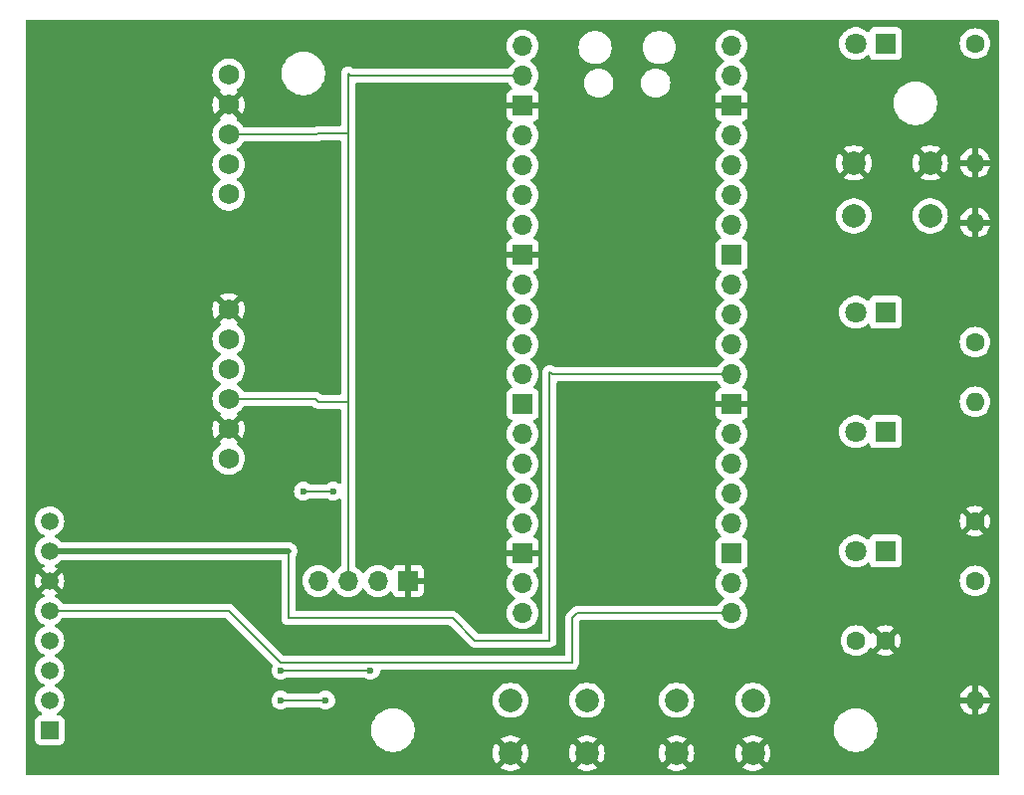
<source format=gbr>
%TF.GenerationSoftware,KiCad,Pcbnew,8.0.9-1.fc41*%
%TF.CreationDate,2025-03-30T20:33:57-04:00*%
%TF.ProjectId,pico_env,7069636f-5f65-46e7-962e-6b696361645f,rev?*%
%TF.SameCoordinates,Original*%
%TF.FileFunction,Copper,L2,Bot*%
%TF.FilePolarity,Positive*%
%FSLAX46Y46*%
G04 Gerber Fmt 4.6, Leading zero omitted, Abs format (unit mm)*
G04 Created by KiCad (PCBNEW 8.0.9-1.fc41) date 2025-03-30 20:33:57*
%MOMM*%
%LPD*%
G01*
G04 APERTURE LIST*
%TA.AperFunction,ComponentPad*%
%ADD10C,1.600000*%
%TD*%
%TA.AperFunction,ComponentPad*%
%ADD11O,1.600000X1.600000*%
%TD*%
%TA.AperFunction,ComponentPad*%
%ADD12C,1.750000*%
%TD*%
%TA.AperFunction,ComponentPad*%
%ADD13O,1.700000X1.700000*%
%TD*%
%TA.AperFunction,ComponentPad*%
%ADD14R,1.700000X1.700000*%
%TD*%
%TA.AperFunction,ComponentPad*%
%ADD15R,1.508000X1.508000*%
%TD*%
%TA.AperFunction,ComponentPad*%
%ADD16C,1.508000*%
%TD*%
%TA.AperFunction,ComponentPad*%
%ADD17R,1.800000X1.800000*%
%TD*%
%TA.AperFunction,ComponentPad*%
%ADD18C,1.800000*%
%TD*%
%TA.AperFunction,ComponentPad*%
%ADD19C,2.000000*%
%TD*%
%TA.AperFunction,ViaPad*%
%ADD20C,0.600000*%
%TD*%
%TA.AperFunction,Conductor*%
%ADD21C,0.200000*%
%TD*%
%TA.AperFunction,Conductor*%
%ADD22C,0.500000*%
%TD*%
G04 APERTURE END LIST*
D10*
%TO.P,R3,1*%
%TO.N,Net-(D3-K)*%
X220980000Y-99060000D03*
D11*
%TO.P,R3,2*%
%TO.N,GND*%
X220980000Y-109220000D03*
%TD*%
D10*
%TO.P,R1,1*%
%TO.N,Net-(D1-K)*%
X220980000Y-78740000D03*
D11*
%TO.P,R1,2*%
%TO.N,GND*%
X220980000Y-68580000D03*
%TD*%
D10*
%TO.P,C1,1*%
%TO.N,+3.3V*%
X210860000Y-104140000D03*
%TO.P,C1,2*%
%TO.N,GND*%
X213360000Y-104140000D03*
%TD*%
D12*
%TO.P,GY-BME/BMP1,1,Vin3.3*%
%TO.N,+3.3V*%
X157480000Y-88646000D03*
%TO.P,GY-BME/BMP1,2,GND*%
%TO.N,GND*%
X157480000Y-86106000D03*
%TO.P,GY-BME/BMP1,3,SCL*%
%TO.N,/SCL*%
X157480000Y-83566000D03*
%TO.P,GY-BME/BMP1,4,SDA*%
%TO.N,/SDA*%
X157480000Y-81026000D03*
%TO.P,GY-BME/BMP1,5,CSB*%
%TO.N,+3.3V*%
X157480000Y-78486000D03*
%TO.P,GY-BME/BMP1,6,SDO*%
%TO.N,GND*%
X157480000Y-75946000D03*
%TD*%
D13*
%TO.P,SSD1,1,SDA*%
%TO.N,/SDA*%
X165100000Y-99060000D03*
%TO.P,SSD1,2,SCL*%
%TO.N,/SCL*%
X167640000Y-99060000D03*
%TO.P,SSD1,3,VCC*%
%TO.N,+3.3V*%
X170180000Y-99060000D03*
D14*
%TO.P,SSD1,4,GND*%
%TO.N,GND*%
X172720000Y-99060000D03*
%TD*%
D15*
%TO.P,RFID-RC522,1,SDA*%
%TO.N,/RFID_SDA*%
X142240000Y-111760000D03*
D16*
%TO.P,RFID-RC522,2,SCK*%
%TO.N,/RFID_SCK*%
X142240000Y-109220000D03*
%TO.P,RFID-RC522,3,MOSI*%
%TO.N,/MOSI*%
X142240000Y-106680000D03*
%TO.P,RFID-RC522,4,MISO*%
%TO.N,/MISO*%
X142240000Y-104140000D03*
%TO.P,RFID-RC522,5,IRQ*%
%TO.N,/RFID_IRQ*%
X142240000Y-101600000D03*
%TO.P,RFID-RC522,6,GND*%
%TO.N,GND*%
X142240000Y-99060000D03*
%TO.P,RFID-RC522,7,RST*%
%TO.N,/RFID_RST*%
X142240000Y-96520000D03*
%TO.P,RFID-RC522,8,3V3*%
%TO.N,+3.3V*%
X142240000Y-93980000D03*
%TD*%
D10*
%TO.P,R4,1*%
%TO.N,Net-(D4-K)*%
X220980000Y-53340000D03*
D11*
%TO.P,R4,2*%
%TO.N,GND*%
X220980000Y-63500000D03*
%TD*%
D17*
%TO.P,D1,1,K*%
%TO.N,Net-(D1-K)*%
X213360000Y-76200000D03*
D18*
%TO.P,D1,2,A*%
%TO.N,Net-(D1-A)*%
X210820000Y-76200000D03*
%TD*%
D17*
%TO.P,D2,1,K*%
%TO.N,Net-(D2-K)*%
X213360000Y-86360000D03*
D18*
%TO.P,D2,2,A*%
%TO.N,Net-(D2-A)*%
X210820000Y-86360000D03*
%TD*%
D17*
%TO.P,D3,1,K*%
%TO.N,Net-(D3-K)*%
X213360000Y-96520000D03*
D18*
%TO.P,D3,2,A*%
%TO.N,Net-(D3-A)*%
X210820000Y-96520000D03*
%TD*%
D13*
%TO.P,U1,1,GPIO0*%
%TO.N,/SDA*%
X182495000Y-53540000D03*
%TO.P,U1,2,GPIO1*%
%TO.N,/SCL*%
X182495000Y-56080000D03*
D14*
%TO.P,U1,3,GND*%
%TO.N,GND*%
X182495000Y-58620000D03*
D13*
%TO.P,U1,4,GPIO2*%
%TO.N,unconnected-(U1-GPIO2-Pad4)*%
X182495000Y-61160000D03*
%TO.P,U1,5,GPIO3*%
%TO.N,unconnected-(U1-GPIO3-Pad5)*%
X182495000Y-63700000D03*
%TO.P,U1,6,GPIO4*%
%TO.N,/MISO*%
X182495000Y-66240000D03*
%TO.P,U1,7,GPIO5*%
%TO.N,/RFID_SDA*%
X182495000Y-68780000D03*
D14*
%TO.P,U1,8,GND*%
%TO.N,GND*%
X182495000Y-71320000D03*
D13*
%TO.P,U1,9,GPIO6*%
%TO.N,/RFID_SCK*%
X182495000Y-73860000D03*
%TO.P,U1,10,GPIO7*%
%TO.N,/MOSI*%
X182495000Y-76400000D03*
%TO.P,U1,11,GPIO8*%
%TO.N,unconnected-(U1-GPIO8-Pad11)*%
X182495000Y-78940000D03*
%TO.P,U1,12,GPIO9*%
%TO.N,unconnected-(U1-GPIO9-Pad12)*%
X182495000Y-81480000D03*
D14*
%TO.P,U1,13,GND*%
%TO.N,unconnected-(U1-GND-Pad13)*%
X182495000Y-84020000D03*
D13*
%TO.P,U1,14,GPIO10*%
%TO.N,unconnected-(U1-GPIO10-Pad14)*%
X182495000Y-86560000D03*
%TO.P,U1,15,GPIO11*%
%TO.N,unconnected-(U1-GPIO11-Pad15)*%
X182495000Y-89100000D03*
%TO.P,U1,16,GPIO12*%
%TO.N,unconnected-(U1-GPIO12-Pad16)*%
X182495000Y-91640000D03*
%TO.P,U1,17,GPIO13*%
%TO.N,unconnected-(U1-GPIO13-Pad17)*%
X182495000Y-94180000D03*
D14*
%TO.P,U1,18,GND*%
%TO.N,GND*%
X182495000Y-96720000D03*
D13*
%TO.P,U1,19,GPIO14*%
%TO.N,Net-(U1-GPIO14)*%
X182495000Y-99260000D03*
%TO.P,U1,20,GPIO15*%
%TO.N,Net-(U1-GPIO15)*%
X182495000Y-101800000D03*
%TO.P,U1,21,GPIO16*%
%TO.N,/RFID_IRQ*%
X200275000Y-101800000D03*
%TO.P,U1,22,GPIO17*%
%TO.N,unconnected-(U1-GPIO17-Pad22)*%
X200275000Y-99260000D03*
D14*
%TO.P,U1,23,GND*%
%TO.N,unconnected-(U1-GND-Pad23)*%
X200275000Y-96720000D03*
D13*
%TO.P,U1,24,GPIO18*%
%TO.N,unconnected-(U1-GPIO18-Pad24)*%
X200275000Y-94180000D03*
%TO.P,U1,25,GPIO19*%
%TO.N,Net-(D3-A)*%
X200275000Y-91640000D03*
%TO.P,U1,26,GPIO20*%
%TO.N,Net-(D2-A)*%
X200275000Y-89100000D03*
%TO.P,U1,27,GPIO21*%
%TO.N,Net-(D1-A)*%
X200275000Y-86560000D03*
D14*
%TO.P,U1,28,GND*%
%TO.N,GND*%
X200275000Y-84020000D03*
D13*
%TO.P,U1,29,GPIO22*%
%TO.N,/RFID_RST*%
X200275000Y-81480000D03*
%TO.P,U1,30,RUN*%
%TO.N,Net-(U1-RUN)*%
X200275000Y-78940000D03*
%TO.P,U1,31,GPIO26_ADC0*%
%TO.N,unconnected-(U1-GPIO26_ADC0-Pad31)*%
X200275000Y-76400000D03*
%TO.P,U1,32,GPIO27_ADC1*%
%TO.N,unconnected-(U1-GPIO27_ADC1-Pad32)*%
X200275000Y-73860000D03*
D14*
%TO.P,U1,33,AGND*%
%TO.N,unconnected-(U1-AGND-Pad33)*%
X200275000Y-71320000D03*
D13*
%TO.P,U1,34,GPIO28_ADC2*%
%TO.N,unconnected-(U1-GPIO28_ADC2-Pad34)*%
X200275000Y-68780000D03*
%TO.P,U1,35,ADC_VREF*%
%TO.N,unconnected-(U1-ADC_VREF-Pad35)*%
X200275000Y-66240000D03*
%TO.P,U1,36,3V3*%
%TO.N,+3.3V*%
X200275000Y-63700000D03*
%TO.P,U1,37,3V3_EN*%
%TO.N,unconnected-(U1-3V3_EN-Pad37)*%
X200275000Y-61160000D03*
D14*
%TO.P,U1,38,GND*%
%TO.N,GND*%
X200275000Y-58620000D03*
D13*
%TO.P,U1,39,VSYS*%
%TO.N,unconnected-(U1-VSYS-Pad39)*%
X200275000Y-56080000D03*
%TO.P,U1,40,VBUS*%
%TO.N,unconnected-(U1-VBUS-Pad40)*%
X200275000Y-53540000D03*
%TD*%
D17*
%TO.P,D4,1,K*%
%TO.N,Net-(D4-K)*%
X213360000Y-53340000D03*
D18*
%TO.P,D4,2,A*%
%TO.N,+3.3V*%
X210820000Y-53340000D03*
%TD*%
D19*
%TO.P,Reset,1,1*%
%TO.N,Net-(U1-RUN)*%
X217170000Y-68000000D03*
X210670000Y-68000000D03*
%TO.P,Reset,2,2*%
%TO.N,GND*%
X217170000Y-63500000D03*
X210670000Y-63500000D03*
%TD*%
D10*
%TO.P,R2,1*%
%TO.N,GND*%
X220980000Y-93980000D03*
D11*
%TO.P,R2,2*%
%TO.N,Net-(D2-K)*%
X220980000Y-83820000D03*
%TD*%
D19*
%TO.P,SW2,1,1*%
%TO.N,GND*%
X202080000Y-113720000D03*
X195580000Y-113720000D03*
%TO.P,SW2,2,2*%
%TO.N,Net-(U1-GPIO14)*%
X202080000Y-109220000D03*
X195580000Y-109220000D03*
%TD*%
D12*
%TO.P,U2,1,ADDR*%
%TO.N,unconnected-(U2-ADDR-Pad1)*%
X157480000Y-66167000D03*
%TO.P,U2,2,SDA*%
%TO.N,/SDA*%
X157480000Y-63627000D03*
%TO.P,U2,3,SCL*%
%TO.N,/SCL*%
X157480000Y-61087000D03*
%TO.P,U2,4,GND*%
%TO.N,GND*%
X157480000Y-58547000D03*
%TO.P,U2,5,VCC*%
%TO.N,+3.3V*%
X157480000Y-56007000D03*
%TD*%
D19*
%TO.P,SW3,1,1*%
%TO.N,GND*%
X187960000Y-113720000D03*
X181460000Y-113720000D03*
%TO.P,SW3,2,2*%
%TO.N,Net-(U1-GPIO15)*%
X187960000Y-109220000D03*
X181460000Y-109220000D03*
%TD*%
D20*
%TO.N,+3.3V*%
X163830000Y-91440000D03*
X166370000Y-91440000D03*
%TO.N,/MOSI*%
X161925000Y-106680000D03*
X169545000Y-106680000D03*
%TO.N,/RFID_SCK*%
X165735000Y-109220000D03*
X161925000Y-109220000D03*
%TD*%
D21*
%TO.N,+3.3V*%
X163830000Y-91440000D02*
X166370000Y-91440000D01*
%TO.N,/SCL*%
X167640000Y-60960000D02*
X165100000Y-60960000D01*
X182495000Y-56080000D02*
X167840000Y-56080000D01*
X167640000Y-81280000D02*
X167640000Y-83820000D01*
X167640000Y-83820000D02*
X165100000Y-83820000D01*
X167640000Y-81280000D02*
X167640000Y-99060000D01*
X167640000Y-60960000D02*
X167640000Y-81280000D01*
X165100000Y-83820000D02*
X164846000Y-83566000D01*
X167640000Y-55880000D02*
X167640000Y-60960000D01*
X164846000Y-83566000D02*
X157480000Y-83566000D01*
X167840000Y-56080000D02*
X167640000Y-55880000D01*
X165100000Y-60960000D02*
X164973000Y-61087000D01*
X164973000Y-61087000D02*
X157480000Y-61087000D01*
%TO.N,/RFID_IRQ*%
X187125000Y-101800000D02*
X186690000Y-102235000D01*
X186690000Y-106045000D02*
X161925000Y-106045000D01*
X200275000Y-101800000D02*
X187125000Y-101800000D01*
X161925000Y-106045000D02*
X157480000Y-101600000D01*
X157480000Y-101600000D02*
X142240000Y-101600000D01*
X186690000Y-102235000D02*
X186690000Y-106045000D01*
%TO.N,/RFID_RST*%
X162560000Y-96520000D02*
X162560000Y-102235000D01*
X162560000Y-102235000D02*
X176530000Y-102235000D01*
X178435000Y-104140000D02*
X184785000Y-104140000D01*
X184785000Y-104140000D02*
X184785000Y-81280000D01*
X184985000Y-81480000D02*
X200275000Y-81480000D01*
X184785000Y-81280000D02*
X184985000Y-81480000D01*
X176530000Y-102235000D02*
X178435000Y-104140000D01*
D22*
X142240000Y-96520000D02*
X162560000Y-96520000D01*
D21*
%TO.N,/MOSI*%
X161925000Y-106680000D02*
X169545000Y-106680000D01*
%TO.N,/RFID_SCK*%
X161925000Y-109220000D02*
X165735000Y-109220000D01*
%TD*%
%TA.AperFunction,Conductor*%
%TO.N,GND*%
G36*
X199052948Y-82100185D02*
G01*
X199098292Y-82152097D01*
X199100965Y-82157830D01*
X199236501Y-82351396D01*
X199236506Y-82351402D01*
X199358818Y-82473714D01*
X199392303Y-82535037D01*
X199387319Y-82604729D01*
X199345447Y-82660662D01*
X199314471Y-82677577D01*
X199182912Y-82726646D01*
X199182906Y-82726649D01*
X199067812Y-82812809D01*
X199067809Y-82812812D01*
X198981649Y-82927906D01*
X198981645Y-82927913D01*
X198931403Y-83062620D01*
X198931401Y-83062627D01*
X198925000Y-83122155D01*
X198925000Y-83770000D01*
X199830440Y-83770000D01*
X199799755Y-83823147D01*
X199765000Y-83952857D01*
X199765000Y-84087143D01*
X199799755Y-84216853D01*
X199830440Y-84270000D01*
X198925000Y-84270000D01*
X198925000Y-84917844D01*
X198931401Y-84977372D01*
X198931403Y-84977379D01*
X198981645Y-85112086D01*
X198981649Y-85112093D01*
X199067809Y-85227187D01*
X199067812Y-85227190D01*
X199182906Y-85313350D01*
X199182913Y-85313354D01*
X199314470Y-85362421D01*
X199370403Y-85404292D01*
X199394821Y-85469756D01*
X199379970Y-85538029D01*
X199358819Y-85566284D01*
X199236503Y-85688600D01*
X199100965Y-85882169D01*
X199100964Y-85882171D01*
X199001098Y-86096335D01*
X199001094Y-86096344D01*
X198939938Y-86324586D01*
X198939936Y-86324596D01*
X198919341Y-86559999D01*
X198919341Y-86560000D01*
X198939936Y-86795403D01*
X198939938Y-86795413D01*
X199001094Y-87023655D01*
X199001096Y-87023659D01*
X199001097Y-87023663D01*
X199072336Y-87176435D01*
X199100965Y-87237830D01*
X199100967Y-87237834D01*
X199236501Y-87431395D01*
X199236506Y-87431402D01*
X199403597Y-87598493D01*
X199403603Y-87598498D01*
X199589158Y-87728425D01*
X199632783Y-87783002D01*
X199639977Y-87852500D01*
X199608454Y-87914855D01*
X199589158Y-87931575D01*
X199403597Y-88061505D01*
X199236505Y-88228597D01*
X199100965Y-88422169D01*
X199100964Y-88422171D01*
X199001098Y-88636335D01*
X199001094Y-88636344D01*
X198939938Y-88864586D01*
X198939936Y-88864596D01*
X198919341Y-89099999D01*
X198919341Y-89100000D01*
X198939936Y-89335403D01*
X198939938Y-89335413D01*
X199001094Y-89563655D01*
X199001096Y-89563659D01*
X199001097Y-89563663D01*
X199046699Y-89661456D01*
X199100965Y-89777830D01*
X199100967Y-89777834D01*
X199236501Y-89971395D01*
X199236506Y-89971402D01*
X199403597Y-90138493D01*
X199403603Y-90138498D01*
X199589158Y-90268425D01*
X199632783Y-90323002D01*
X199639977Y-90392500D01*
X199608454Y-90454855D01*
X199589158Y-90471575D01*
X199403597Y-90601505D01*
X199236505Y-90768597D01*
X199100965Y-90962169D01*
X199100964Y-90962171D01*
X199001098Y-91176335D01*
X199001094Y-91176344D01*
X198939938Y-91404586D01*
X198939936Y-91404596D01*
X198919341Y-91639999D01*
X198919341Y-91640000D01*
X198939936Y-91875403D01*
X198939938Y-91875413D01*
X199001094Y-92103655D01*
X199001096Y-92103659D01*
X199001097Y-92103663D01*
X199057849Y-92225368D01*
X199100965Y-92317830D01*
X199100967Y-92317834D01*
X199236501Y-92511395D01*
X199236506Y-92511402D01*
X199403597Y-92678493D01*
X199403603Y-92678498D01*
X199589158Y-92808425D01*
X199632783Y-92863002D01*
X199639977Y-92932500D01*
X199608454Y-92994855D01*
X199589158Y-93011575D01*
X199403597Y-93141505D01*
X199236505Y-93308597D01*
X199100965Y-93502169D01*
X199100964Y-93502171D01*
X199001098Y-93716335D01*
X199001094Y-93716344D01*
X198939938Y-93944586D01*
X198939936Y-93944596D01*
X198919341Y-94179999D01*
X198919341Y-94180000D01*
X198939936Y-94415403D01*
X198939938Y-94415413D01*
X199001094Y-94643655D01*
X199001096Y-94643659D01*
X199001097Y-94643663D01*
X199029919Y-94705471D01*
X199100965Y-94857830D01*
X199100967Y-94857834D01*
X199161772Y-94944672D01*
X199236501Y-95051396D01*
X199236506Y-95051402D01*
X199358430Y-95173326D01*
X199391915Y-95234649D01*
X199386931Y-95304341D01*
X199345059Y-95360274D01*
X199314083Y-95377189D01*
X199182669Y-95426203D01*
X199182664Y-95426206D01*
X199067455Y-95512452D01*
X199067452Y-95512455D01*
X198981206Y-95627664D01*
X198981202Y-95627671D01*
X198930908Y-95762517D01*
X198927057Y-95798340D01*
X198924501Y-95822123D01*
X198924500Y-95822135D01*
X198924500Y-97617870D01*
X198924501Y-97617876D01*
X198930908Y-97677483D01*
X198981202Y-97812328D01*
X198981206Y-97812335D01*
X199067452Y-97927544D01*
X199067455Y-97927547D01*
X199182664Y-98013793D01*
X199182671Y-98013797D01*
X199314081Y-98062810D01*
X199370015Y-98104681D01*
X199394432Y-98170145D01*
X199379580Y-98238418D01*
X199358430Y-98266673D01*
X199236503Y-98388600D01*
X199100965Y-98582169D01*
X199100964Y-98582171D01*
X199001098Y-98796335D01*
X199001094Y-98796344D01*
X198939938Y-99024586D01*
X198939936Y-99024596D01*
X198919341Y-99259999D01*
X198919341Y-99260000D01*
X198939936Y-99495403D01*
X198939938Y-99495413D01*
X199001094Y-99723655D01*
X199001096Y-99723659D01*
X199001097Y-99723663D01*
X199082923Y-99899139D01*
X199100965Y-99937830D01*
X199100967Y-99937834D01*
X199236501Y-100131395D01*
X199236506Y-100131402D01*
X199403597Y-100298493D01*
X199403603Y-100298498D01*
X199589158Y-100428425D01*
X199632783Y-100483002D01*
X199639977Y-100552500D01*
X199608454Y-100614855D01*
X199589158Y-100631575D01*
X199403597Y-100761505D01*
X199236506Y-100928596D01*
X199100965Y-101122170D01*
X199100962Y-101122175D01*
X199098289Y-101127909D01*
X199052115Y-101180346D01*
X198985909Y-101199500D01*
X187211669Y-101199500D01*
X187211653Y-101199499D01*
X187204057Y-101199499D01*
X187045943Y-101199499D01*
X186938587Y-101228265D01*
X186893210Y-101240424D01*
X186893209Y-101240425D01*
X186843096Y-101269359D01*
X186843095Y-101269360D01*
X186799689Y-101294420D01*
X186756285Y-101319479D01*
X186756282Y-101319481D01*
X186209481Y-101866282D01*
X186209479Y-101866285D01*
X186159361Y-101953094D01*
X186159359Y-101953096D01*
X186130425Y-102003209D01*
X186130424Y-102003210D01*
X186130423Y-102003215D01*
X186089499Y-102155943D01*
X186089499Y-102155945D01*
X186089499Y-102324046D01*
X186089500Y-102324059D01*
X186089500Y-105320500D01*
X186069815Y-105387539D01*
X186017011Y-105433294D01*
X185965500Y-105444500D01*
X162225097Y-105444500D01*
X162158058Y-105424815D01*
X162137416Y-105408181D01*
X157967590Y-101238355D01*
X157967588Y-101238352D01*
X157848717Y-101119481D01*
X157848716Y-101119480D01*
X157761904Y-101069360D01*
X157761904Y-101069359D01*
X157761900Y-101069358D01*
X157711785Y-101040423D01*
X157559057Y-100999499D01*
X157400943Y-100999499D01*
X157393347Y-100999499D01*
X157393331Y-100999500D01*
X143415538Y-100999500D01*
X143348499Y-100979815D01*
X143313963Y-100946624D01*
X143301340Y-100928596D01*
X143204674Y-100790543D01*
X143049457Y-100635326D01*
X143049455Y-100635325D01*
X143049452Y-100635322D01*
X142869650Y-100509423D01*
X142869646Y-100509421D01*
X142725288Y-100442106D01*
X142672849Y-100395934D01*
X142653697Y-100328740D01*
X142673913Y-100261859D01*
X142725289Y-100217342D01*
X142869390Y-100150146D01*
X142932443Y-100105995D01*
X142369410Y-99542962D01*
X142432993Y-99525925D01*
X142547007Y-99460099D01*
X142640099Y-99367007D01*
X142705925Y-99252993D01*
X142722962Y-99189409D01*
X143285995Y-99752442D01*
X143330145Y-99689392D01*
X143422874Y-99490533D01*
X143422878Y-99490524D01*
X143479664Y-99278592D01*
X143479666Y-99278582D01*
X143498790Y-99060000D01*
X143498790Y-99059999D01*
X143479666Y-98841417D01*
X143479664Y-98841407D01*
X143422878Y-98629475D01*
X143422874Y-98629466D01*
X143330144Y-98430605D01*
X143330142Y-98430601D01*
X143285996Y-98367555D01*
X142722962Y-98930589D01*
X142705925Y-98867007D01*
X142640099Y-98752993D01*
X142547007Y-98659901D01*
X142432993Y-98594075D01*
X142369409Y-98577037D01*
X142932443Y-98014003D01*
X142869392Y-97969854D01*
X142725288Y-97902657D01*
X142672849Y-97856484D01*
X142653697Y-97789291D01*
X142673913Y-97722410D01*
X142725288Y-97677893D01*
X142869646Y-97610579D01*
X143049457Y-97484674D01*
X143204674Y-97329457D01*
X143206296Y-97327140D01*
X143208934Y-97323374D01*
X143263511Y-97279751D01*
X143310507Y-97270500D01*
X161835500Y-97270500D01*
X161902539Y-97290185D01*
X161948294Y-97342989D01*
X161959500Y-97394500D01*
X161959500Y-102155943D01*
X161959500Y-102314057D01*
X161995234Y-102447416D01*
X162000423Y-102466783D01*
X162000426Y-102466790D01*
X162079475Y-102603709D01*
X162079479Y-102603714D01*
X162079480Y-102603716D01*
X162191284Y-102715520D01*
X162191286Y-102715521D01*
X162191290Y-102715524D01*
X162308765Y-102783347D01*
X162328216Y-102794577D01*
X162480943Y-102835500D01*
X176229903Y-102835500D01*
X176296942Y-102855185D01*
X176317584Y-102871819D01*
X177950139Y-104504374D01*
X177950149Y-104504385D01*
X177954479Y-104508715D01*
X177954480Y-104508716D01*
X178066284Y-104620520D01*
X178153095Y-104670639D01*
X178153097Y-104670641D01*
X178191151Y-104692611D01*
X178203215Y-104699577D01*
X178355943Y-104740501D01*
X178355946Y-104740501D01*
X178521653Y-104740501D01*
X178521669Y-104740500D01*
X184864055Y-104740500D01*
X184864057Y-104740500D01*
X185016784Y-104699577D01*
X185153716Y-104620520D01*
X185265520Y-104508716D01*
X185344577Y-104371784D01*
X185385500Y-104219057D01*
X185385500Y-82204500D01*
X185405185Y-82137461D01*
X185457989Y-82091706D01*
X185509500Y-82080500D01*
X198985909Y-82080500D01*
X199052948Y-82100185D01*
G37*
%TD.AperFunction*%
%TA.AperFunction,Conductor*%
G36*
X222962539Y-51320185D02*
G01*
X223008294Y-51372989D01*
X223019500Y-51424500D01*
X223019500Y-115446000D01*
X222999815Y-115513039D01*
X222947011Y-115558794D01*
X222895500Y-115570000D01*
X140324500Y-115570000D01*
X140257461Y-115550315D01*
X140211706Y-115497511D01*
X140200500Y-115446000D01*
X140200500Y-113719994D01*
X179954859Y-113719994D01*
X179954859Y-113720005D01*
X179975385Y-113967729D01*
X179975387Y-113967738D01*
X180036412Y-114208717D01*
X180136267Y-114436367D01*
X180236562Y-114589881D01*
X180936212Y-113890233D01*
X180947482Y-113932292D01*
X181019890Y-114057708D01*
X181122292Y-114160110D01*
X181247708Y-114232518D01*
X181289766Y-114243787D01*
X180589943Y-114943609D01*
X180636768Y-114980055D01*
X180636771Y-114980057D01*
X180855385Y-115098364D01*
X180855396Y-115098369D01*
X181090506Y-115179083D01*
X181335707Y-115220000D01*
X181584293Y-115220000D01*
X181829493Y-115179083D01*
X182064603Y-115098369D01*
X182064614Y-115098364D01*
X182283230Y-114980056D01*
X182283236Y-114980051D01*
X182330055Y-114943610D01*
X182330056Y-114943609D01*
X181630233Y-114243787D01*
X181672292Y-114232518D01*
X181797708Y-114160110D01*
X181900110Y-114057708D01*
X181972518Y-113932292D01*
X181983787Y-113890234D01*
X182683435Y-114589882D01*
X182783733Y-114436364D01*
X182883587Y-114208717D01*
X182944612Y-113967738D01*
X182944614Y-113967729D01*
X182965141Y-113720005D01*
X182965141Y-113719994D01*
X186454859Y-113719994D01*
X186454859Y-113720005D01*
X186475385Y-113967729D01*
X186475387Y-113967738D01*
X186536412Y-114208717D01*
X186636267Y-114436367D01*
X186736562Y-114589881D01*
X187436212Y-113890233D01*
X187447482Y-113932292D01*
X187519890Y-114057708D01*
X187622292Y-114160110D01*
X187747708Y-114232518D01*
X187789766Y-114243787D01*
X187089943Y-114943609D01*
X187136768Y-114980055D01*
X187136771Y-114980057D01*
X187355385Y-115098364D01*
X187355396Y-115098369D01*
X187590506Y-115179083D01*
X187835707Y-115220000D01*
X188084293Y-115220000D01*
X188329493Y-115179083D01*
X188564603Y-115098369D01*
X188564614Y-115098364D01*
X188783230Y-114980056D01*
X188783236Y-114980051D01*
X188830055Y-114943610D01*
X188830056Y-114943609D01*
X188130233Y-114243787D01*
X188172292Y-114232518D01*
X188297708Y-114160110D01*
X188400110Y-114057708D01*
X188472518Y-113932292D01*
X188483787Y-113890234D01*
X189183435Y-114589882D01*
X189283733Y-114436364D01*
X189383587Y-114208717D01*
X189444612Y-113967738D01*
X189444614Y-113967729D01*
X189465141Y-113720005D01*
X189465141Y-113719994D01*
X194074859Y-113719994D01*
X194074859Y-113720005D01*
X194095385Y-113967729D01*
X194095387Y-113967738D01*
X194156412Y-114208717D01*
X194256267Y-114436367D01*
X194356562Y-114589881D01*
X195056212Y-113890233D01*
X195067482Y-113932292D01*
X195139890Y-114057708D01*
X195242292Y-114160110D01*
X195367708Y-114232518D01*
X195409766Y-114243787D01*
X194709943Y-114943609D01*
X194756768Y-114980055D01*
X194756771Y-114980057D01*
X194975385Y-115098364D01*
X194975396Y-115098369D01*
X195210506Y-115179083D01*
X195455707Y-115220000D01*
X195704293Y-115220000D01*
X195949493Y-115179083D01*
X196184603Y-115098369D01*
X196184614Y-115098364D01*
X196403230Y-114980056D01*
X196403236Y-114980051D01*
X196450055Y-114943610D01*
X196450056Y-114943609D01*
X195750233Y-114243787D01*
X195792292Y-114232518D01*
X195917708Y-114160110D01*
X196020110Y-114057708D01*
X196092518Y-113932292D01*
X196103787Y-113890234D01*
X196803435Y-114589882D01*
X196903733Y-114436364D01*
X197003587Y-114208717D01*
X197064612Y-113967738D01*
X197064614Y-113967729D01*
X197085141Y-113720005D01*
X197085141Y-113719994D01*
X200574859Y-113719994D01*
X200574859Y-113720005D01*
X200595385Y-113967729D01*
X200595387Y-113967738D01*
X200656412Y-114208717D01*
X200756267Y-114436367D01*
X200856562Y-114589881D01*
X201556212Y-113890233D01*
X201567482Y-113932292D01*
X201639890Y-114057708D01*
X201742292Y-114160110D01*
X201867708Y-114232518D01*
X201909766Y-114243787D01*
X201209943Y-114943609D01*
X201256768Y-114980055D01*
X201256771Y-114980057D01*
X201475385Y-115098364D01*
X201475396Y-115098369D01*
X201710506Y-115179083D01*
X201955707Y-115220000D01*
X202204293Y-115220000D01*
X202449493Y-115179083D01*
X202684603Y-115098369D01*
X202684614Y-115098364D01*
X202903230Y-114980056D01*
X202903236Y-114980051D01*
X202950055Y-114943610D01*
X202950056Y-114943609D01*
X202250233Y-114243787D01*
X202292292Y-114232518D01*
X202417708Y-114160110D01*
X202520110Y-114057708D01*
X202592518Y-113932292D01*
X202603787Y-113890233D01*
X203303435Y-114589882D01*
X203403733Y-114436364D01*
X203503587Y-114208717D01*
X203564612Y-113967738D01*
X203564614Y-113967729D01*
X203585141Y-113720005D01*
X203585141Y-113719994D01*
X203564614Y-113472270D01*
X203564612Y-113472261D01*
X203503587Y-113231282D01*
X203403732Y-113003632D01*
X203303435Y-112850116D01*
X202603787Y-113549765D01*
X202592518Y-113507708D01*
X202520110Y-113382292D01*
X202417708Y-113279890D01*
X202292292Y-113207482D01*
X202250233Y-113196212D01*
X202950055Y-112496389D01*
X202950055Y-112496388D01*
X202903236Y-112459947D01*
X202903231Y-112459944D01*
X202684614Y-112341635D01*
X202684603Y-112341630D01*
X202449493Y-112260916D01*
X202204293Y-112220000D01*
X201955707Y-112220000D01*
X201710506Y-112260916D01*
X201475396Y-112341630D01*
X201475385Y-112341635D01*
X201256770Y-112459943D01*
X201209943Y-112496389D01*
X201909766Y-113196212D01*
X201867708Y-113207482D01*
X201742292Y-113279890D01*
X201639890Y-113382292D01*
X201567482Y-113507708D01*
X201556212Y-113549766D01*
X200856563Y-112850117D01*
X200756267Y-113003633D01*
X200756265Y-113003637D01*
X200656412Y-113231282D01*
X200595387Y-113472261D01*
X200595385Y-113472270D01*
X200574859Y-113719994D01*
X197085141Y-113719994D01*
X197064614Y-113472270D01*
X197064612Y-113472261D01*
X197003587Y-113231282D01*
X196903732Y-113003632D01*
X196803435Y-112850116D01*
X196103787Y-113549765D01*
X196092518Y-113507708D01*
X196020110Y-113382292D01*
X195917708Y-113279890D01*
X195792292Y-113207482D01*
X195750233Y-113196212D01*
X196450055Y-112496389D01*
X196450055Y-112496388D01*
X196403236Y-112459947D01*
X196403231Y-112459944D01*
X196184614Y-112341635D01*
X196184603Y-112341630D01*
X195949493Y-112260916D01*
X195704293Y-112220000D01*
X195455707Y-112220000D01*
X195210506Y-112260916D01*
X194975396Y-112341630D01*
X194975385Y-112341635D01*
X194756770Y-112459943D01*
X194709943Y-112496389D01*
X195409766Y-113196212D01*
X195367708Y-113207482D01*
X195242292Y-113279890D01*
X195139890Y-113382292D01*
X195067482Y-113507708D01*
X195056212Y-113549765D01*
X194356563Y-112850117D01*
X194256267Y-113003633D01*
X194256265Y-113003637D01*
X194156412Y-113231282D01*
X194095387Y-113472261D01*
X194095385Y-113472270D01*
X194074859Y-113719994D01*
X189465141Y-113719994D01*
X189444614Y-113472270D01*
X189444612Y-113472261D01*
X189383587Y-113231282D01*
X189283732Y-113003632D01*
X189183435Y-112850116D01*
X188483787Y-113549765D01*
X188472518Y-113507708D01*
X188400110Y-113382292D01*
X188297708Y-113279890D01*
X188172292Y-113207482D01*
X188130233Y-113196212D01*
X188830055Y-112496389D01*
X188830055Y-112496388D01*
X188783236Y-112459947D01*
X188783231Y-112459944D01*
X188564614Y-112341635D01*
X188564603Y-112341630D01*
X188329493Y-112260916D01*
X188084293Y-112220000D01*
X187835707Y-112220000D01*
X187590506Y-112260916D01*
X187355396Y-112341630D01*
X187355385Y-112341635D01*
X187136770Y-112459943D01*
X187089943Y-112496389D01*
X187789766Y-113196212D01*
X187747708Y-113207482D01*
X187622292Y-113279890D01*
X187519890Y-113382292D01*
X187447482Y-113507708D01*
X187436212Y-113549765D01*
X186736563Y-112850117D01*
X186636267Y-113003633D01*
X186636265Y-113003637D01*
X186536412Y-113231282D01*
X186475387Y-113472261D01*
X186475385Y-113472270D01*
X186454859Y-113719994D01*
X182965141Y-113719994D01*
X182944614Y-113472270D01*
X182944612Y-113472261D01*
X182883587Y-113231282D01*
X182783732Y-113003632D01*
X182683435Y-112850116D01*
X181983787Y-113549765D01*
X181972518Y-113507708D01*
X181900110Y-113382292D01*
X181797708Y-113279890D01*
X181672292Y-113207482D01*
X181630233Y-113196212D01*
X182330055Y-112496389D01*
X182330055Y-112496388D01*
X182283236Y-112459947D01*
X182283231Y-112459944D01*
X182064614Y-112341635D01*
X182064603Y-112341630D01*
X181829493Y-112260916D01*
X181584293Y-112220000D01*
X181335707Y-112220000D01*
X181090506Y-112260916D01*
X180855396Y-112341630D01*
X180855385Y-112341635D01*
X180636770Y-112459943D01*
X180589943Y-112496389D01*
X181289766Y-113196212D01*
X181247708Y-113207482D01*
X181122292Y-113279890D01*
X181019890Y-113382292D01*
X180947482Y-113507708D01*
X180936212Y-113549766D01*
X180236563Y-112850117D01*
X180136267Y-113003633D01*
X180136265Y-113003637D01*
X180036412Y-113231282D01*
X179975387Y-113472261D01*
X179975385Y-113472270D01*
X179954859Y-113719994D01*
X140200500Y-113719994D01*
X140200500Y-93979997D01*
X140980708Y-93979997D01*
X140980708Y-93980002D01*
X140999838Y-94198668D01*
X140999839Y-94198675D01*
X141016240Y-94259885D01*
X141056653Y-94410703D01*
X141056654Y-94410706D01*
X141056655Y-94410708D01*
X141149419Y-94609642D01*
X141149423Y-94609650D01*
X141275322Y-94789452D01*
X141275327Y-94789458D01*
X141430541Y-94944672D01*
X141430547Y-94944677D01*
X141610349Y-95070576D01*
X141610351Y-95070577D01*
X141610354Y-95070579D01*
X141694963Y-95110032D01*
X141754120Y-95137618D01*
X141806560Y-95183790D01*
X141825712Y-95250983D01*
X141805496Y-95317865D01*
X141754120Y-95362382D01*
X141610357Y-95429419D01*
X141610349Y-95429423D01*
X141430547Y-95555322D01*
X141430541Y-95555327D01*
X141275327Y-95710541D01*
X141275322Y-95710547D01*
X141149423Y-95890349D01*
X141149419Y-95890357D01*
X141056655Y-96089291D01*
X140999839Y-96301324D01*
X140999838Y-96301331D01*
X140980708Y-96519997D01*
X140980708Y-96520002D01*
X140999838Y-96738668D01*
X140999839Y-96738675D01*
X141003224Y-96751308D01*
X141056653Y-96950703D01*
X141056654Y-96950706D01*
X141056655Y-96950708D01*
X141149419Y-97149642D01*
X141149423Y-97149650D01*
X141275322Y-97329452D01*
X141275327Y-97329458D01*
X141430541Y-97484672D01*
X141430547Y-97484677D01*
X141610349Y-97610576D01*
X141610351Y-97610577D01*
X141610354Y-97610579D01*
X141626003Y-97617876D01*
X141754710Y-97677893D01*
X141807150Y-97724065D01*
X141826302Y-97791258D01*
X141806086Y-97858140D01*
X141754712Y-97902657D01*
X141610603Y-97969857D01*
X141547556Y-98014003D01*
X141547555Y-98014003D01*
X142110590Y-98577037D01*
X142047007Y-98594075D01*
X141932993Y-98659901D01*
X141839901Y-98752993D01*
X141774075Y-98867007D01*
X141757037Y-98930590D01*
X141194003Y-98367555D01*
X141194003Y-98367556D01*
X141149856Y-98430604D01*
X141149855Y-98430606D01*
X141057124Y-98629466D01*
X141057121Y-98629475D01*
X141000335Y-98841407D01*
X141000333Y-98841417D01*
X140981210Y-99059999D01*
X140981210Y-99060000D01*
X141000333Y-99278582D01*
X141000335Y-99278592D01*
X141057121Y-99490524D01*
X141057125Y-99490533D01*
X141149854Y-99689392D01*
X141194003Y-99752443D01*
X141757037Y-99189409D01*
X141774075Y-99252993D01*
X141839901Y-99367007D01*
X141932993Y-99460099D01*
X142047007Y-99525925D01*
X142110590Y-99542962D01*
X141547555Y-100105996D01*
X141610601Y-100150142D01*
X141610605Y-100150144D01*
X141754711Y-100217342D01*
X141807150Y-100263514D01*
X141826302Y-100330708D01*
X141806086Y-100397589D01*
X141754711Y-100442106D01*
X141610353Y-100509421D01*
X141610349Y-100509423D01*
X141430547Y-100635322D01*
X141430541Y-100635327D01*
X141275327Y-100790541D01*
X141275322Y-100790547D01*
X141149423Y-100970349D01*
X141149419Y-100970357D01*
X141056655Y-101169291D01*
X141056653Y-101169295D01*
X141056653Y-101169297D01*
X141038149Y-101238355D01*
X140999839Y-101381324D01*
X140999838Y-101381331D01*
X140980708Y-101599997D01*
X140980708Y-101600002D01*
X140999838Y-101818668D01*
X140999839Y-101818675D01*
X141012597Y-101866286D01*
X141056653Y-102030703D01*
X141056654Y-102030706D01*
X141056655Y-102030708D01*
X141149419Y-102229642D01*
X141149423Y-102229650D01*
X141275322Y-102409452D01*
X141275327Y-102409458D01*
X141430541Y-102564672D01*
X141430547Y-102564677D01*
X141610349Y-102690576D01*
X141610351Y-102690577D01*
X141610354Y-102690579D01*
X141663841Y-102715520D01*
X141754120Y-102757618D01*
X141806560Y-102803790D01*
X141825712Y-102870983D01*
X141805496Y-102937865D01*
X141754120Y-102982382D01*
X141610357Y-103049419D01*
X141610349Y-103049423D01*
X141430547Y-103175322D01*
X141430541Y-103175327D01*
X141275327Y-103330541D01*
X141275322Y-103330547D01*
X141149423Y-103510349D01*
X141149419Y-103510357D01*
X141056655Y-103709291D01*
X140999839Y-103921324D01*
X140999838Y-103921331D01*
X140980708Y-104139997D01*
X140980708Y-104140002D01*
X140999838Y-104358668D01*
X140999839Y-104358675D01*
X141016240Y-104419885D01*
X141056653Y-104570703D01*
X141056654Y-104570706D01*
X141056655Y-104570708D01*
X141149419Y-104769642D01*
X141149423Y-104769650D01*
X141275322Y-104949452D01*
X141275327Y-104949458D01*
X141430541Y-105104672D01*
X141430547Y-105104677D01*
X141610349Y-105230576D01*
X141610351Y-105230577D01*
X141610354Y-105230579D01*
X141694963Y-105270032D01*
X141754120Y-105297618D01*
X141806560Y-105343790D01*
X141825712Y-105410983D01*
X141805496Y-105477865D01*
X141754120Y-105522382D01*
X141610357Y-105589419D01*
X141610349Y-105589423D01*
X141430547Y-105715322D01*
X141430541Y-105715327D01*
X141275327Y-105870541D01*
X141275322Y-105870547D01*
X141149423Y-106050349D01*
X141149419Y-106050357D01*
X141056655Y-106249291D01*
X140999839Y-106461324D01*
X140999838Y-106461331D01*
X140980708Y-106679997D01*
X140980708Y-106680002D01*
X140996389Y-106859249D01*
X140999839Y-106898674D01*
X141056653Y-107110703D01*
X141056654Y-107110706D01*
X141056655Y-107110708D01*
X141149419Y-107309642D01*
X141149423Y-107309650D01*
X141275322Y-107489452D01*
X141275327Y-107489458D01*
X141430541Y-107644672D01*
X141430547Y-107644677D01*
X141610349Y-107770576D01*
X141610351Y-107770577D01*
X141610354Y-107770579D01*
X141694963Y-107810032D01*
X141754120Y-107837618D01*
X141806560Y-107883790D01*
X141825712Y-107950983D01*
X141805496Y-108017865D01*
X141754120Y-108062382D01*
X141610357Y-108129419D01*
X141610349Y-108129423D01*
X141430547Y-108255322D01*
X141430541Y-108255327D01*
X141275327Y-108410541D01*
X141275322Y-108410547D01*
X141149423Y-108590349D01*
X141149419Y-108590357D01*
X141056655Y-108789291D01*
X140999839Y-109001324D01*
X140999838Y-109001331D01*
X140980708Y-109219997D01*
X140980708Y-109220002D01*
X140999838Y-109438668D01*
X140999839Y-109438675D01*
X141007647Y-109467812D01*
X141056653Y-109650703D01*
X141056654Y-109650706D01*
X141056655Y-109650708D01*
X141149419Y-109849642D01*
X141149423Y-109849650D01*
X141275322Y-110029452D01*
X141275327Y-110029458D01*
X141430541Y-110184672D01*
X141430547Y-110184677D01*
X141566576Y-110279925D01*
X141610201Y-110334502D01*
X141617395Y-110404000D01*
X141585872Y-110466355D01*
X141525643Y-110501769D01*
X141495455Y-110505500D01*
X141438130Y-110505500D01*
X141438123Y-110505501D01*
X141378516Y-110511908D01*
X141243671Y-110562202D01*
X141243664Y-110562206D01*
X141128455Y-110648452D01*
X141128452Y-110648455D01*
X141042206Y-110763664D01*
X141042202Y-110763671D01*
X140991908Y-110898517D01*
X140987471Y-110939794D01*
X140985501Y-110958123D01*
X140985500Y-110958135D01*
X140985500Y-112561870D01*
X140985501Y-112561876D01*
X140991908Y-112621483D01*
X141042202Y-112756328D01*
X141042206Y-112756335D01*
X141128452Y-112871544D01*
X141128455Y-112871547D01*
X141243664Y-112957793D01*
X141243671Y-112957797D01*
X141378517Y-113008091D01*
X141378516Y-113008091D01*
X141385444Y-113008835D01*
X141438127Y-113014500D01*
X143041872Y-113014499D01*
X143101483Y-113008091D01*
X143236331Y-112957796D01*
X143351546Y-112871546D01*
X143437796Y-112756331D01*
X143488091Y-112621483D01*
X143494500Y-112561873D01*
X143494499Y-111638711D01*
X169599500Y-111638711D01*
X169599500Y-111881288D01*
X169631161Y-112121785D01*
X169693947Y-112356104D01*
X169779179Y-112561872D01*
X169786776Y-112580212D01*
X169908064Y-112790289D01*
X169908066Y-112790292D01*
X169908067Y-112790293D01*
X170055733Y-112982736D01*
X170055739Y-112982743D01*
X170227256Y-113154260D01*
X170227262Y-113154265D01*
X170419711Y-113301936D01*
X170629788Y-113423224D01*
X170853900Y-113516054D01*
X171088211Y-113578838D01*
X171268586Y-113602584D01*
X171328711Y-113610500D01*
X171328712Y-113610500D01*
X171571289Y-113610500D01*
X171619388Y-113604167D01*
X171811789Y-113578838D01*
X172046100Y-113516054D01*
X172270212Y-113423224D01*
X172480289Y-113301936D01*
X172672738Y-113154265D01*
X172844265Y-112982738D01*
X172991936Y-112790289D01*
X173113224Y-112580212D01*
X173206054Y-112356100D01*
X173268838Y-112121789D01*
X173300500Y-111881288D01*
X173300500Y-111638712D01*
X173300500Y-111638711D01*
X208969500Y-111638711D01*
X208969500Y-111881288D01*
X209001161Y-112121785D01*
X209063947Y-112356104D01*
X209149179Y-112561872D01*
X209156776Y-112580212D01*
X209278064Y-112790289D01*
X209278066Y-112790292D01*
X209278067Y-112790293D01*
X209425733Y-112982736D01*
X209425739Y-112982743D01*
X209597256Y-113154260D01*
X209597262Y-113154265D01*
X209789711Y-113301936D01*
X209999788Y-113423224D01*
X210223900Y-113516054D01*
X210458211Y-113578838D01*
X210638586Y-113602584D01*
X210698711Y-113610500D01*
X210698712Y-113610500D01*
X210941289Y-113610500D01*
X210989388Y-113604167D01*
X211181789Y-113578838D01*
X211416100Y-113516054D01*
X211640212Y-113423224D01*
X211850289Y-113301936D01*
X212042738Y-113154265D01*
X212214265Y-112982738D01*
X212361936Y-112790289D01*
X212483224Y-112580212D01*
X212576054Y-112356100D01*
X212638838Y-112121789D01*
X212670500Y-111881288D01*
X212670500Y-111638712D01*
X212638838Y-111398211D01*
X212576054Y-111163900D01*
X212483224Y-110939788D01*
X212361936Y-110729711D01*
X212214265Y-110537262D01*
X212214260Y-110537256D01*
X212042743Y-110365739D01*
X212042736Y-110365733D01*
X211850293Y-110218067D01*
X211850292Y-110218066D01*
X211850289Y-110218064D01*
X211640212Y-110096776D01*
X211640205Y-110096773D01*
X211416104Y-110003947D01*
X211181785Y-109941161D01*
X210941289Y-109909500D01*
X210941288Y-109909500D01*
X210698712Y-109909500D01*
X210698711Y-109909500D01*
X210458214Y-109941161D01*
X210223895Y-110003947D01*
X209999794Y-110096773D01*
X209999785Y-110096777D01*
X209789706Y-110218067D01*
X209597263Y-110365733D01*
X209597256Y-110365739D01*
X209425739Y-110537256D01*
X209425733Y-110537263D01*
X209278067Y-110729706D01*
X209156777Y-110939785D01*
X209156773Y-110939794D01*
X209063947Y-111163895D01*
X209001161Y-111398214D01*
X208969500Y-111638711D01*
X173300500Y-111638711D01*
X173268838Y-111398211D01*
X173206054Y-111163900D01*
X173113224Y-110939788D01*
X172991936Y-110729711D01*
X172844265Y-110537262D01*
X172844260Y-110537256D01*
X172672743Y-110365739D01*
X172672736Y-110365733D01*
X172480293Y-110218067D01*
X172480292Y-110218066D01*
X172480289Y-110218064D01*
X172270212Y-110096776D01*
X172270205Y-110096773D01*
X172046104Y-110003947D01*
X171811785Y-109941161D01*
X171571289Y-109909500D01*
X171571288Y-109909500D01*
X171328712Y-109909500D01*
X171328711Y-109909500D01*
X171088214Y-109941161D01*
X170853895Y-110003947D01*
X170629794Y-110096773D01*
X170629785Y-110096777D01*
X170419706Y-110218067D01*
X170227263Y-110365733D01*
X170227256Y-110365739D01*
X170055739Y-110537256D01*
X170055733Y-110537263D01*
X169908067Y-110729706D01*
X169786777Y-110939785D01*
X169786773Y-110939794D01*
X169693947Y-111163895D01*
X169631161Y-111398214D01*
X169599500Y-111638711D01*
X143494499Y-111638711D01*
X143494499Y-110958128D01*
X143488091Y-110898517D01*
X143437796Y-110763669D01*
X143437795Y-110763668D01*
X143437793Y-110763664D01*
X143351547Y-110648455D01*
X143351544Y-110648452D01*
X143236335Y-110562206D01*
X143236328Y-110562202D01*
X143101482Y-110511908D01*
X143101483Y-110511908D01*
X143041883Y-110505501D01*
X143041881Y-110505500D01*
X143041873Y-110505500D01*
X143041865Y-110505500D01*
X142984547Y-110505500D01*
X142917508Y-110485815D01*
X142871753Y-110433011D01*
X142861809Y-110363853D01*
X142890834Y-110300297D01*
X142913424Y-110279925D01*
X143049457Y-110184674D01*
X143204674Y-110029457D01*
X143330579Y-109849646D01*
X143423347Y-109650703D01*
X143480161Y-109438674D01*
X143499292Y-109220000D01*
X143499291Y-109219996D01*
X161119435Y-109219996D01*
X161119435Y-109220003D01*
X161139630Y-109399249D01*
X161139631Y-109399254D01*
X161199211Y-109569523D01*
X161260031Y-109666317D01*
X161295184Y-109722262D01*
X161422738Y-109849816D01*
X161458811Y-109872482D01*
X161568112Y-109941161D01*
X161575478Y-109945789D01*
X161741681Y-110003946D01*
X161745745Y-110005368D01*
X161745750Y-110005369D01*
X161924996Y-110025565D01*
X161925000Y-110025565D01*
X161925004Y-110025565D01*
X162104249Y-110005369D01*
X162104252Y-110005368D01*
X162104255Y-110005368D01*
X162274522Y-109945789D01*
X162427262Y-109849816D01*
X162427267Y-109849810D01*
X162430097Y-109847555D01*
X162432275Y-109846665D01*
X162433158Y-109846111D01*
X162433255Y-109846265D01*
X162494783Y-109821145D01*
X162507412Y-109820500D01*
X165152588Y-109820500D01*
X165219627Y-109840185D01*
X165229903Y-109847555D01*
X165232736Y-109849814D01*
X165232738Y-109849816D01*
X165346270Y-109921152D01*
X165378112Y-109941161D01*
X165385478Y-109945789D01*
X165551681Y-110003946D01*
X165555745Y-110005368D01*
X165555750Y-110005369D01*
X165734996Y-110025565D01*
X165735000Y-110025565D01*
X165735004Y-110025565D01*
X165914249Y-110005369D01*
X165914252Y-110005368D01*
X165914255Y-110005368D01*
X166084522Y-109945789D01*
X166237262Y-109849816D01*
X166364816Y-109722262D01*
X166460789Y-109569522D01*
X166520368Y-109399255D01*
X166534632Y-109272661D01*
X166540565Y-109220003D01*
X166540565Y-109219996D01*
X166540565Y-109219994D01*
X179954357Y-109219994D01*
X179954357Y-109220005D01*
X179974890Y-109467812D01*
X179974892Y-109467824D01*
X180035936Y-109708881D01*
X180135826Y-109936606D01*
X180271833Y-110144782D01*
X180271836Y-110144785D01*
X180440256Y-110327738D01*
X180636491Y-110480474D01*
X180855190Y-110598828D01*
X181090386Y-110679571D01*
X181335665Y-110720500D01*
X181584335Y-110720500D01*
X181829614Y-110679571D01*
X182064810Y-110598828D01*
X182283509Y-110480474D01*
X182479744Y-110327738D01*
X182648164Y-110144785D01*
X182784173Y-109936607D01*
X182884063Y-109708881D01*
X182945108Y-109467821D01*
X182952850Y-109374394D01*
X182965643Y-109220005D01*
X182965643Y-109219994D01*
X186454357Y-109219994D01*
X186454357Y-109220005D01*
X186474890Y-109467812D01*
X186474892Y-109467824D01*
X186535936Y-109708881D01*
X186635826Y-109936606D01*
X186771833Y-110144782D01*
X186771836Y-110144785D01*
X186940256Y-110327738D01*
X187136491Y-110480474D01*
X187355190Y-110598828D01*
X187590386Y-110679571D01*
X187835665Y-110720500D01*
X188084335Y-110720500D01*
X188329614Y-110679571D01*
X188564810Y-110598828D01*
X188783509Y-110480474D01*
X188979744Y-110327738D01*
X189148164Y-110144785D01*
X189284173Y-109936607D01*
X189384063Y-109708881D01*
X189445108Y-109467821D01*
X189452850Y-109374394D01*
X189465643Y-109220005D01*
X189465643Y-109219994D01*
X194074357Y-109219994D01*
X194074357Y-109220005D01*
X194094890Y-109467812D01*
X194094892Y-109467824D01*
X194155936Y-109708881D01*
X194255826Y-109936606D01*
X194391833Y-110144782D01*
X194391836Y-110144785D01*
X194560256Y-110327738D01*
X194756491Y-110480474D01*
X194975190Y-110598828D01*
X195210386Y-110679571D01*
X195455665Y-110720500D01*
X195704335Y-110720500D01*
X195949614Y-110679571D01*
X196184810Y-110598828D01*
X196403509Y-110480474D01*
X196599744Y-110327738D01*
X196768164Y-110144785D01*
X196904173Y-109936607D01*
X197004063Y-109708881D01*
X197065108Y-109467821D01*
X197072850Y-109374394D01*
X197085643Y-109220005D01*
X197085643Y-109219994D01*
X200574357Y-109219994D01*
X200574357Y-109220005D01*
X200594890Y-109467812D01*
X200594892Y-109467824D01*
X200655936Y-109708881D01*
X200755826Y-109936606D01*
X200891833Y-110144782D01*
X200891836Y-110144785D01*
X201060256Y-110327738D01*
X201256491Y-110480474D01*
X201475190Y-110598828D01*
X201710386Y-110679571D01*
X201955665Y-110720500D01*
X202204335Y-110720500D01*
X202449614Y-110679571D01*
X202684810Y-110598828D01*
X202903509Y-110480474D01*
X203099744Y-110327738D01*
X203268164Y-110144785D01*
X203404173Y-109936607D01*
X203504063Y-109708881D01*
X203565108Y-109467821D01*
X203572850Y-109374394D01*
X203585643Y-109220005D01*
X203585643Y-109219994D01*
X203565109Y-108972187D01*
X203565107Y-108972175D01*
X203564556Y-108969999D01*
X219701127Y-108969999D01*
X219701128Y-108970000D01*
X220664314Y-108970000D01*
X220659920Y-108974394D01*
X220607259Y-109065606D01*
X220580000Y-109167339D01*
X220580000Y-109272661D01*
X220607259Y-109374394D01*
X220659920Y-109465606D01*
X220664314Y-109470000D01*
X219701128Y-109470000D01*
X219753730Y-109666317D01*
X219753734Y-109666326D01*
X219849865Y-109872482D01*
X219980342Y-110058820D01*
X220141179Y-110219657D01*
X220327517Y-110350134D01*
X220533673Y-110446265D01*
X220533682Y-110446269D01*
X220729999Y-110498872D01*
X220730000Y-110498871D01*
X220730000Y-109535686D01*
X220734394Y-109540080D01*
X220825606Y-109592741D01*
X220927339Y-109620000D01*
X221032661Y-109620000D01*
X221134394Y-109592741D01*
X221225606Y-109540080D01*
X221230000Y-109535686D01*
X221230000Y-110498872D01*
X221426317Y-110446269D01*
X221426326Y-110446265D01*
X221632482Y-110350134D01*
X221818820Y-110219657D01*
X221979657Y-110058820D01*
X222110134Y-109872482D01*
X222206265Y-109666326D01*
X222206269Y-109666317D01*
X222258872Y-109470000D01*
X221295686Y-109470000D01*
X221300080Y-109465606D01*
X221352741Y-109374394D01*
X221380000Y-109272661D01*
X221380000Y-109167339D01*
X221352741Y-109065606D01*
X221300080Y-108974394D01*
X221295686Y-108970000D01*
X222258872Y-108970000D01*
X222258872Y-108969999D01*
X222206269Y-108773682D01*
X222206265Y-108773673D01*
X222110134Y-108567517D01*
X221979657Y-108381179D01*
X221818820Y-108220342D01*
X221632482Y-108089865D01*
X221426328Y-107993734D01*
X221230000Y-107941127D01*
X221230000Y-108904314D01*
X221225606Y-108899920D01*
X221134394Y-108847259D01*
X221032661Y-108820000D01*
X220927339Y-108820000D01*
X220825606Y-108847259D01*
X220734394Y-108899920D01*
X220730000Y-108904314D01*
X220730000Y-107941127D01*
X220533671Y-107993734D01*
X220327517Y-108089865D01*
X220141179Y-108220342D01*
X219980342Y-108381179D01*
X219849865Y-108567517D01*
X219753734Y-108773673D01*
X219753730Y-108773682D01*
X219701127Y-108969999D01*
X203564556Y-108969999D01*
X203504063Y-108731118D01*
X203404173Y-108503393D01*
X203268166Y-108295217D01*
X203246557Y-108271744D01*
X203099744Y-108112262D01*
X202903509Y-107959526D01*
X202903507Y-107959525D01*
X202903506Y-107959524D01*
X202684811Y-107841172D01*
X202684802Y-107841169D01*
X202449616Y-107760429D01*
X202204335Y-107719500D01*
X201955665Y-107719500D01*
X201710383Y-107760429D01*
X201475197Y-107841169D01*
X201475188Y-107841172D01*
X201256493Y-107959524D01*
X201060257Y-108112261D01*
X200891833Y-108295217D01*
X200755826Y-108503393D01*
X200655936Y-108731118D01*
X200594892Y-108972175D01*
X200594890Y-108972187D01*
X200574357Y-109219994D01*
X197085643Y-109219994D01*
X197065109Y-108972187D01*
X197065107Y-108972175D01*
X197004063Y-108731118D01*
X196904173Y-108503393D01*
X196768166Y-108295217D01*
X196746557Y-108271744D01*
X196599744Y-108112262D01*
X196403509Y-107959526D01*
X196403507Y-107959525D01*
X196403506Y-107959524D01*
X196184811Y-107841172D01*
X196184802Y-107841169D01*
X195949616Y-107760429D01*
X195704335Y-107719500D01*
X195455665Y-107719500D01*
X195210383Y-107760429D01*
X194975197Y-107841169D01*
X194975188Y-107841172D01*
X194756493Y-107959524D01*
X194560257Y-108112261D01*
X194391833Y-108295217D01*
X194255826Y-108503393D01*
X194155936Y-108731118D01*
X194094892Y-108972175D01*
X194094890Y-108972187D01*
X194074357Y-109219994D01*
X189465643Y-109219994D01*
X189445109Y-108972187D01*
X189445107Y-108972175D01*
X189384063Y-108731118D01*
X189284173Y-108503393D01*
X189148166Y-108295217D01*
X189126557Y-108271744D01*
X188979744Y-108112262D01*
X188783509Y-107959526D01*
X188783507Y-107959525D01*
X188783506Y-107959524D01*
X188564811Y-107841172D01*
X188564802Y-107841169D01*
X188329616Y-107760429D01*
X188084335Y-107719500D01*
X187835665Y-107719500D01*
X187590383Y-107760429D01*
X187355197Y-107841169D01*
X187355188Y-107841172D01*
X187136493Y-107959524D01*
X186940257Y-108112261D01*
X186771833Y-108295217D01*
X186635826Y-108503393D01*
X186535936Y-108731118D01*
X186474892Y-108972175D01*
X186474890Y-108972187D01*
X186454357Y-109219994D01*
X182965643Y-109219994D01*
X182945109Y-108972187D01*
X182945107Y-108972175D01*
X182884063Y-108731118D01*
X182784173Y-108503393D01*
X182648166Y-108295217D01*
X182626557Y-108271744D01*
X182479744Y-108112262D01*
X182283509Y-107959526D01*
X182283507Y-107959525D01*
X182283506Y-107959524D01*
X182064811Y-107841172D01*
X182064802Y-107841169D01*
X181829616Y-107760429D01*
X181584335Y-107719500D01*
X181335665Y-107719500D01*
X181090383Y-107760429D01*
X180855197Y-107841169D01*
X180855188Y-107841172D01*
X180636493Y-107959524D01*
X180440257Y-108112261D01*
X180271833Y-108295217D01*
X180135826Y-108503393D01*
X180035936Y-108731118D01*
X179974892Y-108972175D01*
X179974890Y-108972187D01*
X179954357Y-109219994D01*
X166540565Y-109219994D01*
X166520369Y-109040750D01*
X166520368Y-109040745D01*
X166497151Y-108974394D01*
X166460789Y-108870478D01*
X166364816Y-108717738D01*
X166237262Y-108590184D01*
X166201188Y-108567517D01*
X166084523Y-108494211D01*
X165914254Y-108434631D01*
X165914249Y-108434630D01*
X165735004Y-108414435D01*
X165734996Y-108414435D01*
X165555750Y-108434630D01*
X165555745Y-108434631D01*
X165385476Y-108494211D01*
X165232736Y-108590185D01*
X165229903Y-108592445D01*
X165227724Y-108593334D01*
X165226842Y-108593889D01*
X165226744Y-108593734D01*
X165165217Y-108618855D01*
X165152588Y-108619500D01*
X162507412Y-108619500D01*
X162440373Y-108599815D01*
X162430097Y-108592445D01*
X162427263Y-108590185D01*
X162427262Y-108590184D01*
X162370496Y-108554515D01*
X162274523Y-108494211D01*
X162104254Y-108434631D01*
X162104249Y-108434630D01*
X161925004Y-108414435D01*
X161924996Y-108414435D01*
X161745750Y-108434630D01*
X161745745Y-108434631D01*
X161575476Y-108494211D01*
X161422737Y-108590184D01*
X161295184Y-108717737D01*
X161199211Y-108870476D01*
X161139631Y-109040745D01*
X161139630Y-109040750D01*
X161119435Y-109219996D01*
X143499291Y-109219996D01*
X143499291Y-109219994D01*
X143492117Y-109137997D01*
X143480161Y-109001326D01*
X143423347Y-108789297D01*
X143330579Y-108590354D01*
X143330577Y-108590351D01*
X143330576Y-108590349D01*
X143204677Y-108410547D01*
X143204672Y-108410541D01*
X143049458Y-108255327D01*
X143049452Y-108255322D01*
X142869650Y-108129423D01*
X142869642Y-108129419D01*
X142725879Y-108062382D01*
X142673439Y-108016210D01*
X142654287Y-107949017D01*
X142674502Y-107882136D01*
X142725879Y-107837618D01*
X142869646Y-107770579D01*
X143049457Y-107644674D01*
X143204674Y-107489457D01*
X143330579Y-107309646D01*
X143423347Y-107110703D01*
X143480161Y-106898674D01*
X143499292Y-106680000D01*
X143496811Y-106651647D01*
X143483610Y-106500750D01*
X143480161Y-106461326D01*
X143423347Y-106249297D01*
X143330579Y-106050354D01*
X143330577Y-106050351D01*
X143330576Y-106050349D01*
X143204677Y-105870547D01*
X143204672Y-105870541D01*
X143049458Y-105715327D01*
X143049452Y-105715322D01*
X142869650Y-105589423D01*
X142869642Y-105589419D01*
X142725879Y-105522382D01*
X142673439Y-105476210D01*
X142654287Y-105409017D01*
X142674502Y-105342136D01*
X142725879Y-105297618D01*
X142869646Y-105230579D01*
X143049457Y-105104674D01*
X143204674Y-104949457D01*
X143330579Y-104769646D01*
X143423347Y-104570703D01*
X143480161Y-104358674D01*
X143499292Y-104140000D01*
X143480161Y-103921326D01*
X143423347Y-103709297D01*
X143330579Y-103510354D01*
X143330577Y-103510351D01*
X143330576Y-103510349D01*
X143204677Y-103330547D01*
X143204672Y-103330541D01*
X143049458Y-103175327D01*
X143049452Y-103175322D01*
X142869650Y-103049423D01*
X142869642Y-103049419D01*
X142783889Y-103009432D01*
X142725878Y-102982381D01*
X142673439Y-102936210D01*
X142654287Y-102869017D01*
X142674502Y-102802136D01*
X142725879Y-102757618D01*
X142869646Y-102690579D01*
X143049457Y-102564674D01*
X143204674Y-102409457D01*
X143313963Y-102253375D01*
X143368540Y-102209752D01*
X143415538Y-102200500D01*
X157179903Y-102200500D01*
X157246942Y-102220185D01*
X157267584Y-102236819D01*
X161191812Y-106161047D01*
X161225297Y-106222370D01*
X161220313Y-106292062D01*
X161209125Y-106314699D01*
X161199209Y-106330478D01*
X161139633Y-106500737D01*
X161139630Y-106500750D01*
X161119435Y-106679996D01*
X161119435Y-106680003D01*
X161139630Y-106859249D01*
X161139631Y-106859254D01*
X161199211Y-107029523D01*
X161295184Y-107182262D01*
X161422738Y-107309816D01*
X161575478Y-107405789D01*
X161745745Y-107465368D01*
X161745750Y-107465369D01*
X161924996Y-107485565D01*
X161925000Y-107485565D01*
X161925004Y-107485565D01*
X162104249Y-107465369D01*
X162104252Y-107465368D01*
X162104255Y-107465368D01*
X162274522Y-107405789D01*
X162427262Y-107309816D01*
X162427267Y-107309810D01*
X162430097Y-107307555D01*
X162432275Y-107306665D01*
X162433158Y-107306111D01*
X162433255Y-107306265D01*
X162494783Y-107281145D01*
X162507412Y-107280500D01*
X168962588Y-107280500D01*
X169029627Y-107300185D01*
X169039903Y-107307555D01*
X169042736Y-107309814D01*
X169042738Y-107309816D01*
X169195478Y-107405789D01*
X169365745Y-107465368D01*
X169365750Y-107465369D01*
X169544996Y-107485565D01*
X169545000Y-107485565D01*
X169545004Y-107485565D01*
X169724249Y-107465369D01*
X169724252Y-107465368D01*
X169724255Y-107465368D01*
X169894522Y-107405789D01*
X170047262Y-107309816D01*
X170174816Y-107182262D01*
X170270789Y-107029522D01*
X170330368Y-106859255D01*
X170330369Y-106859249D01*
X170342046Y-106755616D01*
X170369113Y-106691202D01*
X170426708Y-106651647D01*
X170465266Y-106645500D01*
X186769055Y-106645500D01*
X186769057Y-106645500D01*
X186921784Y-106604577D01*
X187058716Y-106525520D01*
X187170520Y-106413716D01*
X187249577Y-106276784D01*
X187290500Y-106124057D01*
X187290500Y-104139998D01*
X209554532Y-104139998D01*
X209554532Y-104140001D01*
X209574364Y-104366686D01*
X209574366Y-104366697D01*
X209633258Y-104586488D01*
X209633261Y-104586497D01*
X209729431Y-104792732D01*
X209729432Y-104792734D01*
X209859954Y-104979141D01*
X210020858Y-105140045D01*
X210020861Y-105140047D01*
X210207266Y-105270568D01*
X210413504Y-105366739D01*
X210633308Y-105425635D01*
X210795230Y-105439801D01*
X210859998Y-105445468D01*
X210860000Y-105445468D01*
X210860002Y-105445468D01*
X210916673Y-105440509D01*
X211086692Y-105425635D01*
X211306496Y-105366739D01*
X211512734Y-105270568D01*
X211699139Y-105140047D01*
X211860047Y-104979139D01*
X211990568Y-104792734D01*
X211997893Y-104777024D01*
X212044064Y-104724586D01*
X212111257Y-104705433D01*
X212178138Y-104725648D01*
X212222657Y-104777024D01*
X212229864Y-104792480D01*
X212280974Y-104865472D01*
X212960000Y-104186446D01*
X212960000Y-104192661D01*
X212987259Y-104294394D01*
X213039920Y-104385606D01*
X213114394Y-104460080D01*
X213205606Y-104512741D01*
X213307339Y-104540000D01*
X213313553Y-104540000D01*
X212634526Y-105219025D01*
X212707513Y-105270132D01*
X212707521Y-105270136D01*
X212913668Y-105366264D01*
X212913682Y-105366269D01*
X213133389Y-105425139D01*
X213133400Y-105425141D01*
X213359998Y-105444966D01*
X213360002Y-105444966D01*
X213586599Y-105425141D01*
X213586610Y-105425139D01*
X213806317Y-105366269D01*
X213806331Y-105366264D01*
X214012478Y-105270136D01*
X214085471Y-105219024D01*
X213406447Y-104540000D01*
X213412661Y-104540000D01*
X213514394Y-104512741D01*
X213605606Y-104460080D01*
X213680080Y-104385606D01*
X213732741Y-104294394D01*
X213760000Y-104192661D01*
X213760000Y-104186447D01*
X214439024Y-104865471D01*
X214490136Y-104792478D01*
X214586264Y-104586331D01*
X214586269Y-104586317D01*
X214645139Y-104366610D01*
X214645141Y-104366599D01*
X214664966Y-104140002D01*
X214664966Y-104139997D01*
X214645141Y-103913400D01*
X214645139Y-103913389D01*
X214586269Y-103693682D01*
X214586264Y-103693668D01*
X214490136Y-103487521D01*
X214490132Y-103487513D01*
X214439025Y-103414526D01*
X213760000Y-104093551D01*
X213760000Y-104087339D01*
X213732741Y-103985606D01*
X213680080Y-103894394D01*
X213605606Y-103819920D01*
X213514394Y-103767259D01*
X213412661Y-103740000D01*
X213406445Y-103740000D01*
X214085472Y-103060974D01*
X214012478Y-103009863D01*
X213806331Y-102913735D01*
X213806317Y-102913730D01*
X213586610Y-102854860D01*
X213586599Y-102854858D01*
X213360002Y-102835034D01*
X213359998Y-102835034D01*
X213133400Y-102854858D01*
X213133389Y-102854860D01*
X212913682Y-102913730D01*
X212913673Y-102913734D01*
X212707516Y-103009866D01*
X212707512Y-103009868D01*
X212634526Y-103060973D01*
X212634526Y-103060974D01*
X213313553Y-103740000D01*
X213307339Y-103740000D01*
X213205606Y-103767259D01*
X213114394Y-103819920D01*
X213039920Y-103894394D01*
X212987259Y-103985606D01*
X212960000Y-104087339D01*
X212960000Y-104093552D01*
X212280974Y-103414526D01*
X212280973Y-103414526D01*
X212229868Y-103487512D01*
X212229867Y-103487514D01*
X212222656Y-103502979D01*
X212176482Y-103555417D01*
X212109288Y-103574567D01*
X212042407Y-103554350D01*
X211997893Y-103502976D01*
X211990568Y-103487266D01*
X211860047Y-103300861D01*
X211860045Y-103300858D01*
X211699141Y-103139954D01*
X211512734Y-103009432D01*
X211512732Y-103009431D01*
X211306497Y-102913261D01*
X211306488Y-102913258D01*
X211086697Y-102854366D01*
X211086693Y-102854365D01*
X211086692Y-102854365D01*
X211086691Y-102854364D01*
X211086686Y-102854364D01*
X210860002Y-102834532D01*
X210859998Y-102834532D01*
X210633313Y-102854364D01*
X210633302Y-102854366D01*
X210413511Y-102913258D01*
X210413502Y-102913261D01*
X210207267Y-103009431D01*
X210207265Y-103009432D01*
X210020858Y-103139954D01*
X209859954Y-103300858D01*
X209729432Y-103487265D01*
X209729431Y-103487267D01*
X209633261Y-103693502D01*
X209633258Y-103693511D01*
X209574366Y-103913302D01*
X209574364Y-103913313D01*
X209554532Y-104139998D01*
X187290500Y-104139998D01*
X187290500Y-102535097D01*
X187310185Y-102468058D01*
X187326819Y-102447416D01*
X187337416Y-102436819D01*
X187398739Y-102403334D01*
X187425097Y-102400500D01*
X198985909Y-102400500D01*
X199052948Y-102420185D01*
X199098292Y-102472097D01*
X199100965Y-102477830D01*
X199236505Y-102671401D01*
X199403599Y-102838495D01*
X199491207Y-102899839D01*
X199597165Y-102974032D01*
X199597167Y-102974033D01*
X199597170Y-102974035D01*
X199811337Y-103073903D01*
X200039592Y-103135063D01*
X200227918Y-103151539D01*
X200274999Y-103155659D01*
X200275000Y-103155659D01*
X200275001Y-103155659D01*
X200314234Y-103152226D01*
X200510408Y-103135063D01*
X200738663Y-103073903D01*
X200952830Y-102974035D01*
X201146401Y-102838495D01*
X201313495Y-102671401D01*
X201449035Y-102477830D01*
X201548903Y-102263663D01*
X201610063Y-102035408D01*
X201630659Y-101800000D01*
X201610063Y-101564592D01*
X201548903Y-101336337D01*
X201449035Y-101122171D01*
X201449034Y-101122169D01*
X201313494Y-100928597D01*
X201146402Y-100761506D01*
X201146396Y-100761501D01*
X200960842Y-100631575D01*
X200917217Y-100576998D01*
X200910023Y-100507500D01*
X200941546Y-100445145D01*
X200960842Y-100428425D01*
X200983026Y-100412891D01*
X201146401Y-100298495D01*
X201313495Y-100131401D01*
X201449035Y-99937830D01*
X201548903Y-99723663D01*
X201610063Y-99495408D01*
X201630659Y-99260000D01*
X201613161Y-99059998D01*
X219674532Y-99059998D01*
X219674532Y-99060001D01*
X219694364Y-99286686D01*
X219694366Y-99286697D01*
X219753258Y-99506488D01*
X219753261Y-99506497D01*
X219849431Y-99712732D01*
X219849432Y-99712734D01*
X219979954Y-99899141D01*
X220140858Y-100060045D01*
X220140861Y-100060047D01*
X220327266Y-100190568D01*
X220533504Y-100286739D01*
X220753308Y-100345635D01*
X220915230Y-100359801D01*
X220979998Y-100365468D01*
X220980000Y-100365468D01*
X220980002Y-100365468D01*
X221036673Y-100360509D01*
X221206692Y-100345635D01*
X221426496Y-100286739D01*
X221632734Y-100190568D01*
X221819139Y-100060047D01*
X221980047Y-99899139D01*
X222110568Y-99712734D01*
X222206739Y-99506496D01*
X222265635Y-99286692D01*
X222285468Y-99060000D01*
X222265635Y-98833308D01*
X222206739Y-98613504D01*
X222110568Y-98407266D01*
X221980047Y-98220861D01*
X221980045Y-98220858D01*
X221819141Y-98059954D01*
X221632734Y-97929432D01*
X221632732Y-97929431D01*
X221426497Y-97833261D01*
X221426488Y-97833258D01*
X221206697Y-97774366D01*
X221206693Y-97774365D01*
X221206692Y-97774365D01*
X221206691Y-97774364D01*
X221206686Y-97774364D01*
X220980002Y-97754532D01*
X220979998Y-97754532D01*
X220753313Y-97774364D01*
X220753302Y-97774366D01*
X220533511Y-97833258D01*
X220533502Y-97833261D01*
X220327267Y-97929431D01*
X220327265Y-97929432D01*
X220140858Y-98059954D01*
X219979954Y-98220858D01*
X219849432Y-98407265D01*
X219849431Y-98407267D01*
X219753261Y-98613502D01*
X219753258Y-98613511D01*
X219694366Y-98833302D01*
X219694364Y-98833313D01*
X219674532Y-99059998D01*
X201613161Y-99059998D01*
X201610063Y-99024592D01*
X201548903Y-98796337D01*
X201449035Y-98582171D01*
X201342908Y-98430606D01*
X201313496Y-98388600D01*
X201292451Y-98367555D01*
X201191567Y-98266671D01*
X201158084Y-98205351D01*
X201163068Y-98135659D01*
X201204939Y-98079725D01*
X201235915Y-98062810D01*
X201367331Y-98013796D01*
X201482546Y-97927546D01*
X201568796Y-97812331D01*
X201619091Y-97677483D01*
X201625500Y-97617873D01*
X201625499Y-96519993D01*
X209414700Y-96519993D01*
X209414700Y-96520006D01*
X209433864Y-96751297D01*
X209433866Y-96751308D01*
X209490842Y-96976300D01*
X209584075Y-97188848D01*
X209711016Y-97383147D01*
X209711019Y-97383151D01*
X209711021Y-97383153D01*
X209868216Y-97553913D01*
X209868219Y-97553915D01*
X209868222Y-97553918D01*
X210051365Y-97696464D01*
X210051371Y-97696468D01*
X210051374Y-97696470D01*
X210255497Y-97806936D01*
X210332179Y-97833261D01*
X210475015Y-97882297D01*
X210475017Y-97882297D01*
X210475019Y-97882298D01*
X210703951Y-97920500D01*
X210703952Y-97920500D01*
X210936048Y-97920500D01*
X210936049Y-97920500D01*
X211164981Y-97882298D01*
X211384503Y-97806936D01*
X211588626Y-97696470D01*
X211771784Y-97553913D01*
X211780130Y-97544846D01*
X211840010Y-97508854D01*
X211909849Y-97510949D01*
X211967468Y-97550469D01*
X211987544Y-97585491D01*
X212016203Y-97662330D01*
X212016206Y-97662335D01*
X212102452Y-97777544D01*
X212102455Y-97777547D01*
X212217664Y-97863793D01*
X212217671Y-97863797D01*
X212352517Y-97914091D01*
X212352516Y-97914091D01*
X212359444Y-97914835D01*
X212412127Y-97920500D01*
X214307872Y-97920499D01*
X214367483Y-97914091D01*
X214502331Y-97863796D01*
X214617546Y-97777546D01*
X214703796Y-97662331D01*
X214754091Y-97527483D01*
X214760500Y-97467873D01*
X214760499Y-95572128D01*
X214754091Y-95512517D01*
X214744233Y-95486087D01*
X214703797Y-95377671D01*
X214703793Y-95377664D01*
X214617547Y-95262455D01*
X214617544Y-95262452D01*
X214502335Y-95176206D01*
X214502328Y-95176202D01*
X214367482Y-95125908D01*
X214367483Y-95125908D01*
X214307883Y-95119501D01*
X214307881Y-95119500D01*
X214307873Y-95119500D01*
X214307864Y-95119500D01*
X212412129Y-95119500D01*
X212412123Y-95119501D01*
X212352516Y-95125908D01*
X212217671Y-95176202D01*
X212217664Y-95176206D01*
X212102455Y-95262452D01*
X212102452Y-95262455D01*
X212016206Y-95377664D01*
X212016203Y-95377670D01*
X211987544Y-95454508D01*
X211945672Y-95510441D01*
X211880208Y-95534858D01*
X211811935Y-95520006D01*
X211780135Y-95495158D01*
X211771784Y-95486087D01*
X211771778Y-95486082D01*
X211771777Y-95486081D01*
X211588634Y-95343535D01*
X211588628Y-95343531D01*
X211384504Y-95233064D01*
X211384495Y-95233061D01*
X211164984Y-95157702D01*
X210974450Y-95125908D01*
X210936049Y-95119500D01*
X210703951Y-95119500D01*
X210665550Y-95125908D01*
X210475015Y-95157702D01*
X210255504Y-95233061D01*
X210255495Y-95233064D01*
X210051371Y-95343531D01*
X210051365Y-95343535D01*
X209868222Y-95486081D01*
X209868219Y-95486084D01*
X209868216Y-95486086D01*
X209868216Y-95486087D01*
X209823319Y-95534858D01*
X209711016Y-95656852D01*
X209584075Y-95851151D01*
X209490842Y-96063699D01*
X209433866Y-96288691D01*
X209433864Y-96288702D01*
X209414700Y-96519993D01*
X201625499Y-96519993D01*
X201625499Y-95822128D01*
X201619091Y-95762517D01*
X201614353Y-95749815D01*
X201568797Y-95627671D01*
X201568793Y-95627664D01*
X201482547Y-95512455D01*
X201482544Y-95512452D01*
X201367335Y-95426206D01*
X201367328Y-95426202D01*
X201235917Y-95377189D01*
X201179983Y-95335318D01*
X201155566Y-95269853D01*
X201170418Y-95201580D01*
X201191563Y-95173332D01*
X201313495Y-95051401D01*
X201449035Y-94857830D01*
X201548903Y-94643663D01*
X201610063Y-94415408D01*
X201630659Y-94180000D01*
X201613161Y-93979997D01*
X219675034Y-93979997D01*
X219675034Y-93980002D01*
X219694858Y-94206599D01*
X219694860Y-94206610D01*
X219753730Y-94426317D01*
X219753735Y-94426331D01*
X219849863Y-94632478D01*
X219900974Y-94705472D01*
X220580000Y-94026446D01*
X220580000Y-94032661D01*
X220607259Y-94134394D01*
X220659920Y-94225606D01*
X220734394Y-94300080D01*
X220825606Y-94352741D01*
X220927339Y-94380000D01*
X220933553Y-94380000D01*
X220254526Y-95059025D01*
X220327513Y-95110132D01*
X220327521Y-95110136D01*
X220533668Y-95206264D01*
X220533682Y-95206269D01*
X220753389Y-95265139D01*
X220753400Y-95265141D01*
X220979998Y-95284966D01*
X220980002Y-95284966D01*
X221206599Y-95265141D01*
X221206610Y-95265139D01*
X221426317Y-95206269D01*
X221426331Y-95206264D01*
X221632478Y-95110136D01*
X221705471Y-95059024D01*
X221026447Y-94380000D01*
X221032661Y-94380000D01*
X221134394Y-94352741D01*
X221225606Y-94300080D01*
X221300080Y-94225606D01*
X221352741Y-94134394D01*
X221380000Y-94032661D01*
X221380000Y-94026447D01*
X222059024Y-94705471D01*
X222110136Y-94632478D01*
X222206264Y-94426331D01*
X222206269Y-94426317D01*
X222265139Y-94206610D01*
X222265141Y-94206599D01*
X222284966Y-93980002D01*
X222284966Y-93979997D01*
X222265141Y-93753400D01*
X222265139Y-93753389D01*
X222206269Y-93533682D01*
X222206264Y-93533668D01*
X222110136Y-93327521D01*
X222110132Y-93327513D01*
X222059025Y-93254526D01*
X221380000Y-93933551D01*
X221380000Y-93927339D01*
X221352741Y-93825606D01*
X221300080Y-93734394D01*
X221225606Y-93659920D01*
X221134394Y-93607259D01*
X221032661Y-93580000D01*
X221026445Y-93580000D01*
X221705472Y-92900974D01*
X221632478Y-92849863D01*
X221426331Y-92753735D01*
X221426317Y-92753730D01*
X221206610Y-92694860D01*
X221206599Y-92694858D01*
X220980002Y-92675034D01*
X220979998Y-92675034D01*
X220753400Y-92694858D01*
X220753389Y-92694860D01*
X220533682Y-92753730D01*
X220533673Y-92753734D01*
X220327516Y-92849866D01*
X220327512Y-92849868D01*
X220254526Y-92900973D01*
X220254526Y-92900974D01*
X220933553Y-93580000D01*
X220927339Y-93580000D01*
X220825606Y-93607259D01*
X220734394Y-93659920D01*
X220659920Y-93734394D01*
X220607259Y-93825606D01*
X220580000Y-93927339D01*
X220580000Y-93933552D01*
X219900974Y-93254526D01*
X219900973Y-93254526D01*
X219849868Y-93327512D01*
X219849866Y-93327516D01*
X219753734Y-93533673D01*
X219753730Y-93533682D01*
X219694860Y-93753389D01*
X219694858Y-93753400D01*
X219675034Y-93979997D01*
X201613161Y-93979997D01*
X201610063Y-93944592D01*
X201548903Y-93716337D01*
X201449035Y-93502171D01*
X201342735Y-93350357D01*
X201313494Y-93308597D01*
X201146402Y-93141506D01*
X201146396Y-93141501D01*
X200960842Y-93011575D01*
X200917217Y-92956998D01*
X200910023Y-92887500D01*
X200941546Y-92825145D01*
X200960842Y-92808425D01*
X201038947Y-92753735D01*
X201146401Y-92678495D01*
X201313495Y-92511401D01*
X201449035Y-92317830D01*
X201548903Y-92103663D01*
X201610063Y-91875408D01*
X201630659Y-91640000D01*
X201628843Y-91619249D01*
X201613161Y-91440000D01*
X201610063Y-91404592D01*
X201548903Y-91176337D01*
X201449035Y-90962171D01*
X201431927Y-90937737D01*
X201313494Y-90768597D01*
X201146402Y-90601506D01*
X201146396Y-90601501D01*
X200960842Y-90471575D01*
X200917217Y-90416998D01*
X200910023Y-90347500D01*
X200941546Y-90285145D01*
X200960842Y-90268425D01*
X200983026Y-90252891D01*
X201146401Y-90138495D01*
X201313495Y-89971401D01*
X201449035Y-89777830D01*
X201548903Y-89563663D01*
X201610063Y-89335408D01*
X201630659Y-89100000D01*
X201610063Y-88864592D01*
X201548903Y-88636337D01*
X201449035Y-88422171D01*
X201446697Y-88418831D01*
X201313494Y-88228597D01*
X201146402Y-88061506D01*
X201146396Y-88061501D01*
X200960842Y-87931575D01*
X200917217Y-87876998D01*
X200910023Y-87807500D01*
X200941546Y-87745145D01*
X200960842Y-87728425D01*
X201077220Y-87646936D01*
X201146401Y-87598495D01*
X201313495Y-87431401D01*
X201449035Y-87237830D01*
X201548903Y-87023663D01*
X201610063Y-86795408D01*
X201630659Y-86560000D01*
X201630133Y-86553993D01*
X201613160Y-86359993D01*
X209414700Y-86359993D01*
X209414700Y-86360006D01*
X209433864Y-86591297D01*
X209433866Y-86591308D01*
X209490842Y-86816300D01*
X209584075Y-87028848D01*
X209711016Y-87223147D01*
X209711019Y-87223151D01*
X209711021Y-87223153D01*
X209868216Y-87393913D01*
X209868219Y-87393915D01*
X209868222Y-87393918D01*
X210051365Y-87536464D01*
X210051371Y-87536468D01*
X210051374Y-87536470D01*
X210255497Y-87646936D01*
X210369487Y-87686068D01*
X210475015Y-87722297D01*
X210475017Y-87722297D01*
X210475019Y-87722298D01*
X210703951Y-87760500D01*
X210703952Y-87760500D01*
X210936048Y-87760500D01*
X210936049Y-87760500D01*
X211164981Y-87722298D01*
X211384503Y-87646936D01*
X211588626Y-87536470D01*
X211771784Y-87393913D01*
X211780130Y-87384846D01*
X211840010Y-87348854D01*
X211909849Y-87350949D01*
X211967468Y-87390469D01*
X211987544Y-87425491D01*
X212016203Y-87502330D01*
X212016206Y-87502335D01*
X212102452Y-87617544D01*
X212102455Y-87617547D01*
X212217664Y-87703793D01*
X212217671Y-87703797D01*
X212352517Y-87754091D01*
X212352516Y-87754091D01*
X212359444Y-87754835D01*
X212412127Y-87760500D01*
X214307872Y-87760499D01*
X214367483Y-87754091D01*
X214502331Y-87703796D01*
X214617546Y-87617546D01*
X214703796Y-87502331D01*
X214754091Y-87367483D01*
X214760500Y-87307873D01*
X214760499Y-85412128D01*
X214754091Y-85352517D01*
X214744360Y-85326428D01*
X214703797Y-85217671D01*
X214703793Y-85217664D01*
X214617547Y-85102455D01*
X214617544Y-85102452D01*
X214502335Y-85016206D01*
X214502328Y-85016202D01*
X214367482Y-84965908D01*
X214367483Y-84965908D01*
X214307883Y-84959501D01*
X214307881Y-84959500D01*
X214307873Y-84959500D01*
X214307864Y-84959500D01*
X212412129Y-84959500D01*
X212412123Y-84959501D01*
X212352516Y-84965908D01*
X212217671Y-85016202D01*
X212217664Y-85016206D01*
X212102455Y-85102452D01*
X212102452Y-85102455D01*
X212016206Y-85217664D01*
X212016203Y-85217670D01*
X211987544Y-85294508D01*
X211945672Y-85350441D01*
X211880208Y-85374858D01*
X211811935Y-85360006D01*
X211780135Y-85335158D01*
X211771784Y-85326087D01*
X211771778Y-85326082D01*
X211771777Y-85326081D01*
X211588634Y-85183535D01*
X211588628Y-85183531D01*
X211384504Y-85073064D01*
X211384495Y-85073061D01*
X211164984Y-84997702D01*
X210974450Y-84965908D01*
X210936049Y-84959500D01*
X210703951Y-84959500D01*
X210665550Y-84965908D01*
X210475015Y-84997702D01*
X210255504Y-85073061D01*
X210255495Y-85073064D01*
X210051371Y-85183531D01*
X210051365Y-85183535D01*
X209868222Y-85326081D01*
X209868219Y-85326084D01*
X209868216Y-85326086D01*
X209868216Y-85326087D01*
X209834410Y-85362810D01*
X209711016Y-85496852D01*
X209584075Y-85691151D01*
X209490842Y-85903699D01*
X209433866Y-86128691D01*
X209433864Y-86128702D01*
X209414700Y-86359993D01*
X201613160Y-86359993D01*
X201610063Y-86324592D01*
X201548903Y-86096337D01*
X201449035Y-85882171D01*
X201446754Y-85878914D01*
X201313496Y-85688600D01*
X201264971Y-85640075D01*
X201191179Y-85566283D01*
X201157696Y-85504963D01*
X201162680Y-85435271D01*
X201204551Y-85379337D01*
X201235529Y-85362422D01*
X201367086Y-85313354D01*
X201367093Y-85313350D01*
X201482187Y-85227190D01*
X201482190Y-85227187D01*
X201568350Y-85112093D01*
X201568354Y-85112086D01*
X201618596Y-84977379D01*
X201618598Y-84977372D01*
X201624999Y-84917844D01*
X201625000Y-84917827D01*
X201625000Y-84270000D01*
X200719560Y-84270000D01*
X200750245Y-84216853D01*
X200785000Y-84087143D01*
X200785000Y-83952857D01*
X200750245Y-83823147D01*
X200748427Y-83819998D01*
X219674532Y-83819998D01*
X219674532Y-83820001D01*
X219694364Y-84046686D01*
X219694366Y-84046697D01*
X219753258Y-84266488D01*
X219753261Y-84266497D01*
X219849431Y-84472732D01*
X219849432Y-84472734D01*
X219979954Y-84659141D01*
X220140858Y-84820045D01*
X220140861Y-84820047D01*
X220327266Y-84950568D01*
X220533504Y-85046739D01*
X220753308Y-85105635D01*
X220915230Y-85119801D01*
X220979998Y-85125468D01*
X220980000Y-85125468D01*
X220980002Y-85125468D01*
X221036673Y-85120509D01*
X221206692Y-85105635D01*
X221426496Y-85046739D01*
X221632734Y-84950568D01*
X221819139Y-84820047D01*
X221980047Y-84659139D01*
X222110568Y-84472734D01*
X222206739Y-84266496D01*
X222265635Y-84046692D01*
X222285468Y-83820000D01*
X222283121Y-83793179D01*
X222265635Y-83593313D01*
X222265635Y-83593308D01*
X222206739Y-83373504D01*
X222110568Y-83167266D01*
X222012839Y-83027693D01*
X221980045Y-82980858D01*
X221819141Y-82819954D01*
X221632734Y-82689432D01*
X221632732Y-82689431D01*
X221426497Y-82593261D01*
X221426488Y-82593258D01*
X221206697Y-82534366D01*
X221206693Y-82534365D01*
X221206692Y-82534365D01*
X221206691Y-82534364D01*
X221206686Y-82534364D01*
X220980002Y-82514532D01*
X220979998Y-82514532D01*
X220753313Y-82534364D01*
X220753302Y-82534366D01*
X220533511Y-82593258D01*
X220533502Y-82593261D01*
X220327267Y-82689431D01*
X220327265Y-82689432D01*
X220140858Y-82819954D01*
X219979954Y-82980858D01*
X219849432Y-83167265D01*
X219849431Y-83167267D01*
X219753261Y-83373502D01*
X219753258Y-83373511D01*
X219694366Y-83593302D01*
X219694364Y-83593313D01*
X219674532Y-83819998D01*
X200748427Y-83819998D01*
X200719560Y-83770000D01*
X201625000Y-83770000D01*
X201625000Y-83122172D01*
X201624999Y-83122155D01*
X201618598Y-83062627D01*
X201618596Y-83062620D01*
X201568354Y-82927913D01*
X201568350Y-82927906D01*
X201482190Y-82812812D01*
X201482187Y-82812809D01*
X201367093Y-82726649D01*
X201367088Y-82726646D01*
X201235528Y-82677577D01*
X201179595Y-82635705D01*
X201155178Y-82570241D01*
X201170030Y-82501968D01*
X201191175Y-82473720D01*
X201313495Y-82351401D01*
X201449035Y-82157830D01*
X201548903Y-81943663D01*
X201610063Y-81715408D01*
X201630659Y-81480000D01*
X201610063Y-81244592D01*
X201548903Y-81016337D01*
X201449035Y-80802171D01*
X201449034Y-80802169D01*
X201313494Y-80608597D01*
X201146402Y-80441506D01*
X201146396Y-80441501D01*
X200960842Y-80311575D01*
X200917217Y-80256998D01*
X200910023Y-80187500D01*
X200941546Y-80125145D01*
X200960842Y-80108425D01*
X200983026Y-80092891D01*
X201146401Y-79978495D01*
X201313495Y-79811401D01*
X201449035Y-79617830D01*
X201548903Y-79403663D01*
X201610063Y-79175408D01*
X201630659Y-78940000D01*
X201613161Y-78739998D01*
X219674532Y-78739998D01*
X219674532Y-78740001D01*
X219694364Y-78966686D01*
X219694366Y-78966697D01*
X219753258Y-79186488D01*
X219753261Y-79186497D01*
X219849431Y-79392732D01*
X219849432Y-79392734D01*
X219979954Y-79579141D01*
X220140858Y-79740045D01*
X220140861Y-79740047D01*
X220327266Y-79870568D01*
X220533504Y-79966739D01*
X220753308Y-80025635D01*
X220915230Y-80039801D01*
X220979998Y-80045468D01*
X220980000Y-80045468D01*
X220980002Y-80045468D01*
X221036673Y-80040509D01*
X221206692Y-80025635D01*
X221426496Y-79966739D01*
X221632734Y-79870568D01*
X221819139Y-79740047D01*
X221980047Y-79579139D01*
X222110568Y-79392734D01*
X222206739Y-79186496D01*
X222265635Y-78966692D01*
X222285468Y-78740000D01*
X222283121Y-78713179D01*
X222265635Y-78513313D01*
X222265635Y-78513308D01*
X222206739Y-78293504D01*
X222110568Y-78087266D01*
X221980047Y-77900861D01*
X221980045Y-77900858D01*
X221819141Y-77739954D01*
X221632734Y-77609432D01*
X221632732Y-77609431D01*
X221426497Y-77513261D01*
X221426488Y-77513258D01*
X221206697Y-77454366D01*
X221206693Y-77454365D01*
X221206692Y-77454365D01*
X221206691Y-77454364D01*
X221206686Y-77454364D01*
X220980002Y-77434532D01*
X220979998Y-77434532D01*
X220753313Y-77454364D01*
X220753302Y-77454366D01*
X220533511Y-77513258D01*
X220533502Y-77513261D01*
X220327267Y-77609431D01*
X220327265Y-77609432D01*
X220140858Y-77739954D01*
X219979954Y-77900858D01*
X219849432Y-78087265D01*
X219849431Y-78087267D01*
X219753261Y-78293502D01*
X219753258Y-78293511D01*
X219694366Y-78513302D01*
X219694364Y-78513313D01*
X219674532Y-78739998D01*
X201613161Y-78739998D01*
X201610063Y-78704592D01*
X201548903Y-78476337D01*
X201449035Y-78262171D01*
X201446697Y-78258831D01*
X201313494Y-78068597D01*
X201146402Y-77901506D01*
X201146396Y-77901501D01*
X200960842Y-77771575D01*
X200917217Y-77716998D01*
X200910023Y-77647500D01*
X200941546Y-77585145D01*
X200960842Y-77568425D01*
X201077220Y-77486936D01*
X201146401Y-77438495D01*
X201313495Y-77271401D01*
X201449035Y-77077830D01*
X201548903Y-76863663D01*
X201610063Y-76635408D01*
X201630659Y-76400000D01*
X201630133Y-76393993D01*
X201613160Y-76199993D01*
X209414700Y-76199993D01*
X209414700Y-76200006D01*
X209433864Y-76431297D01*
X209433866Y-76431308D01*
X209490842Y-76656300D01*
X209584075Y-76868848D01*
X209711016Y-77063147D01*
X209711019Y-77063151D01*
X209711021Y-77063153D01*
X209868216Y-77233913D01*
X209868219Y-77233915D01*
X209868222Y-77233918D01*
X210051365Y-77376464D01*
X210051371Y-77376468D01*
X210051374Y-77376470D01*
X210255497Y-77486936D01*
X210332179Y-77513261D01*
X210475015Y-77562297D01*
X210475017Y-77562297D01*
X210475019Y-77562298D01*
X210703951Y-77600500D01*
X210703952Y-77600500D01*
X210936048Y-77600500D01*
X210936049Y-77600500D01*
X211164981Y-77562298D01*
X211384503Y-77486936D01*
X211588626Y-77376470D01*
X211771784Y-77233913D01*
X211780130Y-77224846D01*
X211840010Y-77188854D01*
X211909849Y-77190949D01*
X211967468Y-77230469D01*
X211987544Y-77265491D01*
X212016203Y-77342330D01*
X212016206Y-77342335D01*
X212102452Y-77457544D01*
X212102455Y-77457547D01*
X212217664Y-77543793D01*
X212217671Y-77543797D01*
X212352517Y-77594091D01*
X212352516Y-77594091D01*
X212359444Y-77594835D01*
X212412127Y-77600500D01*
X214307872Y-77600499D01*
X214367483Y-77594091D01*
X214502331Y-77543796D01*
X214617546Y-77457546D01*
X214703796Y-77342331D01*
X214754091Y-77207483D01*
X214760500Y-77147873D01*
X214760499Y-75252128D01*
X214754091Y-75192517D01*
X214744360Y-75166428D01*
X214703797Y-75057671D01*
X214703793Y-75057664D01*
X214617547Y-74942455D01*
X214617544Y-74942452D01*
X214502335Y-74856206D01*
X214502328Y-74856202D01*
X214367482Y-74805908D01*
X214367483Y-74805908D01*
X214307883Y-74799501D01*
X214307881Y-74799500D01*
X214307873Y-74799500D01*
X214307864Y-74799500D01*
X212412129Y-74799500D01*
X212412123Y-74799501D01*
X212352516Y-74805908D01*
X212217671Y-74856202D01*
X212217664Y-74856206D01*
X212102455Y-74942452D01*
X212102452Y-74942455D01*
X212016206Y-75057664D01*
X212016203Y-75057670D01*
X211987544Y-75134508D01*
X211945672Y-75190441D01*
X211880208Y-75214858D01*
X211811935Y-75200006D01*
X211780135Y-75175158D01*
X211771784Y-75166087D01*
X211771778Y-75166082D01*
X211771777Y-75166081D01*
X211588634Y-75023535D01*
X211588628Y-75023531D01*
X211384504Y-74913064D01*
X211384495Y-74913061D01*
X211164984Y-74837702D01*
X210974450Y-74805908D01*
X210936049Y-74799500D01*
X210703951Y-74799500D01*
X210665550Y-74805908D01*
X210475015Y-74837702D01*
X210255504Y-74913061D01*
X210255495Y-74913064D01*
X210051371Y-75023531D01*
X210051365Y-75023535D01*
X209868222Y-75166081D01*
X209868219Y-75166084D01*
X209868216Y-75166086D01*
X209868216Y-75166087D01*
X209823322Y-75214855D01*
X209711016Y-75336852D01*
X209584075Y-75531151D01*
X209490842Y-75743699D01*
X209433866Y-75968691D01*
X209433864Y-75968702D01*
X209414700Y-76199993D01*
X201613160Y-76199993D01*
X201610063Y-76164592D01*
X201548903Y-75936337D01*
X201449035Y-75722171D01*
X201446755Y-75718914D01*
X201313494Y-75528597D01*
X201146402Y-75361506D01*
X201146396Y-75361501D01*
X200960842Y-75231575D01*
X200917217Y-75176998D01*
X200910023Y-75107500D01*
X200941546Y-75045145D01*
X200960842Y-75028425D01*
X200983026Y-75012891D01*
X201146401Y-74898495D01*
X201313495Y-74731401D01*
X201449035Y-74537830D01*
X201548903Y-74323663D01*
X201610063Y-74095408D01*
X201630659Y-73860000D01*
X201610063Y-73624592D01*
X201548903Y-73396337D01*
X201449035Y-73182171D01*
X201313495Y-72988599D01*
X201191567Y-72866671D01*
X201158084Y-72805351D01*
X201163068Y-72735659D01*
X201204939Y-72679725D01*
X201235915Y-72662810D01*
X201367331Y-72613796D01*
X201482546Y-72527546D01*
X201568796Y-72412331D01*
X201619091Y-72277483D01*
X201625500Y-72217873D01*
X201625499Y-70422128D01*
X201619091Y-70362517D01*
X201568884Y-70227906D01*
X201568797Y-70227671D01*
X201568793Y-70227664D01*
X201482547Y-70112455D01*
X201482544Y-70112452D01*
X201367335Y-70026206D01*
X201367328Y-70026202D01*
X201235917Y-69977189D01*
X201179983Y-69935318D01*
X201155566Y-69869853D01*
X201170418Y-69801580D01*
X201191563Y-69773332D01*
X201313495Y-69651401D01*
X201449035Y-69457830D01*
X201548903Y-69243663D01*
X201610063Y-69015408D01*
X201630659Y-68780000D01*
X201610063Y-68544592D01*
X201548903Y-68316337D01*
X201449035Y-68102171D01*
X201377495Y-68000000D01*
X201377491Y-67999994D01*
X209164357Y-67999994D01*
X209164357Y-68000005D01*
X209184890Y-68247812D01*
X209184892Y-68247824D01*
X209245936Y-68488881D01*
X209345826Y-68716606D01*
X209481833Y-68924782D01*
X209481836Y-68924785D01*
X209650256Y-69107738D01*
X209846491Y-69260474D01*
X210065190Y-69378828D01*
X210300386Y-69459571D01*
X210545665Y-69500500D01*
X210794335Y-69500500D01*
X211039614Y-69459571D01*
X211274810Y-69378828D01*
X211493509Y-69260474D01*
X211689744Y-69107738D01*
X211858164Y-68924785D01*
X211994173Y-68716607D01*
X212094063Y-68488881D01*
X212155108Y-68247821D01*
X212175643Y-68000000D01*
X212175643Y-67999994D01*
X215664357Y-67999994D01*
X215664357Y-68000005D01*
X215684890Y-68247812D01*
X215684892Y-68247824D01*
X215745936Y-68488881D01*
X215845826Y-68716606D01*
X215981833Y-68924782D01*
X215981836Y-68924785D01*
X216150256Y-69107738D01*
X216346491Y-69260474D01*
X216565190Y-69378828D01*
X216800386Y-69459571D01*
X217045665Y-69500500D01*
X217294335Y-69500500D01*
X217539614Y-69459571D01*
X217774810Y-69378828D01*
X217993509Y-69260474D01*
X218189744Y-69107738D01*
X218358164Y-68924785D01*
X218494173Y-68716607D01*
X218594063Y-68488881D01*
X218634298Y-68329999D01*
X219701127Y-68329999D01*
X219701128Y-68330000D01*
X220664314Y-68330000D01*
X220659920Y-68334394D01*
X220607259Y-68425606D01*
X220580000Y-68527339D01*
X220580000Y-68632661D01*
X220607259Y-68734394D01*
X220659920Y-68825606D01*
X220664314Y-68830000D01*
X219701128Y-68830000D01*
X219753730Y-69026317D01*
X219753734Y-69026326D01*
X219849865Y-69232482D01*
X219980342Y-69418820D01*
X220141179Y-69579657D01*
X220327517Y-69710134D01*
X220533673Y-69806265D01*
X220533682Y-69806269D01*
X220729999Y-69858872D01*
X220730000Y-69858871D01*
X220730000Y-68895686D01*
X220734394Y-68900080D01*
X220825606Y-68952741D01*
X220927339Y-68980000D01*
X221032661Y-68980000D01*
X221134394Y-68952741D01*
X221225606Y-68900080D01*
X221230000Y-68895686D01*
X221230000Y-69858872D01*
X221426317Y-69806269D01*
X221426326Y-69806265D01*
X221632482Y-69710134D01*
X221818820Y-69579657D01*
X221979657Y-69418820D01*
X222110134Y-69232482D01*
X222206265Y-69026326D01*
X222206269Y-69026317D01*
X222258872Y-68830000D01*
X221295686Y-68830000D01*
X221300080Y-68825606D01*
X221352741Y-68734394D01*
X221380000Y-68632661D01*
X221380000Y-68527339D01*
X221352741Y-68425606D01*
X221300080Y-68334394D01*
X221295686Y-68330000D01*
X222258872Y-68330000D01*
X222258872Y-68329999D01*
X222206269Y-68133682D01*
X222206265Y-68133673D01*
X222110134Y-67927517D01*
X221979657Y-67741179D01*
X221818820Y-67580342D01*
X221632482Y-67449865D01*
X221426328Y-67353734D01*
X221230000Y-67301127D01*
X221230000Y-68264314D01*
X221225606Y-68259920D01*
X221134394Y-68207259D01*
X221032661Y-68180000D01*
X220927339Y-68180000D01*
X220825606Y-68207259D01*
X220734394Y-68259920D01*
X220730000Y-68264314D01*
X220730000Y-67301127D01*
X220533671Y-67353734D01*
X220327517Y-67449865D01*
X220141179Y-67580342D01*
X219980342Y-67741179D01*
X219849865Y-67927517D01*
X219753734Y-68133673D01*
X219753730Y-68133682D01*
X219701127Y-68329999D01*
X218634298Y-68329999D01*
X218655108Y-68247821D01*
X218675643Y-68000000D01*
X218668069Y-67908599D01*
X218655109Y-67752187D01*
X218655107Y-67752175D01*
X218594063Y-67511118D01*
X218494173Y-67283393D01*
X218358166Y-67075217D01*
X218302497Y-67014745D01*
X218189744Y-66892262D01*
X217993509Y-66739526D01*
X217993507Y-66739525D01*
X217993506Y-66739524D01*
X217774811Y-66621172D01*
X217774802Y-66621169D01*
X217539616Y-66540429D01*
X217294335Y-66499500D01*
X217045665Y-66499500D01*
X216800383Y-66540429D01*
X216565197Y-66621169D01*
X216565188Y-66621172D01*
X216346493Y-66739524D01*
X216150257Y-66892261D01*
X215981833Y-67075217D01*
X215845826Y-67283393D01*
X215745936Y-67511118D01*
X215684892Y-67752175D01*
X215684890Y-67752187D01*
X215664357Y-67999994D01*
X212175643Y-67999994D01*
X212168069Y-67908599D01*
X212155109Y-67752187D01*
X212155107Y-67752175D01*
X212094063Y-67511118D01*
X211994173Y-67283393D01*
X211858166Y-67075217D01*
X211802497Y-67014745D01*
X211689744Y-66892262D01*
X211493509Y-66739526D01*
X211493507Y-66739525D01*
X211493506Y-66739524D01*
X211274811Y-66621172D01*
X211274802Y-66621169D01*
X211039616Y-66540429D01*
X210794335Y-66499500D01*
X210545665Y-66499500D01*
X210300383Y-66540429D01*
X210065197Y-66621169D01*
X210065188Y-66621172D01*
X209846493Y-66739524D01*
X209650257Y-66892261D01*
X209481833Y-67075217D01*
X209345826Y-67283393D01*
X209245936Y-67511118D01*
X209184892Y-67752175D01*
X209184890Y-67752187D01*
X209164357Y-67999994D01*
X201377491Y-67999994D01*
X201313494Y-67908597D01*
X201146402Y-67741506D01*
X201146396Y-67741501D01*
X200960842Y-67611575D01*
X200917217Y-67556998D01*
X200910023Y-67487500D01*
X200941546Y-67425145D01*
X200960842Y-67408425D01*
X200983026Y-67392891D01*
X201146401Y-67278495D01*
X201313495Y-67111401D01*
X201449035Y-66917830D01*
X201548903Y-66703663D01*
X201610063Y-66475408D01*
X201630659Y-66240000D01*
X201610063Y-66004592D01*
X201548903Y-65776337D01*
X201449035Y-65562171D01*
X201412569Y-65510091D01*
X201313494Y-65368597D01*
X201146402Y-65201506D01*
X201146396Y-65201501D01*
X200960842Y-65071575D01*
X200917217Y-65016998D01*
X200910023Y-64947500D01*
X200941546Y-64885145D01*
X200960842Y-64868425D01*
X201005484Y-64837166D01*
X201146401Y-64738495D01*
X201313495Y-64571401D01*
X201449035Y-64377830D01*
X201548903Y-64163663D01*
X201610063Y-63935408D01*
X201630659Y-63700000D01*
X201613160Y-63499994D01*
X209164859Y-63499994D01*
X209164859Y-63500005D01*
X209185385Y-63747729D01*
X209185387Y-63747738D01*
X209246412Y-63988717D01*
X209346267Y-64216367D01*
X209446562Y-64369881D01*
X210146212Y-63670233D01*
X210157482Y-63712292D01*
X210229890Y-63837708D01*
X210332292Y-63940110D01*
X210457708Y-64012518D01*
X210499766Y-64023787D01*
X209799943Y-64723609D01*
X209846768Y-64760055D01*
X209846771Y-64760057D01*
X210065385Y-64878364D01*
X210065396Y-64878369D01*
X210300506Y-64959083D01*
X210545707Y-65000000D01*
X210794293Y-65000000D01*
X211039493Y-64959083D01*
X211274603Y-64878369D01*
X211274614Y-64878364D01*
X211493230Y-64760056D01*
X211493236Y-64760051D01*
X211540055Y-64723610D01*
X211540056Y-64723609D01*
X210840233Y-64023787D01*
X210882292Y-64012518D01*
X211007708Y-63940110D01*
X211110110Y-63837708D01*
X211182518Y-63712292D01*
X211193787Y-63670233D01*
X211893435Y-64369882D01*
X211993733Y-64216364D01*
X212093587Y-63988717D01*
X212154612Y-63747738D01*
X212154614Y-63747729D01*
X212175141Y-63500005D01*
X212175141Y-63499994D01*
X215664859Y-63499994D01*
X215664859Y-63500005D01*
X215685385Y-63747729D01*
X215685387Y-63747738D01*
X215746412Y-63988717D01*
X215846267Y-64216367D01*
X215946562Y-64369881D01*
X216646212Y-63670233D01*
X216657482Y-63712292D01*
X216729890Y-63837708D01*
X216832292Y-63940110D01*
X216957708Y-64012518D01*
X216999766Y-64023787D01*
X216299943Y-64723609D01*
X216346768Y-64760055D01*
X216346771Y-64760057D01*
X216565385Y-64878364D01*
X216565396Y-64878369D01*
X216800506Y-64959083D01*
X217045707Y-65000000D01*
X217294293Y-65000000D01*
X217539493Y-64959083D01*
X217774603Y-64878369D01*
X217774614Y-64878364D01*
X217993230Y-64760056D01*
X217993236Y-64760051D01*
X218040055Y-64723610D01*
X218040056Y-64723609D01*
X217340233Y-64023787D01*
X217382292Y-64012518D01*
X217507708Y-63940110D01*
X217610110Y-63837708D01*
X217682518Y-63712292D01*
X217693787Y-63670233D01*
X218393435Y-64369882D01*
X218493733Y-64216364D01*
X218593587Y-63988717D01*
X218654612Y-63747738D01*
X218654614Y-63747729D01*
X218675141Y-63500005D01*
X218675141Y-63499994D01*
X218654614Y-63252270D01*
X218654612Y-63252261D01*
X218654039Y-63249999D01*
X219701127Y-63249999D01*
X219701128Y-63250000D01*
X220664314Y-63250000D01*
X220659920Y-63254394D01*
X220607259Y-63345606D01*
X220580000Y-63447339D01*
X220580000Y-63552661D01*
X220607259Y-63654394D01*
X220659920Y-63745606D01*
X220664314Y-63750000D01*
X219701128Y-63750000D01*
X219753730Y-63946317D01*
X219753734Y-63946326D01*
X219849865Y-64152482D01*
X219980342Y-64338820D01*
X220141179Y-64499657D01*
X220327517Y-64630134D01*
X220533673Y-64726265D01*
X220533682Y-64726269D01*
X220729999Y-64778872D01*
X220730000Y-64778871D01*
X220730000Y-63815686D01*
X220734394Y-63820080D01*
X220825606Y-63872741D01*
X220927339Y-63900000D01*
X221032661Y-63900000D01*
X221134394Y-63872741D01*
X221225606Y-63820080D01*
X221230000Y-63815686D01*
X221230000Y-64778872D01*
X221426317Y-64726269D01*
X221426326Y-64726265D01*
X221632482Y-64630134D01*
X221818820Y-64499657D01*
X221979657Y-64338820D01*
X222110134Y-64152482D01*
X222206265Y-63946326D01*
X222206269Y-63946317D01*
X222258872Y-63750000D01*
X221295686Y-63750000D01*
X221300080Y-63745606D01*
X221352741Y-63654394D01*
X221380000Y-63552661D01*
X221380000Y-63447339D01*
X221352741Y-63345606D01*
X221300080Y-63254394D01*
X221295686Y-63250000D01*
X222258872Y-63250000D01*
X222258872Y-63249999D01*
X222206269Y-63053682D01*
X222206265Y-63053673D01*
X222110134Y-62847517D01*
X221979657Y-62661179D01*
X221818820Y-62500342D01*
X221632482Y-62369865D01*
X221426328Y-62273734D01*
X221230000Y-62221127D01*
X221230000Y-63184314D01*
X221225606Y-63179920D01*
X221134394Y-63127259D01*
X221032661Y-63100000D01*
X220927339Y-63100000D01*
X220825606Y-63127259D01*
X220734394Y-63179920D01*
X220730000Y-63184314D01*
X220730000Y-62221127D01*
X220533671Y-62273734D01*
X220327517Y-62369865D01*
X220141179Y-62500342D01*
X219980342Y-62661179D01*
X219849865Y-62847517D01*
X219753734Y-63053673D01*
X219753730Y-63053682D01*
X219701127Y-63249999D01*
X218654039Y-63249999D01*
X218593587Y-63011282D01*
X218493732Y-62783632D01*
X218393435Y-62630116D01*
X217693787Y-63329765D01*
X217682518Y-63287708D01*
X217610110Y-63162292D01*
X217507708Y-63059890D01*
X217382292Y-62987482D01*
X217340233Y-62976212D01*
X218040055Y-62276389D01*
X218040055Y-62276388D01*
X217993236Y-62239947D01*
X217993231Y-62239944D01*
X217774614Y-62121635D01*
X217774603Y-62121630D01*
X217539493Y-62040916D01*
X217294293Y-62000000D01*
X217045707Y-62000000D01*
X216800506Y-62040916D01*
X216565396Y-62121630D01*
X216565385Y-62121635D01*
X216346770Y-62239943D01*
X216299943Y-62276389D01*
X216999766Y-62976212D01*
X216957708Y-62987482D01*
X216832292Y-63059890D01*
X216729890Y-63162292D01*
X216657482Y-63287708D01*
X216646212Y-63329766D01*
X215946563Y-62630117D01*
X215846267Y-62783633D01*
X215846265Y-62783637D01*
X215746412Y-63011282D01*
X215685387Y-63252261D01*
X215685385Y-63252270D01*
X215664859Y-63499994D01*
X212175141Y-63499994D01*
X212154614Y-63252270D01*
X212154612Y-63252261D01*
X212093587Y-63011282D01*
X211993732Y-62783632D01*
X211893435Y-62630116D01*
X211193787Y-63329765D01*
X211182518Y-63287708D01*
X211110110Y-63162292D01*
X211007708Y-63059890D01*
X210882292Y-62987482D01*
X210840233Y-62976212D01*
X211540055Y-62276389D01*
X211540055Y-62276388D01*
X211493236Y-62239947D01*
X211493231Y-62239944D01*
X211274614Y-62121635D01*
X211274603Y-62121630D01*
X211039493Y-62040916D01*
X210794293Y-62000000D01*
X210545707Y-62000000D01*
X210300506Y-62040916D01*
X210065396Y-62121630D01*
X210065385Y-62121635D01*
X209846770Y-62239943D01*
X209799943Y-62276389D01*
X210499766Y-62976212D01*
X210457708Y-62987482D01*
X210332292Y-63059890D01*
X210229890Y-63162292D01*
X210157482Y-63287708D01*
X210146212Y-63329765D01*
X209446563Y-62630117D01*
X209346267Y-62783633D01*
X209346265Y-62783637D01*
X209246412Y-63011282D01*
X209185387Y-63252261D01*
X209185385Y-63252270D01*
X209164859Y-63499994D01*
X201613160Y-63499994D01*
X201610063Y-63464592D01*
X201548903Y-63236337D01*
X201449035Y-63022171D01*
X201441411Y-63011282D01*
X201313494Y-62828597D01*
X201146402Y-62661506D01*
X201146396Y-62661501D01*
X200960842Y-62531575D01*
X200917217Y-62476998D01*
X200910023Y-62407500D01*
X200941546Y-62345145D01*
X200960842Y-62328425D01*
X201005484Y-62297166D01*
X201146401Y-62198495D01*
X201313495Y-62031401D01*
X201449035Y-61837830D01*
X201548903Y-61623663D01*
X201610063Y-61395408D01*
X201630659Y-61160000D01*
X201610063Y-60924592D01*
X201548903Y-60696337D01*
X201449035Y-60482171D01*
X201440434Y-60469888D01*
X201313496Y-60288600D01*
X201260396Y-60235500D01*
X201191179Y-60166283D01*
X201157696Y-60104963D01*
X201162680Y-60035271D01*
X201204551Y-59979337D01*
X201235529Y-59962422D01*
X201367086Y-59913354D01*
X201367093Y-59913350D01*
X201482187Y-59827190D01*
X201482190Y-59827187D01*
X201568350Y-59712093D01*
X201568354Y-59712086D01*
X201618596Y-59577379D01*
X201618598Y-59577372D01*
X201624999Y-59517844D01*
X201625000Y-59517827D01*
X201625000Y-58870000D01*
X200719560Y-58870000D01*
X200750245Y-58816853D01*
X200785000Y-58687143D01*
X200785000Y-58552857D01*
X200750245Y-58423147D01*
X200719560Y-58370000D01*
X201625000Y-58370000D01*
X201625000Y-58298711D01*
X214049500Y-58298711D01*
X214049500Y-58541288D01*
X214080148Y-58774093D01*
X214081162Y-58781789D01*
X214100513Y-58854007D01*
X214143947Y-59016104D01*
X214221637Y-59203664D01*
X214236776Y-59240212D01*
X214358064Y-59450289D01*
X214358066Y-59450292D01*
X214358067Y-59450293D01*
X214505733Y-59642736D01*
X214505739Y-59642743D01*
X214677256Y-59814260D01*
X214677262Y-59814265D01*
X214869711Y-59961936D01*
X215079788Y-60083224D01*
X215303900Y-60176054D01*
X215538211Y-60238838D01*
X215718586Y-60262584D01*
X215778711Y-60270500D01*
X215778712Y-60270500D01*
X216021289Y-60270500D01*
X216069388Y-60264167D01*
X216261789Y-60238838D01*
X216496100Y-60176054D01*
X216720212Y-60083224D01*
X216930289Y-59961936D01*
X217122738Y-59814265D01*
X217294265Y-59642738D01*
X217441936Y-59450289D01*
X217563224Y-59240212D01*
X217656054Y-59016100D01*
X217718838Y-58781789D01*
X217750500Y-58541288D01*
X217750500Y-58298712D01*
X217718838Y-58058211D01*
X217656054Y-57823900D01*
X217563224Y-57599788D01*
X217441936Y-57389711D01*
X217350818Y-57270963D01*
X217294266Y-57197263D01*
X217294260Y-57197256D01*
X217122743Y-57025739D01*
X217122736Y-57025733D01*
X216930293Y-56878067D01*
X216930292Y-56878066D01*
X216930289Y-56878064D01*
X216722045Y-56757834D01*
X216720214Y-56756777D01*
X216720205Y-56756773D01*
X216496104Y-56663947D01*
X216261785Y-56601161D01*
X216021289Y-56569500D01*
X216021288Y-56569500D01*
X215778712Y-56569500D01*
X215778711Y-56569500D01*
X215538214Y-56601161D01*
X215303895Y-56663947D01*
X215079794Y-56756773D01*
X215079785Y-56756777D01*
X214869706Y-56878067D01*
X214677263Y-57025733D01*
X214677256Y-57025739D01*
X214505739Y-57197256D01*
X214505733Y-57197263D01*
X214358067Y-57389706D01*
X214358064Y-57389710D01*
X214358064Y-57389711D01*
X214356770Y-57391952D01*
X214236777Y-57599785D01*
X214236773Y-57599794D01*
X214143947Y-57823895D01*
X214081161Y-58058214D01*
X214049500Y-58298711D01*
X201625000Y-58298711D01*
X201625000Y-57722172D01*
X201624999Y-57722155D01*
X201618598Y-57662627D01*
X201618596Y-57662620D01*
X201568354Y-57527913D01*
X201568350Y-57527906D01*
X201482190Y-57412812D01*
X201482187Y-57412809D01*
X201367093Y-57326649D01*
X201367088Y-57326646D01*
X201235528Y-57277577D01*
X201179595Y-57235705D01*
X201155178Y-57170241D01*
X201170030Y-57101968D01*
X201191175Y-57073720D01*
X201313495Y-56951401D01*
X201449035Y-56757830D01*
X201548903Y-56543663D01*
X201610063Y-56315408D01*
X201630659Y-56080000D01*
X201610063Y-55844592D01*
X201548903Y-55616337D01*
X201449035Y-55402171D01*
X201449034Y-55402169D01*
X201313494Y-55208597D01*
X201146402Y-55041506D01*
X201146396Y-55041501D01*
X200960842Y-54911575D01*
X200917217Y-54856998D01*
X200910023Y-54787500D01*
X200941546Y-54725145D01*
X200960842Y-54708425D01*
X201033919Y-54657256D01*
X201146401Y-54578495D01*
X201313495Y-54411401D01*
X201449035Y-54217830D01*
X201548903Y-54003663D01*
X201610063Y-53775408D01*
X201630659Y-53540000D01*
X201613160Y-53339993D01*
X209414700Y-53339993D01*
X209414700Y-53340006D01*
X209433864Y-53571297D01*
X209433866Y-53571308D01*
X209490842Y-53796300D01*
X209584075Y-54008848D01*
X209711016Y-54203147D01*
X209711019Y-54203151D01*
X209711021Y-54203153D01*
X209868216Y-54373913D01*
X209868219Y-54373915D01*
X209868222Y-54373918D01*
X210051365Y-54516464D01*
X210051371Y-54516468D01*
X210051374Y-54516470D01*
X210255497Y-54626936D01*
X210309479Y-54645468D01*
X210475015Y-54702297D01*
X210475017Y-54702297D01*
X210475019Y-54702298D01*
X210703951Y-54740500D01*
X210703952Y-54740500D01*
X210936048Y-54740500D01*
X210936049Y-54740500D01*
X211164981Y-54702298D01*
X211384503Y-54626936D01*
X211588626Y-54516470D01*
X211628115Y-54485735D01*
X211731212Y-54405491D01*
X211771784Y-54373913D01*
X211780130Y-54364846D01*
X211840010Y-54328854D01*
X211909849Y-54330949D01*
X211967468Y-54370469D01*
X211987544Y-54405491D01*
X212016203Y-54482330D01*
X212016206Y-54482335D01*
X212102452Y-54597544D01*
X212102455Y-54597547D01*
X212217664Y-54683793D01*
X212217671Y-54683797D01*
X212352517Y-54734091D01*
X212352516Y-54734091D01*
X212359444Y-54734835D01*
X212412127Y-54740500D01*
X214307872Y-54740499D01*
X214367483Y-54734091D01*
X214502331Y-54683796D01*
X214617546Y-54597546D01*
X214703796Y-54482331D01*
X214754091Y-54347483D01*
X214760500Y-54287873D01*
X214760499Y-53339998D01*
X219674532Y-53339998D01*
X219674532Y-53340001D01*
X219694364Y-53566686D01*
X219694366Y-53566697D01*
X219753258Y-53786488D01*
X219753261Y-53786497D01*
X219849431Y-53992732D01*
X219849432Y-53992734D01*
X219979954Y-54179141D01*
X220140858Y-54340045D01*
X220140861Y-54340047D01*
X220327266Y-54470568D01*
X220533504Y-54566739D01*
X220753308Y-54625635D01*
X220915230Y-54639801D01*
X220979998Y-54645468D01*
X220980000Y-54645468D01*
X220980002Y-54645468D01*
X221036673Y-54640509D01*
X221206692Y-54625635D01*
X221426496Y-54566739D01*
X221632734Y-54470568D01*
X221819139Y-54340047D01*
X221980047Y-54179139D01*
X222110568Y-53992734D01*
X222206739Y-53786496D01*
X222265635Y-53566692D01*
X222282634Y-53372384D01*
X222285468Y-53340001D01*
X222285468Y-53339998D01*
X222265635Y-53113313D01*
X222265635Y-53113308D01*
X222206739Y-52893504D01*
X222110568Y-52687266D01*
X221980047Y-52500861D01*
X221980045Y-52500858D01*
X221819141Y-52339954D01*
X221632734Y-52209432D01*
X221632732Y-52209431D01*
X221426497Y-52113261D01*
X221426488Y-52113258D01*
X221206697Y-52054366D01*
X221206693Y-52054365D01*
X221206692Y-52054365D01*
X221206691Y-52054364D01*
X221206686Y-52054364D01*
X220980002Y-52034532D01*
X220979998Y-52034532D01*
X220753313Y-52054364D01*
X220753302Y-52054366D01*
X220533511Y-52113258D01*
X220533502Y-52113261D01*
X220327267Y-52209431D01*
X220327265Y-52209432D01*
X220140858Y-52339954D01*
X219979954Y-52500858D01*
X219849432Y-52687265D01*
X219849431Y-52687267D01*
X219753261Y-52893502D01*
X219753258Y-52893511D01*
X219694366Y-53113302D01*
X219694364Y-53113313D01*
X219674532Y-53339998D01*
X214760499Y-53339998D01*
X214760499Y-52392128D01*
X214754091Y-52332517D01*
X214744233Y-52306087D01*
X214703797Y-52197671D01*
X214703793Y-52197664D01*
X214617547Y-52082455D01*
X214617544Y-52082452D01*
X214502335Y-51996206D01*
X214502328Y-51996202D01*
X214367482Y-51945908D01*
X214367483Y-51945908D01*
X214307883Y-51939501D01*
X214307881Y-51939500D01*
X214307873Y-51939500D01*
X214307864Y-51939500D01*
X212412129Y-51939500D01*
X212412123Y-51939501D01*
X212352516Y-51945908D01*
X212217671Y-51996202D01*
X212217664Y-51996206D01*
X212102455Y-52082452D01*
X212102452Y-52082455D01*
X212016206Y-52197664D01*
X212016203Y-52197670D01*
X211987544Y-52274508D01*
X211945672Y-52330441D01*
X211880208Y-52354858D01*
X211811935Y-52340006D01*
X211780135Y-52315158D01*
X211771784Y-52306087D01*
X211771778Y-52306082D01*
X211771777Y-52306081D01*
X211588634Y-52163535D01*
X211588628Y-52163531D01*
X211384504Y-52053064D01*
X211384495Y-52053061D01*
X211164984Y-51977702D01*
X210974450Y-51945908D01*
X210936049Y-51939500D01*
X210703951Y-51939500D01*
X210665550Y-51945908D01*
X210475015Y-51977702D01*
X210255504Y-52053061D01*
X210255495Y-52053064D01*
X210051371Y-52163531D01*
X210051365Y-52163535D01*
X209868222Y-52306081D01*
X209868219Y-52306084D01*
X209868216Y-52306086D01*
X209868216Y-52306087D01*
X209823319Y-52354858D01*
X209711016Y-52476852D01*
X209584075Y-52671151D01*
X209490842Y-52883699D01*
X209433866Y-53108691D01*
X209433864Y-53108702D01*
X209414700Y-53339993D01*
X201613160Y-53339993D01*
X201610063Y-53304592D01*
X201548903Y-53076337D01*
X201449035Y-52862171D01*
X201410301Y-52806852D01*
X201313494Y-52668597D01*
X201146402Y-52501506D01*
X201146395Y-52501501D01*
X201135018Y-52493535D01*
X201107521Y-52474281D01*
X200952834Y-52365967D01*
X200952830Y-52365965D01*
X200897047Y-52339953D01*
X200738663Y-52266097D01*
X200738659Y-52266096D01*
X200738655Y-52266094D01*
X200510413Y-52204938D01*
X200510403Y-52204936D01*
X200275001Y-52184341D01*
X200274999Y-52184341D01*
X200039596Y-52204936D01*
X200039586Y-52204938D01*
X199811344Y-52266094D01*
X199811335Y-52266098D01*
X199597171Y-52365964D01*
X199597169Y-52365965D01*
X199403597Y-52501505D01*
X199236505Y-52668597D01*
X199100965Y-52862169D01*
X199100964Y-52862171D01*
X199001098Y-53076335D01*
X199001094Y-53076344D01*
X198939938Y-53304586D01*
X198939936Y-53304596D01*
X198919341Y-53539999D01*
X198919341Y-53540000D01*
X198939936Y-53775403D01*
X198939938Y-53775413D01*
X199001094Y-54003655D01*
X199001096Y-54003659D01*
X199001097Y-54003663D01*
X199057186Y-54123946D01*
X199100965Y-54217830D01*
X199100967Y-54217834D01*
X199236501Y-54411395D01*
X199236506Y-54411402D01*
X199403597Y-54578493D01*
X199403603Y-54578498D01*
X199589158Y-54708425D01*
X199632783Y-54763002D01*
X199639977Y-54832500D01*
X199608454Y-54894855D01*
X199589158Y-54911575D01*
X199403597Y-55041505D01*
X199236505Y-55208597D01*
X199100965Y-55402169D01*
X199100964Y-55402171D01*
X199001098Y-55616335D01*
X199001094Y-55616344D01*
X198939938Y-55844586D01*
X198939936Y-55844596D01*
X198919341Y-56079999D01*
X198919341Y-56080000D01*
X198939936Y-56315403D01*
X198939938Y-56315413D01*
X199001094Y-56543655D01*
X199001096Y-56543659D01*
X199001097Y-56543663D01*
X199070131Y-56691706D01*
X199100965Y-56757830D01*
X199100967Y-56757834D01*
X199185154Y-56878064D01*
X199236501Y-56951396D01*
X199236506Y-56951402D01*
X199358818Y-57073714D01*
X199392303Y-57135037D01*
X199387319Y-57204729D01*
X199345447Y-57260662D01*
X199314471Y-57277577D01*
X199182912Y-57326646D01*
X199182906Y-57326649D01*
X199067812Y-57412809D01*
X199067809Y-57412812D01*
X198981649Y-57527906D01*
X198981645Y-57527913D01*
X198931403Y-57662620D01*
X198931401Y-57662627D01*
X198925000Y-57722155D01*
X198925000Y-58370000D01*
X199830440Y-58370000D01*
X199799755Y-58423147D01*
X199765000Y-58552857D01*
X199765000Y-58687143D01*
X199799755Y-58816853D01*
X199830440Y-58870000D01*
X198925000Y-58870000D01*
X198925000Y-59517844D01*
X198931401Y-59577372D01*
X198931403Y-59577379D01*
X198981645Y-59712086D01*
X198981649Y-59712093D01*
X199067809Y-59827187D01*
X199067812Y-59827190D01*
X199182906Y-59913350D01*
X199182913Y-59913354D01*
X199314470Y-59962421D01*
X199370403Y-60004292D01*
X199394821Y-60069756D01*
X199379970Y-60138029D01*
X199358819Y-60166284D01*
X199236503Y-60288600D01*
X199100965Y-60482169D01*
X199100964Y-60482171D01*
X199001098Y-60696335D01*
X199001094Y-60696344D01*
X198939938Y-60924586D01*
X198939936Y-60924596D01*
X198919341Y-61159999D01*
X198919341Y-61160000D01*
X198939936Y-61395403D01*
X198939938Y-61395413D01*
X199001094Y-61623655D01*
X199001096Y-61623659D01*
X199001097Y-61623663D01*
X199057169Y-61743909D01*
X199100965Y-61837830D01*
X199100967Y-61837834D01*
X199236501Y-62031395D01*
X199236506Y-62031402D01*
X199403597Y-62198493D01*
X199403603Y-62198498D01*
X199589158Y-62328425D01*
X199632783Y-62383002D01*
X199639977Y-62452500D01*
X199608454Y-62514855D01*
X199589158Y-62531575D01*
X199403597Y-62661505D01*
X199236505Y-62828597D01*
X199100965Y-63022169D01*
X199100964Y-63022171D01*
X199001098Y-63236335D01*
X199001094Y-63236344D01*
X198939938Y-63464586D01*
X198939936Y-63464596D01*
X198919341Y-63699999D01*
X198919341Y-63700000D01*
X198939936Y-63935403D01*
X198939938Y-63935413D01*
X199001094Y-64163655D01*
X199001096Y-64163659D01*
X199001097Y-64163663D01*
X199057169Y-64283909D01*
X199100965Y-64377830D01*
X199100967Y-64377834D01*
X199236501Y-64571395D01*
X199236506Y-64571402D01*
X199403597Y-64738493D01*
X199403603Y-64738498D01*
X199589158Y-64868425D01*
X199632783Y-64923002D01*
X199639977Y-64992500D01*
X199608454Y-65054855D01*
X199589158Y-65071575D01*
X199403597Y-65201505D01*
X199236505Y-65368597D01*
X199100965Y-65562169D01*
X199100964Y-65562171D01*
X199001098Y-65776335D01*
X199001094Y-65776344D01*
X198939938Y-66004586D01*
X198939936Y-66004596D01*
X198919341Y-66239999D01*
X198919341Y-66240000D01*
X198939936Y-66475403D01*
X198939938Y-66475413D01*
X199001094Y-66703655D01*
X199001096Y-66703659D01*
X199001097Y-66703663D01*
X199057169Y-66823909D01*
X199100965Y-66917830D01*
X199100967Y-66917834D01*
X199236501Y-67111395D01*
X199236506Y-67111402D01*
X199403597Y-67278493D01*
X199403603Y-67278498D01*
X199589158Y-67408425D01*
X199632783Y-67463002D01*
X199639977Y-67532500D01*
X199608454Y-67594855D01*
X199589158Y-67611575D01*
X199403597Y-67741505D01*
X199236505Y-67908597D01*
X199100965Y-68102169D01*
X199100964Y-68102171D01*
X199001098Y-68316335D01*
X199001094Y-68316344D01*
X198939938Y-68544586D01*
X198939936Y-68544596D01*
X198919341Y-68779999D01*
X198919341Y-68780000D01*
X198939936Y-69015403D01*
X198939938Y-69015413D01*
X199001094Y-69243655D01*
X199001096Y-69243659D01*
X199001097Y-69243663D01*
X199008937Y-69260475D01*
X199100965Y-69457830D01*
X199100967Y-69457834D01*
X199186269Y-69579657D01*
X199236501Y-69651396D01*
X199236506Y-69651402D01*
X199358430Y-69773326D01*
X199391915Y-69834649D01*
X199386931Y-69904341D01*
X199345059Y-69960274D01*
X199314083Y-69977189D01*
X199182669Y-70026203D01*
X199182664Y-70026206D01*
X199067455Y-70112452D01*
X199067452Y-70112455D01*
X198981206Y-70227664D01*
X198981202Y-70227671D01*
X198930908Y-70362517D01*
X198924501Y-70422116D01*
X198924501Y-70422123D01*
X198924500Y-70422135D01*
X198924500Y-72217870D01*
X198924501Y-72217876D01*
X198930908Y-72277483D01*
X198981202Y-72412328D01*
X198981206Y-72412335D01*
X199067452Y-72527544D01*
X199067455Y-72527547D01*
X199182664Y-72613793D01*
X199182671Y-72613797D01*
X199314081Y-72662810D01*
X199370015Y-72704681D01*
X199394432Y-72770145D01*
X199379580Y-72838418D01*
X199358430Y-72866673D01*
X199236503Y-72988600D01*
X199100965Y-73182169D01*
X199100964Y-73182171D01*
X199001098Y-73396335D01*
X199001094Y-73396344D01*
X198939938Y-73624586D01*
X198939936Y-73624596D01*
X198919341Y-73859999D01*
X198919341Y-73860000D01*
X198939936Y-74095403D01*
X198939938Y-74095413D01*
X199001094Y-74323655D01*
X199001096Y-74323659D01*
X199001097Y-74323663D01*
X199100965Y-74537830D01*
X199100967Y-74537834D01*
X199236501Y-74731395D01*
X199236506Y-74731402D01*
X199403597Y-74898493D01*
X199403603Y-74898498D01*
X199589158Y-75028425D01*
X199632783Y-75083002D01*
X199639977Y-75152500D01*
X199608454Y-75214855D01*
X199589158Y-75231575D01*
X199403597Y-75361505D01*
X199236505Y-75528597D01*
X199100965Y-75722169D01*
X199100964Y-75722171D01*
X199001098Y-75936335D01*
X199001094Y-75936344D01*
X198939938Y-76164586D01*
X198939936Y-76164596D01*
X198919341Y-76399999D01*
X198919341Y-76400000D01*
X198939936Y-76635403D01*
X198939938Y-76635413D01*
X199001094Y-76863655D01*
X199001096Y-76863659D01*
X199001097Y-76863663D01*
X199072336Y-77016435D01*
X199100965Y-77077830D01*
X199100967Y-77077834D01*
X199236501Y-77271395D01*
X199236506Y-77271402D01*
X199403597Y-77438493D01*
X199403603Y-77438498D01*
X199589158Y-77568425D01*
X199632783Y-77623002D01*
X199639977Y-77692500D01*
X199608454Y-77754855D01*
X199589158Y-77771575D01*
X199403597Y-77901505D01*
X199236505Y-78068597D01*
X199100965Y-78262169D01*
X199100964Y-78262171D01*
X199001098Y-78476335D01*
X199001094Y-78476344D01*
X198939938Y-78704586D01*
X198939936Y-78704596D01*
X198919341Y-78939999D01*
X198919341Y-78940000D01*
X198939936Y-79175403D01*
X198939938Y-79175413D01*
X199001094Y-79403655D01*
X199001096Y-79403659D01*
X199001097Y-79403663D01*
X199046699Y-79501456D01*
X199100965Y-79617830D01*
X199100967Y-79617834D01*
X199236501Y-79811395D01*
X199236506Y-79811402D01*
X199403597Y-79978493D01*
X199403603Y-79978498D01*
X199589158Y-80108425D01*
X199632783Y-80163002D01*
X199639977Y-80232500D01*
X199608454Y-80294855D01*
X199589158Y-80311575D01*
X199403597Y-80441505D01*
X199236506Y-80608596D01*
X199100965Y-80802170D01*
X199100962Y-80802175D01*
X199098289Y-80807909D01*
X199052115Y-80860346D01*
X198985909Y-80879500D01*
X185285098Y-80879500D01*
X185218059Y-80859815D01*
X185197417Y-80843181D01*
X185153717Y-80799481D01*
X185153716Y-80799480D01*
X185066904Y-80749360D01*
X185066904Y-80749359D01*
X185066900Y-80749358D01*
X185016785Y-80720423D01*
X184864057Y-80679499D01*
X184705943Y-80679499D01*
X184598587Y-80708265D01*
X184553210Y-80720424D01*
X184553209Y-80720425D01*
X184503096Y-80749359D01*
X184503095Y-80749360D01*
X184459689Y-80774420D01*
X184416285Y-80799479D01*
X184416282Y-80799481D01*
X184304481Y-80911282D01*
X184304479Y-80911285D01*
X184254361Y-80998094D01*
X184254359Y-80998096D01*
X184225425Y-81048209D01*
X184225424Y-81048210D01*
X184225423Y-81048215D01*
X184184499Y-81200943D01*
X184184499Y-81200945D01*
X184184499Y-81369046D01*
X184184500Y-81369059D01*
X184184500Y-103415500D01*
X184164815Y-103482539D01*
X184112011Y-103528294D01*
X184060500Y-103539500D01*
X178735097Y-103539500D01*
X178668058Y-103519815D01*
X178647416Y-103503181D01*
X177017590Y-101873355D01*
X177017588Y-101873352D01*
X176898717Y-101754481D01*
X176898716Y-101754480D01*
X176801826Y-101698541D01*
X176761785Y-101675423D01*
X176609057Y-101634499D01*
X176450943Y-101634499D01*
X176443347Y-101634499D01*
X176443331Y-101634500D01*
X163284500Y-101634500D01*
X163217461Y-101614815D01*
X163171706Y-101562011D01*
X163160500Y-101510500D01*
X163160500Y-97009767D01*
X163180185Y-96942728D01*
X163181398Y-96940876D01*
X163225080Y-96875501D01*
X163225080Y-96875500D01*
X163225084Y-96875495D01*
X163281658Y-96738913D01*
X163310500Y-96593918D01*
X163310500Y-96446082D01*
X163310500Y-96446079D01*
X163281659Y-96301092D01*
X163281658Y-96301091D01*
X163281658Y-96301087D01*
X163276525Y-96288695D01*
X163225087Y-96164511D01*
X163225080Y-96164498D01*
X163142951Y-96041584D01*
X163142948Y-96041580D01*
X163038419Y-95937051D01*
X163038415Y-95937048D01*
X162915501Y-95854919D01*
X162915488Y-95854912D01*
X162778917Y-95798343D01*
X162778907Y-95798340D01*
X162633920Y-95769500D01*
X162633918Y-95769500D01*
X143310507Y-95769500D01*
X143243468Y-95749815D01*
X143208934Y-95716626D01*
X143204675Y-95710544D01*
X143150978Y-95656847D01*
X143049457Y-95555326D01*
X143049453Y-95555323D01*
X143049452Y-95555322D01*
X142869650Y-95429423D01*
X142869642Y-95429419D01*
X142758665Y-95377670D01*
X142725878Y-95362381D01*
X142673439Y-95316210D01*
X142654287Y-95249017D01*
X142674502Y-95182136D01*
X142725879Y-95137618D01*
X142869646Y-95070579D01*
X143049457Y-94944674D01*
X143204674Y-94789457D01*
X143330579Y-94609646D01*
X143423347Y-94410703D01*
X143480161Y-94198674D01*
X143499292Y-93980000D01*
X143480161Y-93761326D01*
X143423347Y-93549297D01*
X143330579Y-93350354D01*
X143330577Y-93350351D01*
X143330576Y-93350349D01*
X143204677Y-93170547D01*
X143204672Y-93170541D01*
X143049458Y-93015327D01*
X143049452Y-93015322D01*
X142869650Y-92889423D01*
X142869642Y-92889419D01*
X142670708Y-92796655D01*
X142670706Y-92796654D01*
X142670703Y-92796653D01*
X142510515Y-92753730D01*
X142458675Y-92739839D01*
X142458668Y-92739838D01*
X142240002Y-92720708D01*
X142239998Y-92720708D01*
X142021331Y-92739838D01*
X142021324Y-92739839D01*
X141898902Y-92772642D01*
X141809297Y-92796653D01*
X141809295Y-92796653D01*
X141809291Y-92796655D01*
X141610357Y-92889419D01*
X141610349Y-92889423D01*
X141430547Y-93015322D01*
X141430541Y-93015327D01*
X141275327Y-93170541D01*
X141275322Y-93170547D01*
X141149423Y-93350349D01*
X141149419Y-93350357D01*
X141056655Y-93549291D01*
X140999839Y-93761324D01*
X140999838Y-93761331D01*
X140980708Y-93979997D01*
X140200500Y-93979997D01*
X140200500Y-56006993D01*
X156099786Y-56006993D01*
X156099786Y-56007006D01*
X156118608Y-56234168D01*
X156118610Y-56234179D01*
X156174569Y-56455155D01*
X156266137Y-56663908D01*
X156390814Y-56854742D01*
X156545208Y-57022458D01*
X156545212Y-57022461D01*
X156725090Y-57162466D01*
X156725094Y-57162469D01*
X156735736Y-57168228D01*
X156785328Y-57217446D01*
X156800438Y-57285662D01*
X156776268Y-57351218D01*
X156735744Y-57386336D01*
X156725366Y-57391952D01*
X156699015Y-57412461D01*
X156699015Y-57412463D01*
X157350590Y-58064037D01*
X157287007Y-58081075D01*
X157172993Y-58146901D01*
X157079901Y-58239993D01*
X157014075Y-58354007D01*
X156997037Y-58417591D01*
X156346874Y-57767428D01*
X156266578Y-57890333D01*
X156266577Y-57890335D01*
X156175045Y-58099006D01*
X156119105Y-58319906D01*
X156119103Y-58319914D01*
X156100288Y-58546993D01*
X156100288Y-58547006D01*
X156119103Y-58774085D01*
X156119105Y-58774093D01*
X156175045Y-58994993D01*
X156266577Y-59203664D01*
X156266579Y-59203668D01*
X156346874Y-59326570D01*
X156997037Y-58676408D01*
X157014075Y-58739993D01*
X157079901Y-58854007D01*
X157172993Y-58947099D01*
X157287007Y-59012925D01*
X157350590Y-59029962D01*
X156699015Y-59681536D01*
X156699015Y-59681538D01*
X156725360Y-59702043D01*
X156725370Y-59702050D01*
X156735737Y-59707660D01*
X156785328Y-59756879D01*
X156800436Y-59825095D01*
X156776266Y-59890651D01*
X156735743Y-59925767D01*
X156725100Y-59931527D01*
X156725090Y-59931533D01*
X156545212Y-60071538D01*
X156545208Y-60071541D01*
X156390814Y-60239257D01*
X156266137Y-60430091D01*
X156174569Y-60638844D01*
X156118610Y-60859820D01*
X156118608Y-60859831D01*
X156099786Y-61086993D01*
X156099786Y-61087006D01*
X156118608Y-61314168D01*
X156118610Y-61314179D01*
X156174569Y-61535155D01*
X156266137Y-61743908D01*
X156390814Y-61934742D01*
X156545208Y-62102458D01*
X156545212Y-62102461D01*
X156721850Y-62239944D01*
X156725094Y-62242469D01*
X156725096Y-62242470D01*
X156725099Y-62242472D01*
X156735214Y-62247946D01*
X156784804Y-62297166D01*
X156799911Y-62365382D01*
X156775740Y-62430938D01*
X156735214Y-62466054D01*
X156725099Y-62471527D01*
X156725090Y-62471533D01*
X156545212Y-62611538D01*
X156545208Y-62611541D01*
X156390814Y-62779257D01*
X156266137Y-62970091D01*
X156174569Y-63178844D01*
X156118610Y-63399820D01*
X156118608Y-63399831D01*
X156099786Y-63626993D01*
X156099786Y-63627006D01*
X156118608Y-63854168D01*
X156118610Y-63854179D01*
X156174569Y-64075155D01*
X156266137Y-64283908D01*
X156390814Y-64474742D01*
X156545208Y-64642458D01*
X156545212Y-64642461D01*
X156725090Y-64782466D01*
X156725094Y-64782469D01*
X156725096Y-64782470D01*
X156725099Y-64782472D01*
X156735214Y-64787946D01*
X156784804Y-64837166D01*
X156799911Y-64905382D01*
X156775740Y-64970938D01*
X156735214Y-65006054D01*
X156725099Y-65011527D01*
X156725090Y-65011533D01*
X156545212Y-65151538D01*
X156545208Y-65151541D01*
X156390814Y-65319257D01*
X156266137Y-65510091D01*
X156174569Y-65718844D01*
X156118610Y-65939820D01*
X156118608Y-65939831D01*
X156099786Y-66166993D01*
X156099786Y-66167006D01*
X156118608Y-66394168D01*
X156118610Y-66394179D01*
X156174569Y-66615155D01*
X156266137Y-66823908D01*
X156390814Y-67014742D01*
X156545208Y-67182458D01*
X156545212Y-67182461D01*
X156725094Y-67322469D01*
X156725096Y-67322470D01*
X156725099Y-67322472D01*
X156782867Y-67353734D01*
X156925574Y-67430963D01*
X157018900Y-67463002D01*
X157141173Y-67504979D01*
X157141175Y-67504979D01*
X157141177Y-67504980D01*
X157366023Y-67542500D01*
X157366024Y-67542500D01*
X157593976Y-67542500D01*
X157593977Y-67542500D01*
X157818823Y-67504980D01*
X158034426Y-67430963D01*
X158234906Y-67322469D01*
X158414794Y-67182456D01*
X158569183Y-67014745D01*
X158693862Y-66823909D01*
X158785430Y-66615155D01*
X158841390Y-66394176D01*
X158841391Y-66394168D01*
X158860214Y-66167006D01*
X158860214Y-66166993D01*
X158841391Y-65939831D01*
X158841389Y-65939820D01*
X158785430Y-65718844D01*
X158693862Y-65510091D01*
X158569185Y-65319257D01*
X158414791Y-65151541D01*
X158414787Y-65151538D01*
X158234909Y-65011533D01*
X158234900Y-65011527D01*
X158224789Y-65006056D01*
X158175197Y-64956838D01*
X158160087Y-64888621D01*
X158184257Y-64823065D01*
X158224789Y-64787944D01*
X158234900Y-64782472D01*
X158234906Y-64782469D01*
X158414794Y-64642456D01*
X158569183Y-64474745D01*
X158693862Y-64283909D01*
X158785430Y-64075155D01*
X158841390Y-63854176D01*
X158842755Y-63837708D01*
X158860214Y-63627006D01*
X158860214Y-63626993D01*
X158841391Y-63399831D01*
X158841389Y-63399820D01*
X158785430Y-63178844D01*
X158693862Y-62970091D01*
X158569185Y-62779257D01*
X158460486Y-62661179D01*
X158414794Y-62611544D01*
X158414793Y-62611543D01*
X158414791Y-62611541D01*
X158414787Y-62611538D01*
X158234909Y-62471533D01*
X158234900Y-62471527D01*
X158224789Y-62466056D01*
X158175197Y-62416838D01*
X158160087Y-62348621D01*
X158184257Y-62283065D01*
X158224789Y-62247944D01*
X158234900Y-62242472D01*
X158234906Y-62242469D01*
X158414794Y-62102456D01*
X158569183Y-61934745D01*
X158693862Y-61743909D01*
X158693861Y-61743909D01*
X158694013Y-61743678D01*
X158747160Y-61698322D01*
X158797822Y-61687500D01*
X164886331Y-61687500D01*
X164886347Y-61687501D01*
X164893943Y-61687501D01*
X165052054Y-61687501D01*
X165052057Y-61687501D01*
X165204785Y-61646577D01*
X165254904Y-61617639D01*
X165325102Y-61577111D01*
X165387099Y-61560500D01*
X166915500Y-61560500D01*
X166982539Y-61580185D01*
X167028294Y-61632989D01*
X167039500Y-61684500D01*
X167039500Y-83095500D01*
X167019815Y-83162539D01*
X166967011Y-83208294D01*
X166915500Y-83219500D01*
X165400098Y-83219500D01*
X165333059Y-83199815D01*
X165312417Y-83183181D01*
X165214717Y-83085481D01*
X165214712Y-83085477D01*
X165083118Y-83009502D01*
X165083116Y-83009500D01*
X165077791Y-83006426D01*
X165077787Y-83006424D01*
X165077785Y-83006423D01*
X165077783Y-83006422D01*
X165077782Y-83006422D01*
X165047826Y-82998395D01*
X164925057Y-82965499D01*
X164766943Y-82965499D01*
X164759347Y-82965499D01*
X164759331Y-82965500D01*
X158797822Y-82965500D01*
X158730783Y-82945815D01*
X158694013Y-82909322D01*
X158684698Y-82895065D01*
X158569183Y-82718255D01*
X158414794Y-82550544D01*
X158414793Y-82550543D01*
X158414791Y-82550541D01*
X158414787Y-82550538D01*
X158234909Y-82410533D01*
X158234900Y-82410527D01*
X158224789Y-82405056D01*
X158175197Y-82355838D01*
X158160087Y-82287621D01*
X158184257Y-82222065D01*
X158224789Y-82186944D01*
X158234900Y-82181472D01*
X158234906Y-82181469D01*
X158414794Y-82041456D01*
X158569183Y-81873745D01*
X158693862Y-81682909D01*
X158785430Y-81474155D01*
X158841390Y-81253176D01*
X158842101Y-81244596D01*
X158860214Y-81026006D01*
X158860214Y-81025993D01*
X158841391Y-80798831D01*
X158841389Y-80798820D01*
X158785430Y-80577844D01*
X158693862Y-80369091D01*
X158569185Y-80178257D01*
X158414791Y-80010541D01*
X158414787Y-80010538D01*
X158234909Y-79870533D01*
X158234900Y-79870527D01*
X158224789Y-79865056D01*
X158175197Y-79815838D01*
X158160087Y-79747621D01*
X158184257Y-79682065D01*
X158224789Y-79646944D01*
X158234900Y-79641472D01*
X158234906Y-79641469D01*
X158414794Y-79501456D01*
X158569183Y-79333745D01*
X158693862Y-79142909D01*
X158785430Y-78934155D01*
X158841390Y-78713176D01*
X158842101Y-78704596D01*
X158860214Y-78486006D01*
X158860214Y-78485993D01*
X158841391Y-78258831D01*
X158841389Y-78258820D01*
X158785430Y-78037844D01*
X158693862Y-77829091D01*
X158569185Y-77638257D01*
X158482227Y-77543796D01*
X158414794Y-77470544D01*
X158414793Y-77470543D01*
X158414791Y-77470541D01*
X158414787Y-77470538D01*
X158234909Y-77330533D01*
X158234895Y-77330524D01*
X158224259Y-77324768D01*
X158174669Y-77275548D01*
X158159563Y-77207330D01*
X158183735Y-77141775D01*
X158224265Y-77106658D01*
X158234632Y-77101047D01*
X158234633Y-77101046D01*
X158260983Y-77080537D01*
X158260984Y-77080536D01*
X157609409Y-76428962D01*
X157672993Y-76411925D01*
X157787007Y-76346099D01*
X157880099Y-76253007D01*
X157945925Y-76138993D01*
X157962962Y-76075409D01*
X158613125Y-76725571D01*
X158693420Y-76602669D01*
X158784954Y-76393993D01*
X158840894Y-76173093D01*
X158840896Y-76173085D01*
X158859712Y-75946006D01*
X158859712Y-75945993D01*
X158840896Y-75718914D01*
X158840894Y-75718906D01*
X158784954Y-75498006D01*
X158693420Y-75289330D01*
X158613124Y-75166427D01*
X157962962Y-75816590D01*
X157945925Y-75753007D01*
X157880099Y-75638993D01*
X157787007Y-75545901D01*
X157672993Y-75480075D01*
X157609407Y-75463037D01*
X158260983Y-74811462D01*
X158234626Y-74790948D01*
X158034230Y-74682500D01*
X158034219Y-74682495D01*
X157818701Y-74608507D01*
X157593935Y-74571000D01*
X157366065Y-74571000D01*
X157141298Y-74608507D01*
X156925780Y-74682495D01*
X156925769Y-74682500D01*
X156725366Y-74790952D01*
X156699015Y-74811461D01*
X156699015Y-74811463D01*
X157350590Y-75463037D01*
X157287007Y-75480075D01*
X157172993Y-75545901D01*
X157079901Y-75638993D01*
X157014075Y-75753007D01*
X156997037Y-75816591D01*
X156346874Y-75166428D01*
X156266578Y-75289333D01*
X156266577Y-75289335D01*
X156175045Y-75498006D01*
X156119105Y-75718906D01*
X156119103Y-75718914D01*
X156100288Y-75945993D01*
X156100288Y-75946006D01*
X156119103Y-76173085D01*
X156119105Y-76173093D01*
X156175045Y-76393993D01*
X156266577Y-76602664D01*
X156266579Y-76602668D01*
X156346874Y-76725570D01*
X156997037Y-76075408D01*
X157014075Y-76138993D01*
X157079901Y-76253007D01*
X157172993Y-76346099D01*
X157287007Y-76411925D01*
X157350590Y-76428962D01*
X156699015Y-77080536D01*
X156699015Y-77080538D01*
X156725360Y-77101043D01*
X156725370Y-77101050D01*
X156735737Y-77106660D01*
X156785328Y-77155879D01*
X156800436Y-77224095D01*
X156776266Y-77289651D01*
X156735743Y-77324767D01*
X156725100Y-77330527D01*
X156725090Y-77330533D01*
X156545212Y-77470538D01*
X156545208Y-77470541D01*
X156390814Y-77638257D01*
X156266137Y-77829091D01*
X156174569Y-78037844D01*
X156118610Y-78258820D01*
X156118608Y-78258831D01*
X156099786Y-78485993D01*
X156099786Y-78486006D01*
X156118608Y-78713168D01*
X156118610Y-78713179D01*
X156174569Y-78934155D01*
X156266137Y-79142908D01*
X156390814Y-79333742D01*
X156545208Y-79501458D01*
X156545212Y-79501461D01*
X156645015Y-79579141D01*
X156725094Y-79641469D01*
X156725096Y-79641470D01*
X156725099Y-79641472D01*
X156735214Y-79646946D01*
X156784804Y-79696166D01*
X156799911Y-79764382D01*
X156775740Y-79829938D01*
X156735214Y-79865054D01*
X156725099Y-79870527D01*
X156725090Y-79870533D01*
X156545212Y-80010538D01*
X156545208Y-80010541D01*
X156390814Y-80178257D01*
X156266137Y-80369091D01*
X156174569Y-80577844D01*
X156118610Y-80798820D01*
X156118608Y-80798831D01*
X156099786Y-81025993D01*
X156099786Y-81026006D01*
X156118608Y-81253168D01*
X156118610Y-81253179D01*
X156174569Y-81474155D01*
X156266137Y-81682908D01*
X156390814Y-81873742D01*
X156545208Y-82041458D01*
X156545212Y-82041461D01*
X156694723Y-82157830D01*
X156725094Y-82181469D01*
X156725096Y-82181470D01*
X156725099Y-82181472D01*
X156735214Y-82186946D01*
X156784804Y-82236166D01*
X156799911Y-82304382D01*
X156775740Y-82369938D01*
X156735214Y-82405054D01*
X156725099Y-82410527D01*
X156725090Y-82410533D01*
X156545212Y-82550538D01*
X156545208Y-82550541D01*
X156390814Y-82718257D01*
X156266137Y-82909091D01*
X156174569Y-83117844D01*
X156118610Y-83338820D01*
X156118608Y-83338831D01*
X156099786Y-83565993D01*
X156099786Y-83566006D01*
X156118608Y-83793168D01*
X156118610Y-83793179D01*
X156174569Y-84014155D01*
X156266137Y-84222908D01*
X156390814Y-84413742D01*
X156545208Y-84581458D01*
X156545212Y-84581461D01*
X156645015Y-84659141D01*
X156725094Y-84721469D01*
X156735736Y-84727228D01*
X156785328Y-84776446D01*
X156800438Y-84844662D01*
X156776268Y-84910218D01*
X156735744Y-84945336D01*
X156725366Y-84950952D01*
X156699015Y-84971461D01*
X156699015Y-84971463D01*
X157350590Y-85623037D01*
X157287007Y-85640075D01*
X157172993Y-85705901D01*
X157079901Y-85798993D01*
X157014075Y-85913007D01*
X156997037Y-85976591D01*
X156346874Y-85326428D01*
X156266578Y-85449333D01*
X156266577Y-85449335D01*
X156175045Y-85658006D01*
X156119105Y-85878906D01*
X156119103Y-85878914D01*
X156100288Y-86105993D01*
X156100288Y-86106006D01*
X156119103Y-86333085D01*
X156119105Y-86333093D01*
X156175045Y-86553993D01*
X156266577Y-86762664D01*
X156266579Y-86762668D01*
X156346874Y-86885570D01*
X156997037Y-86235408D01*
X157014075Y-86298993D01*
X157079901Y-86413007D01*
X157172993Y-86506099D01*
X157287007Y-86571925D01*
X157350590Y-86588962D01*
X156699015Y-87240536D01*
X156699015Y-87240538D01*
X156725360Y-87261043D01*
X156725370Y-87261050D01*
X156735737Y-87266660D01*
X156785328Y-87315879D01*
X156800436Y-87384095D01*
X156776266Y-87449651D01*
X156735743Y-87484767D01*
X156725100Y-87490527D01*
X156725090Y-87490533D01*
X156545212Y-87630538D01*
X156545208Y-87630541D01*
X156390814Y-87798257D01*
X156266137Y-87989091D01*
X156174569Y-88197844D01*
X156118610Y-88418820D01*
X156118608Y-88418831D01*
X156099786Y-88645993D01*
X156099786Y-88646006D01*
X156118608Y-88873168D01*
X156118610Y-88873179D01*
X156174569Y-89094155D01*
X156266137Y-89302908D01*
X156390814Y-89493742D01*
X156545208Y-89661458D01*
X156545212Y-89661461D01*
X156725094Y-89801469D01*
X156725096Y-89801470D01*
X156725099Y-89801472D01*
X156841646Y-89864543D01*
X156925574Y-89909963D01*
X157037529Y-89948397D01*
X157141173Y-89983979D01*
X157141175Y-89983979D01*
X157141177Y-89983980D01*
X157366023Y-90021500D01*
X157366024Y-90021500D01*
X157593976Y-90021500D01*
X157593977Y-90021500D01*
X157818823Y-89983980D01*
X158034426Y-89909963D01*
X158234906Y-89801469D01*
X158414794Y-89661456D01*
X158569183Y-89493745D01*
X158693862Y-89302909D01*
X158785430Y-89094155D01*
X158841390Y-88873176D01*
X158842101Y-88864596D01*
X158860214Y-88646006D01*
X158860214Y-88645993D01*
X158841391Y-88418831D01*
X158841389Y-88418820D01*
X158785430Y-88197844D01*
X158693862Y-87989091D01*
X158569185Y-87798257D01*
X158482227Y-87703796D01*
X158414794Y-87630544D01*
X158414793Y-87630543D01*
X158414791Y-87630541D01*
X158414787Y-87630538D01*
X158234909Y-87490533D01*
X158234895Y-87490524D01*
X158224259Y-87484768D01*
X158174669Y-87435548D01*
X158159563Y-87367330D01*
X158183735Y-87301775D01*
X158224265Y-87266658D01*
X158234632Y-87261047D01*
X158234633Y-87261046D01*
X158260983Y-87240537D01*
X158260984Y-87240536D01*
X157609409Y-86588962D01*
X157672993Y-86571925D01*
X157787007Y-86506099D01*
X157880099Y-86413007D01*
X157945925Y-86298993D01*
X157962962Y-86235409D01*
X158613125Y-86885571D01*
X158693420Y-86762669D01*
X158784954Y-86553993D01*
X158840894Y-86333093D01*
X158840896Y-86333085D01*
X158859712Y-86106006D01*
X158859712Y-86105993D01*
X158840896Y-85878914D01*
X158840894Y-85878906D01*
X158784954Y-85658006D01*
X158693420Y-85449330D01*
X158613124Y-85326427D01*
X157962962Y-85976590D01*
X157945925Y-85913007D01*
X157880099Y-85798993D01*
X157787007Y-85705901D01*
X157672993Y-85640075D01*
X157609407Y-85623037D01*
X158260983Y-84971462D01*
X158234626Y-84950948D01*
X158224260Y-84945338D01*
X158174670Y-84896117D01*
X158159563Y-84827901D01*
X158183735Y-84762345D01*
X158224264Y-84727228D01*
X158234906Y-84721469D01*
X158414794Y-84581456D01*
X158569183Y-84413745D01*
X158693862Y-84222909D01*
X158693861Y-84222909D01*
X158694013Y-84222678D01*
X158747160Y-84177322D01*
X158797822Y-84166500D01*
X164545901Y-84166500D01*
X164612940Y-84186185D01*
X164633582Y-84202818D01*
X164731285Y-84300521D01*
X164768193Y-84321829D01*
X164805103Y-84343139D01*
X164868215Y-84379577D01*
X165020942Y-84420500D01*
X165020943Y-84420500D01*
X166915500Y-84420500D01*
X166982539Y-84440185D01*
X167028294Y-84492989D01*
X167039500Y-84544500D01*
X167039500Y-90690905D01*
X167019815Y-90757944D01*
X166967011Y-90803699D01*
X166897853Y-90813643D01*
X166849528Y-90795899D01*
X166719523Y-90714211D01*
X166549254Y-90654631D01*
X166549249Y-90654630D01*
X166370004Y-90634435D01*
X166369996Y-90634435D01*
X166190750Y-90654630D01*
X166190745Y-90654631D01*
X166020476Y-90714211D01*
X165867736Y-90810185D01*
X165864903Y-90812445D01*
X165862724Y-90813334D01*
X165861842Y-90813889D01*
X165861744Y-90813734D01*
X165800217Y-90838855D01*
X165787588Y-90839500D01*
X164412412Y-90839500D01*
X164345373Y-90819815D01*
X164335097Y-90812445D01*
X164332263Y-90810185D01*
X164332262Y-90810184D01*
X164249123Y-90757944D01*
X164179523Y-90714211D01*
X164009254Y-90654631D01*
X164009249Y-90654630D01*
X163830004Y-90634435D01*
X163829996Y-90634435D01*
X163650750Y-90654630D01*
X163650745Y-90654631D01*
X163480476Y-90714211D01*
X163327737Y-90810184D01*
X163200184Y-90937737D01*
X163104211Y-91090476D01*
X163044631Y-91260745D01*
X163044630Y-91260750D01*
X163024435Y-91439996D01*
X163024435Y-91440003D01*
X163044630Y-91619249D01*
X163044631Y-91619254D01*
X163104211Y-91789523D01*
X163158177Y-91875408D01*
X163200184Y-91942262D01*
X163327738Y-92069816D01*
X163480478Y-92165789D01*
X163547080Y-92189094D01*
X163650745Y-92225368D01*
X163650750Y-92225369D01*
X163829996Y-92245565D01*
X163830000Y-92245565D01*
X163830004Y-92245565D01*
X164009249Y-92225369D01*
X164009252Y-92225368D01*
X164009255Y-92225368D01*
X164179522Y-92165789D01*
X164332262Y-92069816D01*
X164332267Y-92069810D01*
X164335097Y-92067555D01*
X164337275Y-92066665D01*
X164338158Y-92066111D01*
X164338255Y-92066265D01*
X164399783Y-92041145D01*
X164412412Y-92040500D01*
X165787588Y-92040500D01*
X165854627Y-92060185D01*
X165864903Y-92067555D01*
X165867736Y-92069814D01*
X165867738Y-92069816D01*
X166020478Y-92165789D01*
X166087080Y-92189094D01*
X166190745Y-92225368D01*
X166190750Y-92225369D01*
X166369996Y-92245565D01*
X166370000Y-92245565D01*
X166370004Y-92245565D01*
X166549249Y-92225369D01*
X166549252Y-92225368D01*
X166549255Y-92225368D01*
X166719522Y-92165789D01*
X166849528Y-92084100D01*
X166916764Y-92065100D01*
X166983599Y-92085467D01*
X167028814Y-92138735D01*
X167039500Y-92189094D01*
X167039500Y-97770908D01*
X167019815Y-97837947D01*
X166967914Y-97883286D01*
X166962173Y-97885963D01*
X166962169Y-97885965D01*
X166768597Y-98021505D01*
X166601505Y-98188597D01*
X166471575Y-98374158D01*
X166416998Y-98417783D01*
X166347500Y-98424977D01*
X166285145Y-98393454D01*
X166268425Y-98374158D01*
X166138494Y-98188597D01*
X165971402Y-98021506D01*
X165971392Y-98021498D01*
X165777834Y-97885967D01*
X165777830Y-97885965D01*
X165769964Y-97882297D01*
X165563663Y-97786097D01*
X165563659Y-97786096D01*
X165563655Y-97786094D01*
X165335413Y-97724938D01*
X165335403Y-97724936D01*
X165100001Y-97704341D01*
X165099999Y-97704341D01*
X164864596Y-97724936D01*
X164864586Y-97724938D01*
X164636344Y-97786094D01*
X164636337Y-97786096D01*
X164636337Y-97786097D01*
X164625269Y-97791258D01*
X164422171Y-97885964D01*
X164422169Y-97885965D01*
X164228597Y-98021505D01*
X164061505Y-98188597D01*
X163925965Y-98382169D01*
X163925964Y-98382171D01*
X163826098Y-98596335D01*
X163826094Y-98596344D01*
X163764938Y-98824586D01*
X163764936Y-98824596D01*
X163744341Y-99059999D01*
X163744341Y-99060000D01*
X163764936Y-99295403D01*
X163764938Y-99295413D01*
X163826094Y-99523655D01*
X163826096Y-99523659D01*
X163826097Y-99523663D01*
X163903378Y-99689392D01*
X163925965Y-99737830D01*
X163925967Y-99737834D01*
X164034281Y-99892521D01*
X164061505Y-99931401D01*
X164228599Y-100098495D01*
X164302364Y-100150146D01*
X164422165Y-100234032D01*
X164422167Y-100234033D01*
X164422170Y-100234035D01*
X164636337Y-100333903D01*
X164864592Y-100395063D01*
X165035319Y-100410000D01*
X165099999Y-100415659D01*
X165100000Y-100415659D01*
X165100001Y-100415659D01*
X165164681Y-100410000D01*
X165335408Y-100395063D01*
X165563663Y-100333903D01*
X165777830Y-100234035D01*
X165971401Y-100098495D01*
X166138495Y-99931401D01*
X166268425Y-99745842D01*
X166323002Y-99702217D01*
X166392500Y-99695023D01*
X166454855Y-99726546D01*
X166471575Y-99745842D01*
X166601500Y-99931395D01*
X166601505Y-99931401D01*
X166768599Y-100098495D01*
X166842364Y-100150146D01*
X166962165Y-100234032D01*
X166962167Y-100234033D01*
X166962170Y-100234035D01*
X167176337Y-100333903D01*
X167404592Y-100395063D01*
X167575319Y-100410000D01*
X167639999Y-100415659D01*
X167640000Y-100415659D01*
X167640001Y-100415659D01*
X167704681Y-100410000D01*
X167875408Y-100395063D01*
X168103663Y-100333903D01*
X168317830Y-100234035D01*
X168511401Y-100098495D01*
X168678495Y-99931401D01*
X168808425Y-99745842D01*
X168863002Y-99702217D01*
X168932500Y-99695023D01*
X168994855Y-99726546D01*
X169011575Y-99745842D01*
X169141500Y-99931395D01*
X169141505Y-99931401D01*
X169308599Y-100098495D01*
X169382364Y-100150146D01*
X169502165Y-100234032D01*
X169502167Y-100234033D01*
X169502170Y-100234035D01*
X169716337Y-100333903D01*
X169944592Y-100395063D01*
X170115319Y-100410000D01*
X170179999Y-100415659D01*
X170180000Y-100415659D01*
X170180001Y-100415659D01*
X170244681Y-100410000D01*
X170415408Y-100395063D01*
X170643663Y-100333903D01*
X170857830Y-100234035D01*
X171051401Y-100098495D01*
X171173717Y-99976178D01*
X171235036Y-99942696D01*
X171304728Y-99947680D01*
X171360662Y-99989551D01*
X171377577Y-100020528D01*
X171426646Y-100152088D01*
X171426649Y-100152093D01*
X171512809Y-100267187D01*
X171512812Y-100267190D01*
X171627906Y-100353350D01*
X171627913Y-100353354D01*
X171762620Y-100403596D01*
X171762627Y-100403598D01*
X171822155Y-100409999D01*
X171822172Y-100410000D01*
X172470000Y-100410000D01*
X172470000Y-99493012D01*
X172527007Y-99525925D01*
X172654174Y-99560000D01*
X172785826Y-99560000D01*
X172912993Y-99525925D01*
X172970000Y-99493012D01*
X172970000Y-100410000D01*
X173617828Y-100410000D01*
X173617844Y-100409999D01*
X173677372Y-100403598D01*
X173677379Y-100403596D01*
X173812086Y-100353354D01*
X173812093Y-100353350D01*
X173927187Y-100267190D01*
X173927190Y-100267187D01*
X174013350Y-100152093D01*
X174013354Y-100152086D01*
X174063596Y-100017379D01*
X174063598Y-100017372D01*
X174069999Y-99957844D01*
X174070000Y-99957827D01*
X174070000Y-99310000D01*
X173153012Y-99310000D01*
X173185925Y-99252993D01*
X173220000Y-99125826D01*
X173220000Y-98994174D01*
X173185925Y-98867007D01*
X173153012Y-98810000D01*
X174070000Y-98810000D01*
X174070000Y-98162172D01*
X174069999Y-98162155D01*
X174063598Y-98102627D01*
X174063596Y-98102620D01*
X174013354Y-97967913D01*
X174013350Y-97967906D01*
X173927190Y-97852812D01*
X173927187Y-97852809D01*
X173812093Y-97766649D01*
X173812086Y-97766645D01*
X173677379Y-97716403D01*
X173677372Y-97716401D01*
X173617844Y-97710000D01*
X172970000Y-97710000D01*
X172970000Y-98626988D01*
X172912993Y-98594075D01*
X172785826Y-98560000D01*
X172654174Y-98560000D01*
X172527007Y-98594075D01*
X172470000Y-98626988D01*
X172470000Y-97710000D01*
X171822155Y-97710000D01*
X171762627Y-97716401D01*
X171762620Y-97716403D01*
X171627913Y-97766645D01*
X171627906Y-97766649D01*
X171512812Y-97852809D01*
X171512809Y-97852812D01*
X171426649Y-97967906D01*
X171426645Y-97967913D01*
X171377578Y-98099470D01*
X171335707Y-98155404D01*
X171270242Y-98179821D01*
X171201969Y-98164969D01*
X171173715Y-98143819D01*
X171115861Y-98085965D01*
X171051401Y-98021505D01*
X171051397Y-98021502D01*
X171051396Y-98021501D01*
X171051392Y-98021498D01*
X170857834Y-97885967D01*
X170857830Y-97885965D01*
X170849964Y-97882297D01*
X170643663Y-97786097D01*
X170643659Y-97786096D01*
X170643655Y-97786094D01*
X170415413Y-97724938D01*
X170415403Y-97724936D01*
X170180001Y-97704341D01*
X170179999Y-97704341D01*
X169944596Y-97724936D01*
X169944586Y-97724938D01*
X169716344Y-97786094D01*
X169716337Y-97786096D01*
X169716337Y-97786097D01*
X169705269Y-97791258D01*
X169502171Y-97885964D01*
X169502169Y-97885965D01*
X169308597Y-98021505D01*
X169141505Y-98188597D01*
X169011575Y-98374158D01*
X168956998Y-98417783D01*
X168887500Y-98424977D01*
X168825145Y-98393454D01*
X168808425Y-98374158D01*
X168678494Y-98188597D01*
X168511402Y-98021506D01*
X168511392Y-98021498D01*
X168317831Y-97885965D01*
X168317826Y-97885962D01*
X168312091Y-97883288D01*
X168259653Y-97837113D01*
X168240500Y-97770908D01*
X168240500Y-56804500D01*
X168260185Y-56737461D01*
X168312989Y-56691706D01*
X168364500Y-56680500D01*
X181205909Y-56680500D01*
X181272948Y-56700185D01*
X181318292Y-56752097D01*
X181320965Y-56757830D01*
X181456501Y-56951396D01*
X181456506Y-56951402D01*
X181578818Y-57073714D01*
X181612303Y-57135037D01*
X181607319Y-57204729D01*
X181565447Y-57260662D01*
X181534471Y-57277577D01*
X181402912Y-57326646D01*
X181402906Y-57326649D01*
X181287812Y-57412809D01*
X181287809Y-57412812D01*
X181201649Y-57527906D01*
X181201645Y-57527913D01*
X181151403Y-57662620D01*
X181151401Y-57662627D01*
X181145000Y-57722155D01*
X181145000Y-58370000D01*
X182050440Y-58370000D01*
X182019755Y-58423147D01*
X181985000Y-58552857D01*
X181985000Y-58687143D01*
X182019755Y-58816853D01*
X182050440Y-58870000D01*
X181145000Y-58870000D01*
X181145000Y-59517844D01*
X181151401Y-59577372D01*
X181151403Y-59577379D01*
X181201645Y-59712086D01*
X181201649Y-59712093D01*
X181287809Y-59827187D01*
X181287812Y-59827190D01*
X181402906Y-59913350D01*
X181402913Y-59913354D01*
X181534470Y-59962421D01*
X181590403Y-60004292D01*
X181614821Y-60069756D01*
X181599970Y-60138029D01*
X181578819Y-60166284D01*
X181456503Y-60288600D01*
X181320965Y-60482169D01*
X181320964Y-60482171D01*
X181221098Y-60696335D01*
X181221094Y-60696344D01*
X181159938Y-60924586D01*
X181159936Y-60924596D01*
X181139341Y-61159999D01*
X181139341Y-61160000D01*
X181159936Y-61395403D01*
X181159938Y-61395413D01*
X181221094Y-61623655D01*
X181221096Y-61623659D01*
X181221097Y-61623663D01*
X181277169Y-61743909D01*
X181320965Y-61837830D01*
X181320967Y-61837834D01*
X181456501Y-62031395D01*
X181456506Y-62031402D01*
X181623597Y-62198493D01*
X181623603Y-62198498D01*
X181809158Y-62328425D01*
X181852783Y-62383002D01*
X181859977Y-62452500D01*
X181828454Y-62514855D01*
X181809158Y-62531575D01*
X181623597Y-62661505D01*
X181456505Y-62828597D01*
X181320965Y-63022169D01*
X181320964Y-63022171D01*
X181221098Y-63236335D01*
X181221094Y-63236344D01*
X181159938Y-63464586D01*
X181159936Y-63464596D01*
X181139341Y-63699999D01*
X181139341Y-63700000D01*
X181159936Y-63935403D01*
X181159938Y-63935413D01*
X181221094Y-64163655D01*
X181221096Y-64163659D01*
X181221097Y-64163663D01*
X181277169Y-64283909D01*
X181320965Y-64377830D01*
X181320967Y-64377834D01*
X181456501Y-64571395D01*
X181456506Y-64571402D01*
X181623597Y-64738493D01*
X181623603Y-64738498D01*
X181809158Y-64868425D01*
X181852783Y-64923002D01*
X181859977Y-64992500D01*
X181828454Y-65054855D01*
X181809158Y-65071575D01*
X181623597Y-65201505D01*
X181456505Y-65368597D01*
X181320965Y-65562169D01*
X181320964Y-65562171D01*
X181221098Y-65776335D01*
X181221094Y-65776344D01*
X181159938Y-66004586D01*
X181159936Y-66004596D01*
X181139341Y-66239999D01*
X181139341Y-66240000D01*
X181159936Y-66475403D01*
X181159938Y-66475413D01*
X181221094Y-66703655D01*
X181221096Y-66703659D01*
X181221097Y-66703663D01*
X181277169Y-66823909D01*
X181320965Y-66917830D01*
X181320967Y-66917834D01*
X181456501Y-67111395D01*
X181456506Y-67111402D01*
X181623597Y-67278493D01*
X181623603Y-67278498D01*
X181809158Y-67408425D01*
X181852783Y-67463002D01*
X181859977Y-67532500D01*
X181828454Y-67594855D01*
X181809158Y-67611575D01*
X181623597Y-67741505D01*
X181456505Y-67908597D01*
X181320965Y-68102169D01*
X181320964Y-68102171D01*
X181221098Y-68316335D01*
X181221094Y-68316344D01*
X181159938Y-68544586D01*
X181159936Y-68544596D01*
X181139341Y-68779999D01*
X181139341Y-68780000D01*
X181159936Y-69015403D01*
X181159938Y-69015413D01*
X181221094Y-69243655D01*
X181221096Y-69243659D01*
X181221097Y-69243663D01*
X181228937Y-69260475D01*
X181320965Y-69457830D01*
X181320967Y-69457834D01*
X181406269Y-69579657D01*
X181456501Y-69651396D01*
X181456506Y-69651402D01*
X181578818Y-69773714D01*
X181612303Y-69835037D01*
X181607319Y-69904729D01*
X181565447Y-69960662D01*
X181534471Y-69977577D01*
X181402912Y-70026646D01*
X181402906Y-70026649D01*
X181287812Y-70112809D01*
X181287809Y-70112812D01*
X181201649Y-70227906D01*
X181201645Y-70227913D01*
X181151403Y-70362620D01*
X181151401Y-70362627D01*
X181145000Y-70422155D01*
X181145000Y-71070000D01*
X182050440Y-71070000D01*
X182019755Y-71123147D01*
X181985000Y-71252857D01*
X181985000Y-71387143D01*
X182019755Y-71516853D01*
X182050440Y-71570000D01*
X181145000Y-71570000D01*
X181145000Y-72217844D01*
X181151401Y-72277372D01*
X181151403Y-72277379D01*
X181201645Y-72412086D01*
X181201649Y-72412093D01*
X181287809Y-72527187D01*
X181287812Y-72527190D01*
X181402906Y-72613350D01*
X181402913Y-72613354D01*
X181534470Y-72662421D01*
X181590403Y-72704292D01*
X181614821Y-72769756D01*
X181599970Y-72838029D01*
X181578819Y-72866284D01*
X181456503Y-72988600D01*
X181320965Y-73182169D01*
X181320964Y-73182171D01*
X181221098Y-73396335D01*
X181221094Y-73396344D01*
X181159938Y-73624586D01*
X181159936Y-73624596D01*
X181139341Y-73859999D01*
X181139341Y-73860000D01*
X181159936Y-74095403D01*
X181159938Y-74095413D01*
X181221094Y-74323655D01*
X181221096Y-74323659D01*
X181221097Y-74323663D01*
X181320965Y-74537830D01*
X181320967Y-74537834D01*
X181456501Y-74731395D01*
X181456506Y-74731402D01*
X181623597Y-74898493D01*
X181623603Y-74898498D01*
X181809158Y-75028425D01*
X181852783Y-75083002D01*
X181859977Y-75152500D01*
X181828454Y-75214855D01*
X181809158Y-75231575D01*
X181623597Y-75361505D01*
X181456505Y-75528597D01*
X181320965Y-75722169D01*
X181320964Y-75722171D01*
X181221098Y-75936335D01*
X181221094Y-75936344D01*
X181159938Y-76164586D01*
X181159936Y-76164596D01*
X181139341Y-76399999D01*
X181139341Y-76400000D01*
X181159936Y-76635403D01*
X181159938Y-76635413D01*
X181221094Y-76863655D01*
X181221096Y-76863659D01*
X181221097Y-76863663D01*
X181292336Y-77016435D01*
X181320965Y-77077830D01*
X181320967Y-77077834D01*
X181456501Y-77271395D01*
X181456506Y-77271402D01*
X181623597Y-77438493D01*
X181623603Y-77438498D01*
X181809158Y-77568425D01*
X181852783Y-77623002D01*
X181859977Y-77692500D01*
X181828454Y-77754855D01*
X181809158Y-77771575D01*
X181623597Y-77901505D01*
X181456505Y-78068597D01*
X181320965Y-78262169D01*
X181320964Y-78262171D01*
X181221098Y-78476335D01*
X181221094Y-78476344D01*
X181159938Y-78704586D01*
X181159936Y-78704596D01*
X181139341Y-78939999D01*
X181139341Y-78940000D01*
X181159936Y-79175403D01*
X181159938Y-79175413D01*
X181221094Y-79403655D01*
X181221096Y-79403659D01*
X181221097Y-79403663D01*
X181266699Y-79501456D01*
X181320965Y-79617830D01*
X181320967Y-79617834D01*
X181456501Y-79811395D01*
X181456506Y-79811402D01*
X181623597Y-79978493D01*
X181623603Y-79978498D01*
X181809158Y-80108425D01*
X181852783Y-80163002D01*
X181859977Y-80232500D01*
X181828454Y-80294855D01*
X181809158Y-80311575D01*
X181623597Y-80441505D01*
X181456505Y-80608597D01*
X181320965Y-80802169D01*
X181320964Y-80802171D01*
X181221098Y-81016335D01*
X181221094Y-81016344D01*
X181159938Y-81244586D01*
X181159936Y-81244596D01*
X181139341Y-81479999D01*
X181139341Y-81480000D01*
X181159936Y-81715403D01*
X181159938Y-81715413D01*
X181221094Y-81943655D01*
X181221096Y-81943659D01*
X181221097Y-81943663D01*
X181290131Y-82091706D01*
X181320965Y-82157830D01*
X181320967Y-82157834D01*
X181417713Y-82296000D01*
X181456501Y-82351396D01*
X181456506Y-82351402D01*
X181578430Y-82473326D01*
X181611915Y-82534649D01*
X181606931Y-82604341D01*
X181565059Y-82660274D01*
X181534083Y-82677189D01*
X181402669Y-82726203D01*
X181402664Y-82726206D01*
X181287455Y-82812452D01*
X181287452Y-82812455D01*
X181201206Y-82927664D01*
X181201202Y-82927671D01*
X181150908Y-83062517D01*
X181144960Y-83117844D01*
X181144501Y-83122123D01*
X181144500Y-83122135D01*
X181144500Y-84917870D01*
X181144501Y-84917876D01*
X181150908Y-84977483D01*
X181201202Y-85112328D01*
X181201206Y-85112335D01*
X181287452Y-85227544D01*
X181287455Y-85227547D01*
X181402664Y-85313793D01*
X181402671Y-85313797D01*
X181534081Y-85362810D01*
X181590015Y-85404681D01*
X181614432Y-85470145D01*
X181599580Y-85538418D01*
X181578430Y-85566673D01*
X181456503Y-85688600D01*
X181320965Y-85882169D01*
X181320964Y-85882171D01*
X181221098Y-86096335D01*
X181221094Y-86096344D01*
X181159938Y-86324586D01*
X181159936Y-86324596D01*
X181139341Y-86559999D01*
X181139341Y-86560000D01*
X181159936Y-86795403D01*
X181159938Y-86795413D01*
X181221094Y-87023655D01*
X181221096Y-87023659D01*
X181221097Y-87023663D01*
X181292336Y-87176435D01*
X181320965Y-87237830D01*
X181320967Y-87237834D01*
X181456501Y-87431395D01*
X181456506Y-87431402D01*
X181623597Y-87598493D01*
X181623603Y-87598498D01*
X181809158Y-87728425D01*
X181852783Y-87783002D01*
X181859977Y-87852500D01*
X181828454Y-87914855D01*
X181809158Y-87931575D01*
X181623597Y-88061505D01*
X181456505Y-88228597D01*
X181320965Y-88422169D01*
X181320964Y-88422171D01*
X181221098Y-88636335D01*
X181221094Y-88636344D01*
X181159938Y-88864586D01*
X181159936Y-88864596D01*
X181139341Y-89099999D01*
X181139341Y-89100000D01*
X181159936Y-89335403D01*
X181159938Y-89335413D01*
X181221094Y-89563655D01*
X181221096Y-89563659D01*
X181221097Y-89563663D01*
X181266699Y-89661456D01*
X181320965Y-89777830D01*
X181320967Y-89777834D01*
X181456501Y-89971395D01*
X181456506Y-89971402D01*
X181623597Y-90138493D01*
X181623603Y-90138498D01*
X181809158Y-90268425D01*
X181852783Y-90323002D01*
X181859977Y-90392500D01*
X181828454Y-90454855D01*
X181809158Y-90471575D01*
X181623597Y-90601505D01*
X181456505Y-90768597D01*
X181320965Y-90962169D01*
X181320964Y-90962171D01*
X181221098Y-91176335D01*
X181221094Y-91176344D01*
X181159938Y-91404586D01*
X181159936Y-91404596D01*
X181139341Y-91639999D01*
X181139341Y-91640000D01*
X181159936Y-91875403D01*
X181159938Y-91875413D01*
X181221094Y-92103655D01*
X181221096Y-92103659D01*
X181221097Y-92103663D01*
X181277849Y-92225368D01*
X181320965Y-92317830D01*
X181320967Y-92317834D01*
X181456501Y-92511395D01*
X181456506Y-92511402D01*
X181623597Y-92678493D01*
X181623603Y-92678498D01*
X181809158Y-92808425D01*
X181852783Y-92863002D01*
X181859977Y-92932500D01*
X181828454Y-92994855D01*
X181809158Y-93011575D01*
X181623597Y-93141505D01*
X181456505Y-93308597D01*
X181320965Y-93502169D01*
X181320964Y-93502171D01*
X181221098Y-93716335D01*
X181221094Y-93716344D01*
X181159938Y-93944586D01*
X181159936Y-93944596D01*
X181139341Y-94179999D01*
X181139341Y-94180000D01*
X181159936Y-94415403D01*
X181159938Y-94415413D01*
X181221094Y-94643655D01*
X181221096Y-94643659D01*
X181221097Y-94643663D01*
X181249919Y-94705471D01*
X181320965Y-94857830D01*
X181320967Y-94857834D01*
X181381772Y-94944672D01*
X181456501Y-95051396D01*
X181456506Y-95051402D01*
X181578818Y-95173714D01*
X181612303Y-95235037D01*
X181607319Y-95304729D01*
X181565447Y-95360662D01*
X181534471Y-95377577D01*
X181402912Y-95426646D01*
X181402906Y-95426649D01*
X181287812Y-95512809D01*
X181287809Y-95512812D01*
X181201649Y-95627906D01*
X181201645Y-95627913D01*
X181151403Y-95762620D01*
X181151401Y-95762627D01*
X181145000Y-95822155D01*
X181145000Y-96470000D01*
X182050440Y-96470000D01*
X182019755Y-96523147D01*
X181985000Y-96652857D01*
X181985000Y-96787143D01*
X182019755Y-96916853D01*
X182050440Y-96970000D01*
X181145000Y-96970000D01*
X181145000Y-97617844D01*
X181151401Y-97677372D01*
X181151403Y-97677379D01*
X181201645Y-97812086D01*
X181201649Y-97812093D01*
X181287809Y-97927187D01*
X181287812Y-97927190D01*
X181402906Y-98013350D01*
X181402913Y-98013354D01*
X181534470Y-98062421D01*
X181590403Y-98104292D01*
X181614821Y-98169756D01*
X181599970Y-98238029D01*
X181578819Y-98266284D01*
X181456503Y-98388600D01*
X181320965Y-98582169D01*
X181320964Y-98582171D01*
X181221098Y-98796335D01*
X181221094Y-98796344D01*
X181159938Y-99024586D01*
X181159936Y-99024596D01*
X181139341Y-99259999D01*
X181139341Y-99260000D01*
X181159936Y-99495403D01*
X181159938Y-99495413D01*
X181221094Y-99723655D01*
X181221096Y-99723659D01*
X181221097Y-99723663D01*
X181302923Y-99899139D01*
X181320965Y-99937830D01*
X181320967Y-99937834D01*
X181456501Y-100131395D01*
X181456506Y-100131402D01*
X181623597Y-100298493D01*
X181623603Y-100298498D01*
X181809158Y-100428425D01*
X181852783Y-100483002D01*
X181859977Y-100552500D01*
X181828454Y-100614855D01*
X181809158Y-100631575D01*
X181623597Y-100761505D01*
X181456505Y-100928597D01*
X181320965Y-101122169D01*
X181320964Y-101122171D01*
X181221098Y-101336335D01*
X181221094Y-101336344D01*
X181159938Y-101564586D01*
X181159936Y-101564596D01*
X181139341Y-101799999D01*
X181139341Y-101800000D01*
X181159936Y-102035403D01*
X181159938Y-102035413D01*
X181221094Y-102263655D01*
X181221096Y-102263659D01*
X181221097Y-102263663D01*
X181286227Y-102403334D01*
X181320965Y-102477830D01*
X181320967Y-102477834D01*
X181409111Y-102603716D01*
X181456505Y-102671401D01*
X181623599Y-102838495D01*
X181711207Y-102899839D01*
X181817165Y-102974032D01*
X181817167Y-102974033D01*
X181817170Y-102974035D01*
X182031337Y-103073903D01*
X182259592Y-103135063D01*
X182447918Y-103151539D01*
X182494999Y-103155659D01*
X182495000Y-103155659D01*
X182495001Y-103155659D01*
X182534234Y-103152226D01*
X182730408Y-103135063D01*
X182958663Y-103073903D01*
X183172830Y-102974035D01*
X183366401Y-102838495D01*
X183533495Y-102671401D01*
X183669035Y-102477830D01*
X183768903Y-102263663D01*
X183830063Y-102035408D01*
X183850659Y-101800000D01*
X183830063Y-101564592D01*
X183768903Y-101336337D01*
X183669035Y-101122171D01*
X183669034Y-101122169D01*
X183533494Y-100928597D01*
X183366402Y-100761506D01*
X183366396Y-100761501D01*
X183180842Y-100631575D01*
X183137217Y-100576998D01*
X183130023Y-100507500D01*
X183161546Y-100445145D01*
X183180842Y-100428425D01*
X183203026Y-100412891D01*
X183366401Y-100298495D01*
X183533495Y-100131401D01*
X183669035Y-99937830D01*
X183768903Y-99723663D01*
X183830063Y-99495408D01*
X183850659Y-99260000D01*
X183830063Y-99024592D01*
X183768903Y-98796337D01*
X183669035Y-98582171D01*
X183562908Y-98430606D01*
X183533496Y-98388600D01*
X183512451Y-98367555D01*
X183411179Y-98266283D01*
X183377696Y-98204963D01*
X183382680Y-98135271D01*
X183424551Y-98079337D01*
X183455529Y-98062422D01*
X183587086Y-98013354D01*
X183587093Y-98013350D01*
X183702187Y-97927190D01*
X183702190Y-97927187D01*
X183788350Y-97812093D01*
X183788354Y-97812086D01*
X183838596Y-97677379D01*
X183838598Y-97677372D01*
X183844999Y-97617844D01*
X183845000Y-97617827D01*
X183845000Y-96970000D01*
X182939560Y-96970000D01*
X182970245Y-96916853D01*
X183005000Y-96787143D01*
X183005000Y-96652857D01*
X182970245Y-96523147D01*
X182939560Y-96470000D01*
X183845000Y-96470000D01*
X183845000Y-95822172D01*
X183844999Y-95822155D01*
X183838598Y-95762627D01*
X183838596Y-95762620D01*
X183788354Y-95627913D01*
X183788350Y-95627906D01*
X183702190Y-95512812D01*
X183702187Y-95512809D01*
X183587093Y-95426649D01*
X183587088Y-95426646D01*
X183455528Y-95377577D01*
X183399595Y-95335705D01*
X183375178Y-95270241D01*
X183390030Y-95201968D01*
X183411175Y-95173720D01*
X183533495Y-95051401D01*
X183669035Y-94857830D01*
X183768903Y-94643663D01*
X183830063Y-94415408D01*
X183850659Y-94180000D01*
X183830063Y-93944592D01*
X183768903Y-93716337D01*
X183669035Y-93502171D01*
X183562735Y-93350357D01*
X183533494Y-93308597D01*
X183366402Y-93141506D01*
X183366396Y-93141501D01*
X183180842Y-93011575D01*
X183137217Y-92956998D01*
X183130023Y-92887500D01*
X183161546Y-92825145D01*
X183180842Y-92808425D01*
X183258947Y-92753735D01*
X183366401Y-92678495D01*
X183533495Y-92511401D01*
X183669035Y-92317830D01*
X183768903Y-92103663D01*
X183830063Y-91875408D01*
X183850659Y-91640000D01*
X183848843Y-91619249D01*
X183833161Y-91440000D01*
X183830063Y-91404592D01*
X183768903Y-91176337D01*
X183669035Y-90962171D01*
X183651927Y-90937737D01*
X183533494Y-90768597D01*
X183366402Y-90601506D01*
X183366396Y-90601501D01*
X183180842Y-90471575D01*
X183137217Y-90416998D01*
X183130023Y-90347500D01*
X183161546Y-90285145D01*
X183180842Y-90268425D01*
X183203026Y-90252891D01*
X183366401Y-90138495D01*
X183533495Y-89971401D01*
X183669035Y-89777830D01*
X183768903Y-89563663D01*
X183830063Y-89335408D01*
X183850659Y-89100000D01*
X183830063Y-88864592D01*
X183768903Y-88636337D01*
X183669035Y-88422171D01*
X183666697Y-88418831D01*
X183533494Y-88228597D01*
X183366402Y-88061506D01*
X183366396Y-88061501D01*
X183180842Y-87931575D01*
X183137217Y-87876998D01*
X183130023Y-87807500D01*
X183161546Y-87745145D01*
X183180842Y-87728425D01*
X183297220Y-87646936D01*
X183366401Y-87598495D01*
X183533495Y-87431401D01*
X183669035Y-87237830D01*
X183768903Y-87023663D01*
X183830063Y-86795408D01*
X183850659Y-86560000D01*
X183850133Y-86553993D01*
X183833160Y-86359993D01*
X183830063Y-86324592D01*
X183768903Y-86096337D01*
X183669035Y-85882171D01*
X183666754Y-85878914D01*
X183533496Y-85688600D01*
X183484971Y-85640075D01*
X183411567Y-85566671D01*
X183378084Y-85505351D01*
X183383068Y-85435659D01*
X183424939Y-85379725D01*
X183455915Y-85362810D01*
X183587331Y-85313796D01*
X183702546Y-85227546D01*
X183788796Y-85112331D01*
X183839091Y-84977483D01*
X183845500Y-84917873D01*
X183845499Y-83122128D01*
X183839091Y-83062517D01*
X183818170Y-83006426D01*
X183788797Y-82927671D01*
X183788793Y-82927664D01*
X183702547Y-82812455D01*
X183702544Y-82812452D01*
X183587335Y-82726206D01*
X183587328Y-82726202D01*
X183455917Y-82677189D01*
X183399983Y-82635318D01*
X183375566Y-82569853D01*
X183390418Y-82501580D01*
X183411563Y-82473332D01*
X183533495Y-82351401D01*
X183669035Y-82157830D01*
X183768903Y-81943663D01*
X183830063Y-81715408D01*
X183850659Y-81480000D01*
X183830063Y-81244592D01*
X183768903Y-81016337D01*
X183669035Y-80802171D01*
X183669034Y-80802169D01*
X183533494Y-80608597D01*
X183366402Y-80441506D01*
X183366396Y-80441501D01*
X183180842Y-80311575D01*
X183137217Y-80256998D01*
X183130023Y-80187500D01*
X183161546Y-80125145D01*
X183180842Y-80108425D01*
X183203026Y-80092891D01*
X183366401Y-79978495D01*
X183533495Y-79811401D01*
X183669035Y-79617830D01*
X183768903Y-79403663D01*
X183830063Y-79175408D01*
X183850659Y-78940000D01*
X183830063Y-78704592D01*
X183768903Y-78476337D01*
X183669035Y-78262171D01*
X183666697Y-78258831D01*
X183533494Y-78068597D01*
X183366402Y-77901506D01*
X183366396Y-77901501D01*
X183180842Y-77771575D01*
X183137217Y-77716998D01*
X183130023Y-77647500D01*
X183161546Y-77585145D01*
X183180842Y-77568425D01*
X183297220Y-77486936D01*
X183366401Y-77438495D01*
X183533495Y-77271401D01*
X183669035Y-77077830D01*
X183768903Y-76863663D01*
X183830063Y-76635408D01*
X183850659Y-76400000D01*
X183850133Y-76393993D01*
X183833160Y-76199993D01*
X183830063Y-76164592D01*
X183768903Y-75936337D01*
X183669035Y-75722171D01*
X183666755Y-75718914D01*
X183533494Y-75528597D01*
X183366402Y-75361506D01*
X183366396Y-75361501D01*
X183180842Y-75231575D01*
X183137217Y-75176998D01*
X183130023Y-75107500D01*
X183161546Y-75045145D01*
X183180842Y-75028425D01*
X183203026Y-75012891D01*
X183366401Y-74898495D01*
X183533495Y-74731401D01*
X183669035Y-74537830D01*
X183768903Y-74323663D01*
X183830063Y-74095408D01*
X183850659Y-73860000D01*
X183830063Y-73624592D01*
X183768903Y-73396337D01*
X183669035Y-73182171D01*
X183533495Y-72988599D01*
X183411179Y-72866283D01*
X183377696Y-72804963D01*
X183382680Y-72735271D01*
X183424551Y-72679337D01*
X183455529Y-72662422D01*
X183587086Y-72613354D01*
X183587093Y-72613350D01*
X183702187Y-72527190D01*
X183702190Y-72527187D01*
X183788350Y-72412093D01*
X183788354Y-72412086D01*
X183838596Y-72277379D01*
X183838598Y-72277372D01*
X183844999Y-72217844D01*
X183845000Y-72217827D01*
X183845000Y-71570000D01*
X182939560Y-71570000D01*
X182970245Y-71516853D01*
X183005000Y-71387143D01*
X183005000Y-71252857D01*
X182970245Y-71123147D01*
X182939560Y-71070000D01*
X183845000Y-71070000D01*
X183845000Y-70422172D01*
X183844999Y-70422155D01*
X183838598Y-70362627D01*
X183838596Y-70362620D01*
X183788354Y-70227913D01*
X183788350Y-70227906D01*
X183702190Y-70112812D01*
X183702187Y-70112809D01*
X183587093Y-70026649D01*
X183587088Y-70026646D01*
X183455528Y-69977577D01*
X183399595Y-69935705D01*
X183375178Y-69870241D01*
X183390030Y-69801968D01*
X183411175Y-69773720D01*
X183533495Y-69651401D01*
X183669035Y-69457830D01*
X183768903Y-69243663D01*
X183830063Y-69015408D01*
X183850659Y-68780000D01*
X183830063Y-68544592D01*
X183768903Y-68316337D01*
X183669035Y-68102171D01*
X183597495Y-68000000D01*
X183533494Y-67908597D01*
X183366402Y-67741506D01*
X183366396Y-67741501D01*
X183180842Y-67611575D01*
X183137217Y-67556998D01*
X183130023Y-67487500D01*
X183161546Y-67425145D01*
X183180842Y-67408425D01*
X183203026Y-67392891D01*
X183366401Y-67278495D01*
X183533495Y-67111401D01*
X183669035Y-66917830D01*
X183768903Y-66703663D01*
X183830063Y-66475408D01*
X183850659Y-66240000D01*
X183830063Y-66004592D01*
X183768903Y-65776337D01*
X183669035Y-65562171D01*
X183632569Y-65510091D01*
X183533494Y-65368597D01*
X183366402Y-65201506D01*
X183366396Y-65201501D01*
X183180842Y-65071575D01*
X183137217Y-65016998D01*
X183130023Y-64947500D01*
X183161546Y-64885145D01*
X183180842Y-64868425D01*
X183225484Y-64837166D01*
X183366401Y-64738495D01*
X183533495Y-64571401D01*
X183669035Y-64377830D01*
X183768903Y-64163663D01*
X183830063Y-63935408D01*
X183850659Y-63700000D01*
X183830063Y-63464592D01*
X183768903Y-63236337D01*
X183669035Y-63022171D01*
X183661411Y-63011282D01*
X183533494Y-62828597D01*
X183366402Y-62661506D01*
X183366396Y-62661501D01*
X183180842Y-62531575D01*
X183137217Y-62476998D01*
X183130023Y-62407500D01*
X183161546Y-62345145D01*
X183180842Y-62328425D01*
X183225484Y-62297166D01*
X183366401Y-62198495D01*
X183533495Y-62031401D01*
X183669035Y-61837830D01*
X183768903Y-61623663D01*
X183830063Y-61395408D01*
X183850659Y-61160000D01*
X183830063Y-60924592D01*
X183768903Y-60696337D01*
X183669035Y-60482171D01*
X183660434Y-60469888D01*
X183533496Y-60288600D01*
X183480396Y-60235500D01*
X183411179Y-60166283D01*
X183377696Y-60104963D01*
X183382680Y-60035271D01*
X183424551Y-59979337D01*
X183455529Y-59962422D01*
X183587086Y-59913354D01*
X183587093Y-59913350D01*
X183702187Y-59827190D01*
X183702190Y-59827187D01*
X183788350Y-59712093D01*
X183788354Y-59712086D01*
X183838596Y-59577379D01*
X183838598Y-59577372D01*
X183844999Y-59517844D01*
X183845000Y-59517827D01*
X183845000Y-58870000D01*
X182939560Y-58870000D01*
X182970245Y-58816853D01*
X183005000Y-58687143D01*
X183005000Y-58552857D01*
X182970245Y-58423147D01*
X182939560Y-58370000D01*
X183845000Y-58370000D01*
X183845000Y-57722172D01*
X183844999Y-57722155D01*
X183838598Y-57662627D01*
X183838596Y-57662620D01*
X183788354Y-57527913D01*
X183788350Y-57527906D01*
X183702190Y-57412812D01*
X183702187Y-57412809D01*
X183587093Y-57326649D01*
X183587088Y-57326646D01*
X183455528Y-57277577D01*
X183399595Y-57235705D01*
X183375178Y-57170241D01*
X183390030Y-57101968D01*
X183411175Y-57073720D01*
X183533495Y-56951401D01*
X183669035Y-56757830D01*
X183696003Y-56699997D01*
X187704723Y-56699997D01*
X187704723Y-56700002D01*
X187704742Y-56700214D01*
X187723120Y-56910289D01*
X187723793Y-56917975D01*
X187723793Y-56917979D01*
X187780422Y-57129322D01*
X187780424Y-57129326D01*
X187780425Y-57129330D01*
X187812102Y-57197262D01*
X187872897Y-57327638D01*
X187885040Y-57344980D01*
X187998402Y-57506877D01*
X188153123Y-57661598D01*
X188332361Y-57787102D01*
X188530670Y-57879575D01*
X188742023Y-57936207D01*
X188924926Y-57952208D01*
X188959998Y-57955277D01*
X188960000Y-57955277D01*
X188960002Y-57955277D01*
X188988254Y-57952805D01*
X189177977Y-57936207D01*
X189389330Y-57879575D01*
X189587639Y-57787102D01*
X189766877Y-57661598D01*
X189921598Y-57506877D01*
X190047102Y-57327639D01*
X190139575Y-57129330D01*
X190196207Y-56917977D01*
X190215258Y-56700214D01*
X190215277Y-56700002D01*
X190215277Y-56699997D01*
X192554723Y-56699997D01*
X192554723Y-56700002D01*
X192554742Y-56700214D01*
X192573120Y-56910289D01*
X192573793Y-56917975D01*
X192573793Y-56917979D01*
X192630422Y-57129322D01*
X192630424Y-57129326D01*
X192630425Y-57129330D01*
X192662102Y-57197262D01*
X192722897Y-57327638D01*
X192735040Y-57344980D01*
X192848402Y-57506877D01*
X193003123Y-57661598D01*
X193182361Y-57787102D01*
X193380670Y-57879575D01*
X193592023Y-57936207D01*
X193774926Y-57952208D01*
X193809998Y-57955277D01*
X193810000Y-57955277D01*
X193810002Y-57955277D01*
X193838254Y-57952805D01*
X194027977Y-57936207D01*
X194239330Y-57879575D01*
X194437639Y-57787102D01*
X194616877Y-57661598D01*
X194771598Y-57506877D01*
X194897102Y-57327639D01*
X194989575Y-57129330D01*
X195046207Y-56917977D01*
X195065258Y-56700214D01*
X195065277Y-56700002D01*
X195065277Y-56699997D01*
X195056630Y-56601161D01*
X195046207Y-56482023D01*
X194989575Y-56270670D01*
X194897102Y-56072362D01*
X194897100Y-56072359D01*
X194897099Y-56072357D01*
X194771599Y-55893124D01*
X194723061Y-55844586D01*
X194616877Y-55738402D01*
X194478978Y-55641844D01*
X194437638Y-55612897D01*
X194321720Y-55558844D01*
X194239330Y-55520425D01*
X194239326Y-55520424D01*
X194239322Y-55520422D01*
X194027977Y-55463793D01*
X193810002Y-55444723D01*
X193809998Y-55444723D01*
X193664682Y-55457436D01*
X193592023Y-55463793D01*
X193592020Y-55463793D01*
X193380677Y-55520422D01*
X193380668Y-55520426D01*
X193182361Y-55612898D01*
X193182357Y-55612900D01*
X193003121Y-55738402D01*
X192848402Y-55893121D01*
X192722900Y-56072357D01*
X192722898Y-56072361D01*
X192630426Y-56270668D01*
X192630422Y-56270677D01*
X192573793Y-56482020D01*
X192573793Y-56482024D01*
X192554723Y-56699997D01*
X190215277Y-56699997D01*
X190206630Y-56601161D01*
X190196207Y-56482023D01*
X190139575Y-56270670D01*
X190047102Y-56072362D01*
X190047100Y-56072359D01*
X190047099Y-56072357D01*
X189921599Y-55893124D01*
X189873061Y-55844586D01*
X189766877Y-55738402D01*
X189628978Y-55641844D01*
X189587638Y-55612897D01*
X189471720Y-55558844D01*
X189389330Y-55520425D01*
X189389326Y-55520424D01*
X189389322Y-55520422D01*
X189177977Y-55463793D01*
X188960002Y-55444723D01*
X188959998Y-55444723D01*
X188814682Y-55457436D01*
X188742023Y-55463793D01*
X188742020Y-55463793D01*
X188530677Y-55520422D01*
X188530668Y-55520426D01*
X188332361Y-55612898D01*
X188332357Y-55612900D01*
X188153121Y-55738402D01*
X187998402Y-55893121D01*
X187872900Y-56072357D01*
X187872898Y-56072361D01*
X187780426Y-56270668D01*
X187780422Y-56270677D01*
X187723793Y-56482020D01*
X187723793Y-56482024D01*
X187704723Y-56699997D01*
X183696003Y-56699997D01*
X183768903Y-56543663D01*
X183830063Y-56315408D01*
X183850659Y-56080000D01*
X183830063Y-55844592D01*
X183768903Y-55616337D01*
X183669035Y-55402171D01*
X183669034Y-55402169D01*
X183533494Y-55208597D01*
X183366402Y-55041506D01*
X183366396Y-55041501D01*
X183180842Y-54911575D01*
X183137217Y-54856998D01*
X183130023Y-54787500D01*
X183161546Y-54725145D01*
X183180842Y-54708425D01*
X183253919Y-54657256D01*
X183366401Y-54578495D01*
X183533495Y-54411401D01*
X183669035Y-54217830D01*
X183768903Y-54003663D01*
X183830063Y-53775408D01*
X183839286Y-53669993D01*
X187254700Y-53669993D01*
X187254700Y-53670006D01*
X187273864Y-53901297D01*
X187273866Y-53901308D01*
X187330842Y-54126300D01*
X187424075Y-54338848D01*
X187551016Y-54533147D01*
X187551019Y-54533151D01*
X187551021Y-54533153D01*
X187708216Y-54703913D01*
X187708219Y-54703915D01*
X187708222Y-54703918D01*
X187891365Y-54846464D01*
X187891371Y-54846468D01*
X187891374Y-54846470D01*
X188095497Y-54956936D01*
X188196289Y-54991538D01*
X188315015Y-55032297D01*
X188315017Y-55032297D01*
X188315019Y-55032298D01*
X188543951Y-55070500D01*
X188543952Y-55070500D01*
X188776048Y-55070500D01*
X188776049Y-55070500D01*
X189004981Y-55032298D01*
X189224503Y-54956936D01*
X189428626Y-54846470D01*
X189611784Y-54703913D01*
X189768979Y-54533153D01*
X189895924Y-54338849D01*
X189989157Y-54126300D01*
X190046134Y-53901305D01*
X190055647Y-53786497D01*
X190065300Y-53670006D01*
X190065300Y-53669993D01*
X192704700Y-53669993D01*
X192704700Y-53670006D01*
X192723864Y-53901297D01*
X192723866Y-53901308D01*
X192780842Y-54126300D01*
X192874075Y-54338848D01*
X193001016Y-54533147D01*
X193001019Y-54533151D01*
X193001021Y-54533153D01*
X193158216Y-54703913D01*
X193158219Y-54703915D01*
X193158222Y-54703918D01*
X193341365Y-54846464D01*
X193341371Y-54846468D01*
X193341374Y-54846470D01*
X193545497Y-54956936D01*
X193646289Y-54991538D01*
X193765015Y-55032297D01*
X193765017Y-55032297D01*
X193765019Y-55032298D01*
X193993951Y-55070500D01*
X193993952Y-55070500D01*
X194226048Y-55070500D01*
X194226049Y-55070500D01*
X194454981Y-55032298D01*
X194674503Y-54956936D01*
X194878626Y-54846470D01*
X195061784Y-54703913D01*
X195218979Y-54533153D01*
X195345924Y-54338849D01*
X195439157Y-54126300D01*
X195496134Y-53901305D01*
X195505647Y-53786497D01*
X195515300Y-53670006D01*
X195515300Y-53669993D01*
X195496135Y-53438702D01*
X195496133Y-53438691D01*
X195439157Y-53213699D01*
X195345924Y-53001151D01*
X195218983Y-52806852D01*
X195218980Y-52806849D01*
X195218979Y-52806847D01*
X195061784Y-52636087D01*
X195061779Y-52636083D01*
X195061777Y-52636081D01*
X194878634Y-52493535D01*
X194878628Y-52493531D01*
X194674504Y-52383064D01*
X194674495Y-52383061D01*
X194454984Y-52307702D01*
X194256060Y-52274508D01*
X194226049Y-52269500D01*
X193993951Y-52269500D01*
X193963940Y-52274508D01*
X193765015Y-52307702D01*
X193545504Y-52383061D01*
X193545495Y-52383064D01*
X193341371Y-52493531D01*
X193341365Y-52493535D01*
X193158222Y-52636081D01*
X193158219Y-52636084D01*
X193158216Y-52636086D01*
X193158216Y-52636087D01*
X193111104Y-52687265D01*
X193001016Y-52806852D01*
X192874075Y-53001151D01*
X192780842Y-53213699D01*
X192723866Y-53438691D01*
X192723864Y-53438702D01*
X192704700Y-53669993D01*
X190065300Y-53669993D01*
X190046135Y-53438702D01*
X190046133Y-53438691D01*
X189989157Y-53213699D01*
X189895924Y-53001151D01*
X189768983Y-52806852D01*
X189768980Y-52806849D01*
X189768979Y-52806847D01*
X189611784Y-52636087D01*
X189611779Y-52636083D01*
X189611777Y-52636081D01*
X189428634Y-52493535D01*
X189428628Y-52493531D01*
X189224504Y-52383064D01*
X189224495Y-52383061D01*
X189004984Y-52307702D01*
X188806060Y-52274508D01*
X188776049Y-52269500D01*
X188543951Y-52269500D01*
X188513940Y-52274508D01*
X188315015Y-52307702D01*
X188095504Y-52383061D01*
X188095495Y-52383064D01*
X187891371Y-52493531D01*
X187891365Y-52493535D01*
X187708222Y-52636081D01*
X187708219Y-52636084D01*
X187708216Y-52636086D01*
X187708216Y-52636087D01*
X187661104Y-52687265D01*
X187551016Y-52806852D01*
X187424075Y-53001151D01*
X187330842Y-53213699D01*
X187273866Y-53438691D01*
X187273864Y-53438702D01*
X187254700Y-53669993D01*
X183839286Y-53669993D01*
X183850659Y-53540000D01*
X183830063Y-53304592D01*
X183768903Y-53076337D01*
X183669035Y-52862171D01*
X183630301Y-52806852D01*
X183533494Y-52668597D01*
X183366402Y-52501506D01*
X183366395Y-52501501D01*
X183355018Y-52493535D01*
X183327521Y-52474281D01*
X183172834Y-52365967D01*
X183172830Y-52365965D01*
X183117047Y-52339953D01*
X182958663Y-52266097D01*
X182958659Y-52266096D01*
X182958655Y-52266094D01*
X182730413Y-52204938D01*
X182730403Y-52204936D01*
X182495001Y-52184341D01*
X182494999Y-52184341D01*
X182259596Y-52204936D01*
X182259586Y-52204938D01*
X182031344Y-52266094D01*
X182031335Y-52266098D01*
X181817171Y-52365964D01*
X181817169Y-52365965D01*
X181623597Y-52501505D01*
X181456505Y-52668597D01*
X181320965Y-52862169D01*
X181320964Y-52862171D01*
X181221098Y-53076335D01*
X181221094Y-53076344D01*
X181159938Y-53304586D01*
X181159936Y-53304596D01*
X181139341Y-53539999D01*
X181139341Y-53540000D01*
X181159936Y-53775403D01*
X181159938Y-53775413D01*
X181221094Y-54003655D01*
X181221096Y-54003659D01*
X181221097Y-54003663D01*
X181277186Y-54123946D01*
X181320965Y-54217830D01*
X181320967Y-54217834D01*
X181456501Y-54411395D01*
X181456506Y-54411402D01*
X181623597Y-54578493D01*
X181623603Y-54578498D01*
X181809158Y-54708425D01*
X181852783Y-54763002D01*
X181859977Y-54832500D01*
X181828454Y-54894855D01*
X181809158Y-54911575D01*
X181623597Y-55041505D01*
X181456506Y-55208596D01*
X181320965Y-55402170D01*
X181320962Y-55402175D01*
X181318289Y-55407909D01*
X181272115Y-55460346D01*
X181205909Y-55479500D01*
X168140098Y-55479500D01*
X168073059Y-55459815D01*
X168052417Y-55443181D01*
X168008717Y-55399481D01*
X168008716Y-55399480D01*
X167921904Y-55349360D01*
X167921904Y-55349359D01*
X167921900Y-55349358D01*
X167871785Y-55320423D01*
X167719057Y-55279499D01*
X167560943Y-55279499D01*
X167453587Y-55308265D01*
X167408210Y-55320424D01*
X167408209Y-55320425D01*
X167358096Y-55349359D01*
X167358095Y-55349360D01*
X167314689Y-55374420D01*
X167271285Y-55399479D01*
X167271282Y-55399481D01*
X167159482Y-55511281D01*
X167159476Y-55511289D01*
X167146893Y-55533085D01*
X167146893Y-55533086D01*
X167080423Y-55648215D01*
X167039499Y-55800943D01*
X167039499Y-55800945D01*
X167039499Y-55969046D01*
X167039500Y-55969059D01*
X167039500Y-60235500D01*
X167019815Y-60302539D01*
X166967011Y-60348294D01*
X166915500Y-60359500D01*
X165179057Y-60359500D01*
X165020943Y-60359500D01*
X164868215Y-60400423D01*
X164868214Y-60400423D01*
X164868212Y-60400424D01*
X164868209Y-60400425D01*
X164818096Y-60429359D01*
X164818095Y-60429360D01*
X164816429Y-60430322D01*
X164747898Y-60469888D01*
X164685899Y-60486500D01*
X158797822Y-60486500D01*
X158730783Y-60466815D01*
X158694013Y-60430322D01*
X158674479Y-60400423D01*
X158569183Y-60239255D01*
X158414794Y-60071544D01*
X158414793Y-60071543D01*
X158414791Y-60071541D01*
X158414787Y-60071538D01*
X158234909Y-59931533D01*
X158234895Y-59931524D01*
X158224259Y-59925768D01*
X158174669Y-59876548D01*
X158159563Y-59808330D01*
X158183735Y-59742775D01*
X158224265Y-59707658D01*
X158234632Y-59702047D01*
X158234633Y-59702046D01*
X158260983Y-59681537D01*
X158260984Y-59681536D01*
X157609409Y-59029962D01*
X157672993Y-59012925D01*
X157787007Y-58947099D01*
X157880099Y-58854007D01*
X157945925Y-58739993D01*
X157962962Y-58676409D01*
X158613125Y-59326571D01*
X158693420Y-59203669D01*
X158784954Y-58994993D01*
X158840894Y-58774093D01*
X158840896Y-58774085D01*
X158859712Y-58547006D01*
X158859712Y-58546993D01*
X158840896Y-58319914D01*
X158840894Y-58319906D01*
X158784954Y-58099006D01*
X158693420Y-57890330D01*
X158613124Y-57767427D01*
X157962962Y-58417590D01*
X157945925Y-58354007D01*
X157880099Y-58239993D01*
X157787007Y-58146901D01*
X157672993Y-58081075D01*
X157609407Y-58064037D01*
X158260983Y-57412462D01*
X158234626Y-57391948D01*
X158224260Y-57386338D01*
X158174670Y-57337117D01*
X158159563Y-57268901D01*
X158183735Y-57203345D01*
X158224264Y-57168228D01*
X158234906Y-57162469D01*
X158414794Y-57022456D01*
X158569183Y-56854745D01*
X158693862Y-56663909D01*
X158785430Y-56455155D01*
X158841390Y-56234176D01*
X158841391Y-56234168D01*
X158860214Y-56007006D01*
X158860214Y-56006993D01*
X158841391Y-55779831D01*
X158841389Y-55779820D01*
X158836043Y-55758711D01*
X161979500Y-55758711D01*
X161979500Y-56001288D01*
X162011161Y-56241785D01*
X162073947Y-56476104D01*
X162158611Y-56680500D01*
X162166776Y-56700212D01*
X162288064Y-56910289D01*
X162288066Y-56910292D01*
X162288067Y-56910293D01*
X162435733Y-57102736D01*
X162435739Y-57102743D01*
X162607256Y-57274260D01*
X162607262Y-57274265D01*
X162799711Y-57421936D01*
X163009788Y-57543224D01*
X163233900Y-57636054D01*
X163468211Y-57698838D01*
X163645324Y-57722155D01*
X163708711Y-57730500D01*
X163708712Y-57730500D01*
X163951289Y-57730500D01*
X163999388Y-57724167D01*
X164191789Y-57698838D01*
X164426100Y-57636054D01*
X164650212Y-57543224D01*
X164860289Y-57421936D01*
X165052738Y-57274265D01*
X165224265Y-57102738D01*
X165371936Y-56910289D01*
X165493224Y-56700212D01*
X165586054Y-56476100D01*
X165648838Y-56241789D01*
X165680500Y-56001288D01*
X165680500Y-55758712D01*
X165648838Y-55518211D01*
X165586054Y-55283900D01*
X165493224Y-55059788D01*
X165371936Y-54849711D01*
X165260063Y-54703915D01*
X165224266Y-54657263D01*
X165224260Y-54657256D01*
X165052743Y-54485739D01*
X165052736Y-54485733D01*
X164860293Y-54338067D01*
X164860292Y-54338066D01*
X164860289Y-54338064D01*
X164650212Y-54216776D01*
X164650205Y-54216773D01*
X164426104Y-54123947D01*
X164191785Y-54061161D01*
X163951289Y-54029500D01*
X163951288Y-54029500D01*
X163708712Y-54029500D01*
X163708711Y-54029500D01*
X163468214Y-54061161D01*
X163233895Y-54123947D01*
X163009794Y-54216773D01*
X163009785Y-54216777D01*
X162799706Y-54338067D01*
X162607263Y-54485733D01*
X162607256Y-54485739D01*
X162435739Y-54657256D01*
X162435733Y-54657263D01*
X162288067Y-54849706D01*
X162166777Y-55059785D01*
X162166773Y-55059794D01*
X162073947Y-55283895D01*
X162011161Y-55518214D01*
X161979500Y-55758711D01*
X158836043Y-55758711D01*
X158785430Y-55558844D01*
X158693862Y-55350091D01*
X158569185Y-55159257D01*
X158414791Y-54991541D01*
X158414787Y-54991538D01*
X158234909Y-54851533D01*
X158234900Y-54851527D01*
X158034432Y-54743040D01*
X158034429Y-54743039D01*
X158034426Y-54743037D01*
X158034420Y-54743035D01*
X158034418Y-54743034D01*
X157818826Y-54669020D01*
X157650188Y-54640880D01*
X157593977Y-54631500D01*
X157366023Y-54631500D01*
X157321053Y-54639004D01*
X157141173Y-54669020D01*
X156925581Y-54743034D01*
X156925567Y-54743040D01*
X156725099Y-54851527D01*
X156725090Y-54851533D01*
X156545212Y-54991538D01*
X156545208Y-54991541D01*
X156390814Y-55159257D01*
X156266137Y-55350091D01*
X156174569Y-55558844D01*
X156118610Y-55779820D01*
X156118608Y-55779831D01*
X156099786Y-56006993D01*
X140200500Y-56006993D01*
X140200500Y-51424500D01*
X140220185Y-51357461D01*
X140272989Y-51311706D01*
X140324500Y-51300500D01*
X222895500Y-51300500D01*
X222962539Y-51320185D01*
G37*
%TD.AperFunction*%
%TD*%
M02*

</source>
